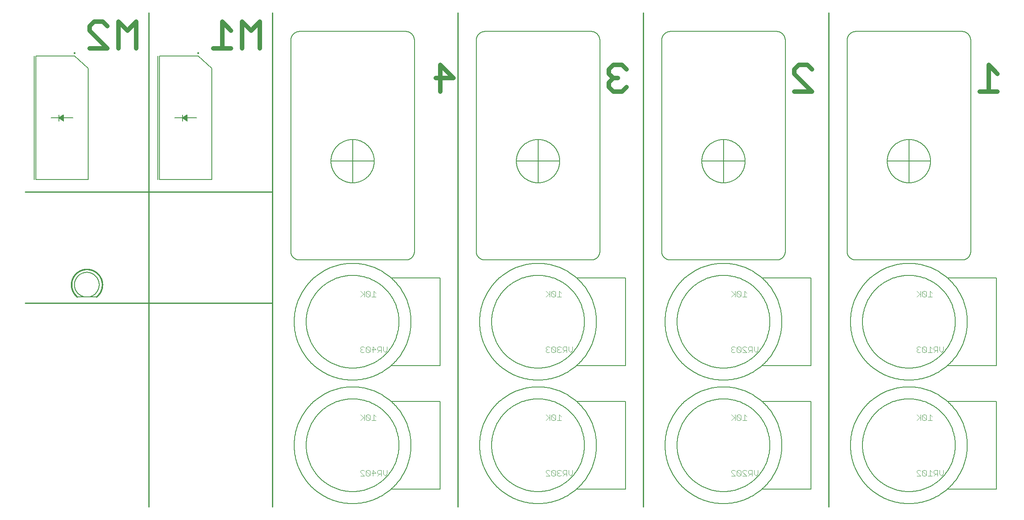
<source format=gbo>
G75*
%MOIN*%
%OFA0B0*%
%FSLAX25Y25*%
%IPPOS*%
%LPD*%
%AMOC8*
5,1,8,0,0,1.08239X$1,22.5*
%
%ADD10C,0.03800*%
%ADD11C,0.01000*%
%ADD12C,0.00400*%
%ADD13C,0.00500*%
%ADD14C,0.00800*%
%ADD15C,0.01600*%
%ADD16C,0.00100*%
%ADD17C,0.00600*%
D10*
X0413274Y0621500D02*
X0413274Y0643118D01*
X0424083Y0632309D01*
X0409671Y0632309D01*
X0549671Y0628706D02*
X0549671Y0625103D01*
X0553274Y0621500D01*
X0560480Y0621500D01*
X0564083Y0625103D01*
X0556877Y0632309D02*
X0553274Y0632309D01*
X0549671Y0628706D01*
X0553274Y0632309D02*
X0549671Y0635912D01*
X0549671Y0639515D01*
X0553274Y0643118D01*
X0560480Y0643118D01*
X0564083Y0639515D01*
X0699671Y0639515D02*
X0703274Y0643118D01*
X0710480Y0643118D01*
X0714083Y0639515D01*
X0699671Y0639515D02*
X0699671Y0635912D01*
X0714083Y0621500D01*
X0699671Y0621500D01*
X0849671Y0621500D02*
X0864083Y0621500D01*
X0856877Y0621500D02*
X0856877Y0643118D01*
X0864083Y0635912D01*
X0267471Y0656500D02*
X0267471Y0678118D01*
X0260265Y0670912D01*
X0253059Y0678118D01*
X0253059Y0656500D01*
X0244083Y0656500D02*
X0229671Y0656500D01*
X0236877Y0656500D02*
X0236877Y0678118D01*
X0244083Y0670912D01*
X0167471Y0678118D02*
X0167471Y0656500D01*
X0153059Y0656500D02*
X0153059Y0678118D01*
X0160265Y0670912D01*
X0167471Y0678118D01*
X0144083Y0674515D02*
X0140480Y0678118D01*
X0133274Y0678118D01*
X0129671Y0674515D01*
X0129671Y0670912D01*
X0144083Y0656500D01*
X0129671Y0656500D01*
D11*
X0177595Y0685000D02*
X0177595Y0285000D01*
X0277595Y0285000D02*
X0277595Y0450000D01*
X0077595Y0450000D01*
X0077595Y0540000D02*
X0277595Y0540000D01*
X0277595Y0450000D01*
X0277595Y0540000D02*
X0277595Y0685000D01*
X0427595Y0685000D02*
X0427595Y0285000D01*
X0577595Y0285000D02*
X0577595Y0685000D01*
X0727595Y0685000D02*
X0727595Y0285000D01*
D12*
X0670415Y0311735D02*
X0668880Y0310200D01*
X0667346Y0311735D01*
X0667346Y0314804D01*
X0665811Y0314804D02*
X0663509Y0314804D01*
X0662742Y0314037D01*
X0662742Y0312502D01*
X0663509Y0311735D01*
X0665811Y0311735D01*
X0664276Y0311735D02*
X0662742Y0310200D01*
X0661207Y0310200D02*
X0658138Y0313269D01*
X0658138Y0314037D01*
X0658905Y0314804D01*
X0660440Y0314804D01*
X0661207Y0314037D01*
X0661207Y0310200D02*
X0658138Y0310200D01*
X0656603Y0310967D02*
X0653534Y0314037D01*
X0653534Y0310967D01*
X0654301Y0310200D01*
X0655836Y0310200D01*
X0656603Y0310967D01*
X0656603Y0314037D01*
X0655836Y0314804D01*
X0654301Y0314804D01*
X0653534Y0314037D01*
X0651999Y0314037D02*
X0651232Y0314804D01*
X0649697Y0314804D01*
X0648930Y0314037D01*
X0648930Y0313269D01*
X0651999Y0310200D01*
X0648930Y0310200D01*
X0665811Y0310200D02*
X0665811Y0314804D01*
X0670415Y0314804D02*
X0670415Y0311735D01*
X0661207Y0355200D02*
X0658138Y0355200D01*
X0659672Y0355200D02*
X0659672Y0359804D01*
X0661207Y0358269D01*
X0656603Y0359037D02*
X0655836Y0359804D01*
X0654301Y0359804D01*
X0653534Y0359037D01*
X0656603Y0355967D01*
X0655836Y0355200D01*
X0654301Y0355200D01*
X0653534Y0355967D01*
X0653534Y0359037D01*
X0651999Y0359804D02*
X0651999Y0355200D01*
X0651999Y0356735D02*
X0648930Y0359804D01*
X0651232Y0357502D02*
X0648930Y0355200D01*
X0656603Y0355967D02*
X0656603Y0359037D01*
X0655836Y0410200D02*
X0656603Y0410967D01*
X0653534Y0414037D01*
X0653534Y0410967D01*
X0654301Y0410200D01*
X0655836Y0410200D01*
X0656603Y0410967D02*
X0656603Y0414037D01*
X0655836Y0414804D01*
X0654301Y0414804D01*
X0653534Y0414037D01*
X0651999Y0414037D02*
X0651232Y0414804D01*
X0649697Y0414804D01*
X0648930Y0414037D01*
X0648930Y0413269D01*
X0649697Y0412502D01*
X0648930Y0411735D01*
X0648930Y0410967D01*
X0649697Y0410200D01*
X0651232Y0410200D01*
X0651999Y0410967D01*
X0650464Y0412502D02*
X0649697Y0412502D01*
X0658138Y0413269D02*
X0658138Y0414037D01*
X0658905Y0414804D01*
X0660440Y0414804D01*
X0661207Y0414037D01*
X0662742Y0414037D02*
X0663509Y0414804D01*
X0665811Y0414804D01*
X0665811Y0410200D01*
X0665811Y0411735D02*
X0663509Y0411735D01*
X0662742Y0412502D01*
X0662742Y0414037D01*
X0664276Y0411735D02*
X0662742Y0410200D01*
X0661207Y0410200D02*
X0658138Y0413269D01*
X0658138Y0410200D02*
X0661207Y0410200D01*
X0667346Y0411735D02*
X0667346Y0414804D01*
X0670415Y0414804D02*
X0670415Y0411735D01*
X0668880Y0410200D01*
X0667346Y0411735D01*
X0661207Y0455200D02*
X0658138Y0455200D01*
X0659672Y0455200D02*
X0659672Y0459804D01*
X0661207Y0458269D01*
X0656603Y0459037D02*
X0655836Y0459804D01*
X0654301Y0459804D01*
X0653534Y0459037D01*
X0656603Y0455967D01*
X0655836Y0455200D01*
X0654301Y0455200D01*
X0653534Y0455967D01*
X0653534Y0459037D01*
X0651999Y0459804D02*
X0651999Y0455200D01*
X0651999Y0456735D02*
X0648930Y0459804D01*
X0651232Y0457502D02*
X0648930Y0455200D01*
X0656603Y0455967D02*
X0656603Y0459037D01*
X0520415Y0414804D02*
X0520415Y0411735D01*
X0518880Y0410200D01*
X0517346Y0411735D01*
X0517346Y0414804D01*
X0515811Y0414804D02*
X0513509Y0414804D01*
X0512742Y0414037D01*
X0512742Y0412502D01*
X0513509Y0411735D01*
X0515811Y0411735D01*
X0514276Y0411735D02*
X0512742Y0410200D01*
X0511207Y0410967D02*
X0510440Y0410200D01*
X0508905Y0410200D01*
X0508138Y0410967D01*
X0508138Y0411735D01*
X0508905Y0412502D01*
X0509672Y0412502D01*
X0508905Y0412502D02*
X0508138Y0413269D01*
X0508138Y0414037D01*
X0508905Y0414804D01*
X0510440Y0414804D01*
X0511207Y0414037D01*
X0506603Y0414037D02*
X0505836Y0414804D01*
X0504301Y0414804D01*
X0503534Y0414037D01*
X0506603Y0410967D01*
X0505836Y0410200D01*
X0504301Y0410200D01*
X0503534Y0410967D01*
X0503534Y0414037D01*
X0501999Y0414037D02*
X0501232Y0414804D01*
X0499697Y0414804D01*
X0498930Y0414037D01*
X0498930Y0413269D01*
X0499697Y0412502D01*
X0498930Y0411735D01*
X0498930Y0410967D01*
X0499697Y0410200D01*
X0501232Y0410200D01*
X0501999Y0410967D01*
X0500464Y0412502D02*
X0499697Y0412502D01*
X0506603Y0410967D02*
X0506603Y0414037D01*
X0515811Y0414804D02*
X0515811Y0410200D01*
X0511207Y0455200D02*
X0508138Y0455200D01*
X0509672Y0455200D02*
X0509672Y0459804D01*
X0511207Y0458269D01*
X0506603Y0459037D02*
X0505836Y0459804D01*
X0504301Y0459804D01*
X0503534Y0459037D01*
X0506603Y0455967D01*
X0505836Y0455200D01*
X0504301Y0455200D01*
X0503534Y0455967D01*
X0503534Y0459037D01*
X0501999Y0459804D02*
X0501999Y0455200D01*
X0501999Y0456735D02*
X0498930Y0459804D01*
X0501232Y0457502D02*
X0498930Y0455200D01*
X0506603Y0455967D02*
X0506603Y0459037D01*
X0505836Y0359804D02*
X0504301Y0359804D01*
X0503534Y0359037D01*
X0506603Y0355967D01*
X0505836Y0355200D01*
X0504301Y0355200D01*
X0503534Y0355967D01*
X0503534Y0359037D01*
X0501999Y0359804D02*
X0501999Y0355200D01*
X0501999Y0356735D02*
X0498930Y0359804D01*
X0501232Y0357502D02*
X0498930Y0355200D01*
X0506603Y0355967D02*
X0506603Y0359037D01*
X0505836Y0359804D01*
X0509672Y0359804D02*
X0509672Y0355200D01*
X0508138Y0355200D02*
X0511207Y0355200D01*
X0511207Y0358269D02*
X0509672Y0359804D01*
X0508905Y0314804D02*
X0508138Y0314037D01*
X0508138Y0313269D01*
X0508905Y0312502D01*
X0508138Y0311735D01*
X0508138Y0310967D01*
X0508905Y0310200D01*
X0510440Y0310200D01*
X0511207Y0310967D01*
X0512742Y0310200D02*
X0514276Y0311735D01*
X0513509Y0311735D02*
X0515811Y0311735D01*
X0517346Y0311735D02*
X0517346Y0314804D01*
X0515811Y0314804D02*
X0513509Y0314804D01*
X0512742Y0314037D01*
X0512742Y0312502D01*
X0513509Y0311735D01*
X0515811Y0310200D02*
X0515811Y0314804D01*
X0517346Y0311735D02*
X0518880Y0310200D01*
X0520415Y0311735D01*
X0520415Y0314804D01*
X0511207Y0314037D02*
X0510440Y0314804D01*
X0508905Y0314804D01*
X0508905Y0312502D02*
X0509672Y0312502D01*
X0506603Y0314037D02*
X0505836Y0314804D01*
X0504301Y0314804D01*
X0503534Y0314037D01*
X0506603Y0310967D01*
X0505836Y0310200D01*
X0504301Y0310200D01*
X0503534Y0310967D01*
X0503534Y0314037D01*
X0501999Y0314037D02*
X0501232Y0314804D01*
X0499697Y0314804D01*
X0498930Y0314037D01*
X0498930Y0313269D01*
X0501999Y0310200D01*
X0498930Y0310200D01*
X0506603Y0310967D02*
X0506603Y0314037D01*
X0370415Y0314804D02*
X0370415Y0311735D01*
X0368880Y0310200D01*
X0367346Y0311735D01*
X0367346Y0314804D01*
X0365811Y0314804D02*
X0363509Y0314804D01*
X0362742Y0314037D01*
X0362742Y0312502D01*
X0363509Y0311735D01*
X0365811Y0311735D01*
X0364276Y0311735D02*
X0362742Y0310200D01*
X0361207Y0312502D02*
X0358138Y0312502D01*
X0356603Y0314037D02*
X0355836Y0314804D01*
X0354301Y0314804D01*
X0353534Y0314037D01*
X0356603Y0310967D01*
X0355836Y0310200D01*
X0354301Y0310200D01*
X0353534Y0310967D01*
X0353534Y0314037D01*
X0351999Y0314037D02*
X0351232Y0314804D01*
X0349697Y0314804D01*
X0348930Y0314037D01*
X0348930Y0313269D01*
X0351999Y0310200D01*
X0348930Y0310200D01*
X0356603Y0310967D02*
X0356603Y0314037D01*
X0358905Y0314804D02*
X0361207Y0312502D01*
X0358905Y0310200D02*
X0358905Y0314804D01*
X0365811Y0314804D02*
X0365811Y0310200D01*
X0361207Y0355200D02*
X0358138Y0355200D01*
X0359672Y0355200D02*
X0359672Y0359804D01*
X0361207Y0358269D01*
X0356603Y0359037D02*
X0356603Y0355967D01*
X0353534Y0359037D01*
X0353534Y0355967D01*
X0354301Y0355200D01*
X0355836Y0355200D01*
X0356603Y0355967D01*
X0356603Y0359037D02*
X0355836Y0359804D01*
X0354301Y0359804D01*
X0353534Y0359037D01*
X0351999Y0359804D02*
X0351999Y0355200D01*
X0351999Y0356735D02*
X0348930Y0359804D01*
X0351232Y0357502D02*
X0348930Y0355200D01*
X0349697Y0410200D02*
X0351232Y0410200D01*
X0351999Y0410967D01*
X0353534Y0410967D02*
X0354301Y0410200D01*
X0355836Y0410200D01*
X0356603Y0410967D01*
X0353534Y0414037D01*
X0353534Y0410967D01*
X0356603Y0410967D02*
X0356603Y0414037D01*
X0355836Y0414804D01*
X0354301Y0414804D01*
X0353534Y0414037D01*
X0351999Y0414037D02*
X0351232Y0414804D01*
X0349697Y0414804D01*
X0348930Y0414037D01*
X0348930Y0413269D01*
X0349697Y0412502D01*
X0348930Y0411735D01*
X0348930Y0410967D01*
X0349697Y0410200D01*
X0349697Y0412502D02*
X0350464Y0412502D01*
X0358138Y0412502D02*
X0361207Y0412502D01*
X0358905Y0414804D01*
X0358905Y0410200D01*
X0362742Y0410200D02*
X0364276Y0411735D01*
X0363509Y0411735D02*
X0365811Y0411735D01*
X0367346Y0411735D02*
X0367346Y0414804D01*
X0365811Y0414804D02*
X0363509Y0414804D01*
X0362742Y0414037D01*
X0362742Y0412502D01*
X0363509Y0411735D01*
X0365811Y0410200D02*
X0365811Y0414804D01*
X0367346Y0411735D02*
X0368880Y0410200D01*
X0370415Y0411735D01*
X0370415Y0414804D01*
X0361207Y0455200D02*
X0358138Y0455200D01*
X0359672Y0455200D02*
X0359672Y0459804D01*
X0361207Y0458269D01*
X0356603Y0459037D02*
X0355836Y0459804D01*
X0354301Y0459804D01*
X0353534Y0459037D01*
X0356603Y0455967D01*
X0355836Y0455200D01*
X0354301Y0455200D01*
X0353534Y0455967D01*
X0353534Y0459037D01*
X0351999Y0459804D02*
X0351999Y0455200D01*
X0351999Y0456735D02*
X0348930Y0459804D01*
X0351232Y0457502D02*
X0348930Y0455200D01*
X0356603Y0455967D02*
X0356603Y0459037D01*
X0798930Y0459804D02*
X0801999Y0456735D01*
X0801232Y0457502D02*
X0798930Y0455200D01*
X0801999Y0455200D02*
X0801999Y0459804D01*
X0803534Y0459037D02*
X0806603Y0455967D01*
X0805836Y0455200D01*
X0804301Y0455200D01*
X0803534Y0455967D01*
X0803534Y0459037D01*
X0804301Y0459804D01*
X0805836Y0459804D01*
X0806603Y0459037D01*
X0806603Y0455967D01*
X0808138Y0455200D02*
X0811207Y0455200D01*
X0809672Y0455200D02*
X0809672Y0459804D01*
X0811207Y0458269D01*
X0809672Y0414804D02*
X0809672Y0410200D01*
X0808138Y0410200D02*
X0811207Y0410200D01*
X0812742Y0410200D02*
X0814276Y0411735D01*
X0813509Y0411735D02*
X0815811Y0411735D01*
X0817346Y0411735D02*
X0817346Y0414804D01*
X0815811Y0414804D02*
X0813509Y0414804D01*
X0812742Y0414037D01*
X0812742Y0412502D01*
X0813509Y0411735D01*
X0811207Y0413269D02*
X0809672Y0414804D01*
X0806603Y0414037D02*
X0805836Y0414804D01*
X0804301Y0414804D01*
X0803534Y0414037D01*
X0806603Y0410967D01*
X0805836Y0410200D01*
X0804301Y0410200D01*
X0803534Y0410967D01*
X0803534Y0414037D01*
X0801999Y0414037D02*
X0801232Y0414804D01*
X0799697Y0414804D01*
X0798930Y0414037D01*
X0798930Y0413269D01*
X0799697Y0412502D01*
X0798930Y0411735D01*
X0798930Y0410967D01*
X0799697Y0410200D01*
X0801232Y0410200D01*
X0801999Y0410967D01*
X0800464Y0412502D02*
X0799697Y0412502D01*
X0806603Y0410967D02*
X0806603Y0414037D01*
X0815811Y0414804D02*
X0815811Y0410200D01*
X0817346Y0411735D02*
X0818880Y0410200D01*
X0820415Y0411735D01*
X0820415Y0414804D01*
X0809672Y0359804D02*
X0809672Y0355200D01*
X0808138Y0355200D02*
X0811207Y0355200D01*
X0811207Y0358269D02*
X0809672Y0359804D01*
X0806603Y0359037D02*
X0806603Y0355967D01*
X0803534Y0359037D01*
X0803534Y0355967D01*
X0804301Y0355200D01*
X0805836Y0355200D01*
X0806603Y0355967D01*
X0806603Y0359037D02*
X0805836Y0359804D01*
X0804301Y0359804D01*
X0803534Y0359037D01*
X0801999Y0359804D02*
X0801999Y0355200D01*
X0801999Y0356735D02*
X0798930Y0359804D01*
X0801232Y0357502D02*
X0798930Y0355200D01*
X0799697Y0314804D02*
X0801232Y0314804D01*
X0801999Y0314037D01*
X0803534Y0314037D02*
X0806603Y0310967D01*
X0805836Y0310200D01*
X0804301Y0310200D01*
X0803534Y0310967D01*
X0803534Y0314037D01*
X0804301Y0314804D01*
X0805836Y0314804D01*
X0806603Y0314037D01*
X0806603Y0310967D01*
X0808138Y0310200D02*
X0811207Y0310200D01*
X0812742Y0310200D02*
X0814276Y0311735D01*
X0813509Y0311735D02*
X0815811Y0311735D01*
X0817346Y0311735D02*
X0817346Y0314804D01*
X0815811Y0314804D02*
X0813509Y0314804D01*
X0812742Y0314037D01*
X0812742Y0312502D01*
X0813509Y0311735D01*
X0811207Y0313269D02*
X0809672Y0314804D01*
X0809672Y0310200D01*
X0815811Y0310200D02*
X0815811Y0314804D01*
X0817346Y0311735D02*
X0818880Y0310200D01*
X0820415Y0311735D01*
X0820415Y0314804D01*
X0801999Y0310200D02*
X0798930Y0313269D01*
X0798930Y0314037D01*
X0799697Y0314804D01*
X0798930Y0310200D02*
X0801999Y0310200D01*
D13*
X0824091Y0299567D02*
X0863461Y0299567D01*
X0863461Y0370433D01*
X0824091Y0370433D01*
X0824091Y0399567D02*
X0863461Y0399567D01*
X0863461Y0470433D01*
X0824091Y0470433D01*
X0835524Y0485000D02*
X0749666Y0485000D01*
X0749495Y0485002D01*
X0749324Y0485008D01*
X0749154Y0485019D01*
X0748984Y0485033D01*
X0748814Y0485052D01*
X0748644Y0485074D01*
X0748476Y0485101D01*
X0748307Y0485132D01*
X0748140Y0485167D01*
X0747974Y0485205D01*
X0747808Y0485248D01*
X0747644Y0485295D01*
X0747481Y0485346D01*
X0747319Y0485401D01*
X0747159Y0485460D01*
X0747000Y0485522D01*
X0746842Y0485588D01*
X0746686Y0485658D01*
X0746532Y0485732D01*
X0746380Y0485810D01*
X0746230Y0485891D01*
X0746081Y0485976D01*
X0745935Y0486064D01*
X0745791Y0486156D01*
X0745649Y0486252D01*
X0745510Y0486350D01*
X0745373Y0486453D01*
X0745238Y0486558D01*
X0745106Y0486667D01*
X0744977Y0486778D01*
X0744851Y0486893D01*
X0744727Y0487011D01*
X0744606Y0487132D01*
X0744488Y0487256D01*
X0744373Y0487382D01*
X0744262Y0487511D01*
X0744153Y0487643D01*
X0744048Y0487778D01*
X0743945Y0487915D01*
X0743847Y0488054D01*
X0743751Y0488196D01*
X0743659Y0488340D01*
X0743571Y0488486D01*
X0743486Y0488635D01*
X0743405Y0488785D01*
X0743327Y0488937D01*
X0743253Y0489091D01*
X0743183Y0489247D01*
X0743117Y0489405D01*
X0743055Y0489564D01*
X0742996Y0489724D01*
X0742941Y0489886D01*
X0742890Y0490049D01*
X0742843Y0490213D01*
X0742800Y0490379D01*
X0742762Y0490545D01*
X0742727Y0490712D01*
X0742696Y0490881D01*
X0742669Y0491049D01*
X0742647Y0491219D01*
X0742628Y0491389D01*
X0742614Y0491559D01*
X0742603Y0491729D01*
X0742597Y0491900D01*
X0742595Y0492071D01*
X0742595Y0662929D01*
X0742597Y0663100D01*
X0742603Y0663271D01*
X0742614Y0663441D01*
X0742628Y0663611D01*
X0742647Y0663781D01*
X0742669Y0663951D01*
X0742696Y0664119D01*
X0742727Y0664288D01*
X0742762Y0664455D01*
X0742800Y0664621D01*
X0742843Y0664787D01*
X0742890Y0664951D01*
X0742941Y0665114D01*
X0742996Y0665276D01*
X0743055Y0665436D01*
X0743117Y0665595D01*
X0743183Y0665753D01*
X0743253Y0665909D01*
X0743327Y0666063D01*
X0743405Y0666215D01*
X0743486Y0666365D01*
X0743571Y0666514D01*
X0743659Y0666660D01*
X0743751Y0666804D01*
X0743847Y0666946D01*
X0743945Y0667085D01*
X0744048Y0667222D01*
X0744153Y0667357D01*
X0744262Y0667489D01*
X0744373Y0667618D01*
X0744488Y0667744D01*
X0744606Y0667868D01*
X0744727Y0667989D01*
X0744851Y0668107D01*
X0744977Y0668222D01*
X0745106Y0668333D01*
X0745238Y0668442D01*
X0745373Y0668547D01*
X0745510Y0668650D01*
X0745649Y0668748D01*
X0745791Y0668844D01*
X0745935Y0668936D01*
X0746081Y0669024D01*
X0746230Y0669109D01*
X0746380Y0669190D01*
X0746532Y0669268D01*
X0746686Y0669342D01*
X0746842Y0669412D01*
X0747000Y0669478D01*
X0747159Y0669540D01*
X0747319Y0669599D01*
X0747481Y0669654D01*
X0747644Y0669705D01*
X0747808Y0669752D01*
X0747974Y0669795D01*
X0748140Y0669833D01*
X0748307Y0669868D01*
X0748476Y0669899D01*
X0748644Y0669926D01*
X0748814Y0669948D01*
X0748984Y0669967D01*
X0749154Y0669981D01*
X0749324Y0669992D01*
X0749495Y0669998D01*
X0749666Y0670000D01*
X0835524Y0670000D01*
X0835695Y0669998D01*
X0835866Y0669992D01*
X0836036Y0669981D01*
X0836206Y0669967D01*
X0836376Y0669948D01*
X0836546Y0669926D01*
X0836714Y0669899D01*
X0836883Y0669868D01*
X0837050Y0669833D01*
X0837216Y0669795D01*
X0837382Y0669752D01*
X0837546Y0669705D01*
X0837709Y0669654D01*
X0837871Y0669599D01*
X0838031Y0669540D01*
X0838190Y0669478D01*
X0838348Y0669412D01*
X0838504Y0669342D01*
X0838658Y0669268D01*
X0838810Y0669190D01*
X0838960Y0669109D01*
X0839109Y0669024D01*
X0839255Y0668936D01*
X0839399Y0668844D01*
X0839541Y0668748D01*
X0839680Y0668650D01*
X0839817Y0668547D01*
X0839952Y0668442D01*
X0840084Y0668333D01*
X0840213Y0668222D01*
X0840339Y0668107D01*
X0840463Y0667989D01*
X0840584Y0667868D01*
X0840702Y0667744D01*
X0840817Y0667618D01*
X0840928Y0667489D01*
X0841037Y0667357D01*
X0841142Y0667222D01*
X0841245Y0667085D01*
X0841343Y0666946D01*
X0841439Y0666804D01*
X0841531Y0666660D01*
X0841619Y0666514D01*
X0841704Y0666365D01*
X0841785Y0666215D01*
X0841863Y0666063D01*
X0841937Y0665909D01*
X0842007Y0665753D01*
X0842073Y0665595D01*
X0842135Y0665436D01*
X0842194Y0665276D01*
X0842249Y0665114D01*
X0842300Y0664951D01*
X0842347Y0664787D01*
X0842390Y0664621D01*
X0842428Y0664455D01*
X0842463Y0664288D01*
X0842494Y0664119D01*
X0842521Y0663951D01*
X0842543Y0663781D01*
X0842562Y0663611D01*
X0842576Y0663441D01*
X0842587Y0663271D01*
X0842593Y0663100D01*
X0842595Y0662929D01*
X0842595Y0492071D01*
X0842593Y0491900D01*
X0842587Y0491729D01*
X0842576Y0491559D01*
X0842562Y0491389D01*
X0842543Y0491219D01*
X0842521Y0491049D01*
X0842494Y0490881D01*
X0842463Y0490712D01*
X0842428Y0490545D01*
X0842390Y0490379D01*
X0842347Y0490213D01*
X0842300Y0490049D01*
X0842249Y0489886D01*
X0842194Y0489724D01*
X0842135Y0489564D01*
X0842073Y0489405D01*
X0842007Y0489247D01*
X0841937Y0489091D01*
X0841863Y0488937D01*
X0841785Y0488785D01*
X0841704Y0488635D01*
X0841619Y0488486D01*
X0841531Y0488340D01*
X0841439Y0488196D01*
X0841343Y0488054D01*
X0841245Y0487915D01*
X0841142Y0487778D01*
X0841037Y0487643D01*
X0840928Y0487511D01*
X0840817Y0487382D01*
X0840702Y0487256D01*
X0840584Y0487132D01*
X0840463Y0487011D01*
X0840339Y0486893D01*
X0840213Y0486778D01*
X0840084Y0486667D01*
X0839952Y0486558D01*
X0839817Y0486453D01*
X0839680Y0486350D01*
X0839541Y0486252D01*
X0839399Y0486156D01*
X0839255Y0486064D01*
X0839109Y0485976D01*
X0838960Y0485891D01*
X0838810Y0485810D01*
X0838658Y0485732D01*
X0838504Y0485658D01*
X0838348Y0485588D01*
X0838190Y0485522D01*
X0838031Y0485460D01*
X0837871Y0485401D01*
X0837709Y0485346D01*
X0837546Y0485295D01*
X0837382Y0485248D01*
X0837216Y0485205D01*
X0837050Y0485167D01*
X0836883Y0485132D01*
X0836714Y0485101D01*
X0836546Y0485074D01*
X0836376Y0485052D01*
X0836206Y0485033D01*
X0836036Y0485019D01*
X0835866Y0485008D01*
X0835695Y0485002D01*
X0835524Y0485000D01*
X0755095Y0435000D02*
X0755106Y0435920D01*
X0755140Y0436840D01*
X0755197Y0437759D01*
X0755276Y0438676D01*
X0755377Y0439590D01*
X0755501Y0440502D01*
X0755647Y0441411D01*
X0755816Y0442316D01*
X0756006Y0443216D01*
X0756219Y0444112D01*
X0756453Y0445002D01*
X0756710Y0445886D01*
X0756988Y0446763D01*
X0757287Y0447633D01*
X0757608Y0448496D01*
X0757950Y0449351D01*
X0758312Y0450197D01*
X0758695Y0451033D01*
X0759099Y0451860D01*
X0759523Y0452677D01*
X0759967Y0453484D01*
X0760430Y0454279D01*
X0760913Y0455062D01*
X0761415Y0455834D01*
X0761936Y0456593D01*
X0762475Y0457339D01*
X0763032Y0458071D01*
X0763607Y0458790D01*
X0764200Y0459494D01*
X0764809Y0460183D01*
X0765436Y0460858D01*
X0766078Y0461517D01*
X0766737Y0462159D01*
X0767412Y0462786D01*
X0768101Y0463395D01*
X0768805Y0463988D01*
X0769524Y0464563D01*
X0770256Y0465120D01*
X0771002Y0465659D01*
X0771761Y0466180D01*
X0772533Y0466682D01*
X0773316Y0467165D01*
X0774111Y0467628D01*
X0774918Y0468072D01*
X0775735Y0468496D01*
X0776562Y0468900D01*
X0777398Y0469283D01*
X0778244Y0469645D01*
X0779099Y0469987D01*
X0779962Y0470308D01*
X0780832Y0470607D01*
X0781709Y0470885D01*
X0782593Y0471142D01*
X0783483Y0471376D01*
X0784379Y0471589D01*
X0785279Y0471779D01*
X0786184Y0471948D01*
X0787093Y0472094D01*
X0788005Y0472218D01*
X0788919Y0472319D01*
X0789836Y0472398D01*
X0790755Y0472455D01*
X0791675Y0472489D01*
X0792595Y0472500D01*
X0793515Y0472489D01*
X0794435Y0472455D01*
X0795354Y0472398D01*
X0796271Y0472319D01*
X0797185Y0472218D01*
X0798097Y0472094D01*
X0799006Y0471948D01*
X0799911Y0471779D01*
X0800811Y0471589D01*
X0801707Y0471376D01*
X0802597Y0471142D01*
X0803481Y0470885D01*
X0804358Y0470607D01*
X0805228Y0470308D01*
X0806091Y0469987D01*
X0806946Y0469645D01*
X0807792Y0469283D01*
X0808628Y0468900D01*
X0809455Y0468496D01*
X0810272Y0468072D01*
X0811079Y0467628D01*
X0811874Y0467165D01*
X0812657Y0466682D01*
X0813429Y0466180D01*
X0814188Y0465659D01*
X0814934Y0465120D01*
X0815666Y0464563D01*
X0816385Y0463988D01*
X0817089Y0463395D01*
X0817778Y0462786D01*
X0818453Y0462159D01*
X0819112Y0461517D01*
X0819754Y0460858D01*
X0820381Y0460183D01*
X0820990Y0459494D01*
X0821583Y0458790D01*
X0822158Y0458071D01*
X0822715Y0457339D01*
X0823254Y0456593D01*
X0823775Y0455834D01*
X0824277Y0455062D01*
X0824760Y0454279D01*
X0825223Y0453484D01*
X0825667Y0452677D01*
X0826091Y0451860D01*
X0826495Y0451033D01*
X0826878Y0450197D01*
X0827240Y0449351D01*
X0827582Y0448496D01*
X0827903Y0447633D01*
X0828202Y0446763D01*
X0828480Y0445886D01*
X0828737Y0445002D01*
X0828971Y0444112D01*
X0829184Y0443216D01*
X0829374Y0442316D01*
X0829543Y0441411D01*
X0829689Y0440502D01*
X0829813Y0439590D01*
X0829914Y0438676D01*
X0829993Y0437759D01*
X0830050Y0436840D01*
X0830084Y0435920D01*
X0830095Y0435000D01*
X0830084Y0434080D01*
X0830050Y0433160D01*
X0829993Y0432241D01*
X0829914Y0431324D01*
X0829813Y0430410D01*
X0829689Y0429498D01*
X0829543Y0428589D01*
X0829374Y0427684D01*
X0829184Y0426784D01*
X0828971Y0425888D01*
X0828737Y0424998D01*
X0828480Y0424114D01*
X0828202Y0423237D01*
X0827903Y0422367D01*
X0827582Y0421504D01*
X0827240Y0420649D01*
X0826878Y0419803D01*
X0826495Y0418967D01*
X0826091Y0418140D01*
X0825667Y0417323D01*
X0825223Y0416516D01*
X0824760Y0415721D01*
X0824277Y0414938D01*
X0823775Y0414166D01*
X0823254Y0413407D01*
X0822715Y0412661D01*
X0822158Y0411929D01*
X0821583Y0411210D01*
X0820990Y0410506D01*
X0820381Y0409817D01*
X0819754Y0409142D01*
X0819112Y0408483D01*
X0818453Y0407841D01*
X0817778Y0407214D01*
X0817089Y0406605D01*
X0816385Y0406012D01*
X0815666Y0405437D01*
X0814934Y0404880D01*
X0814188Y0404341D01*
X0813429Y0403820D01*
X0812657Y0403318D01*
X0811874Y0402835D01*
X0811079Y0402372D01*
X0810272Y0401928D01*
X0809455Y0401504D01*
X0808628Y0401100D01*
X0807792Y0400717D01*
X0806946Y0400355D01*
X0806091Y0400013D01*
X0805228Y0399692D01*
X0804358Y0399393D01*
X0803481Y0399115D01*
X0802597Y0398858D01*
X0801707Y0398624D01*
X0800811Y0398411D01*
X0799911Y0398221D01*
X0799006Y0398052D01*
X0798097Y0397906D01*
X0797185Y0397782D01*
X0796271Y0397681D01*
X0795354Y0397602D01*
X0794435Y0397545D01*
X0793515Y0397511D01*
X0792595Y0397500D01*
X0791675Y0397511D01*
X0790755Y0397545D01*
X0789836Y0397602D01*
X0788919Y0397681D01*
X0788005Y0397782D01*
X0787093Y0397906D01*
X0786184Y0398052D01*
X0785279Y0398221D01*
X0784379Y0398411D01*
X0783483Y0398624D01*
X0782593Y0398858D01*
X0781709Y0399115D01*
X0780832Y0399393D01*
X0779962Y0399692D01*
X0779099Y0400013D01*
X0778244Y0400355D01*
X0777398Y0400717D01*
X0776562Y0401100D01*
X0775735Y0401504D01*
X0774918Y0401928D01*
X0774111Y0402372D01*
X0773316Y0402835D01*
X0772533Y0403318D01*
X0771761Y0403820D01*
X0771002Y0404341D01*
X0770256Y0404880D01*
X0769524Y0405437D01*
X0768805Y0406012D01*
X0768101Y0406605D01*
X0767412Y0407214D01*
X0766737Y0407841D01*
X0766078Y0408483D01*
X0765436Y0409142D01*
X0764809Y0409817D01*
X0764200Y0410506D01*
X0763607Y0411210D01*
X0763032Y0411929D01*
X0762475Y0412661D01*
X0761936Y0413407D01*
X0761415Y0414166D01*
X0760913Y0414938D01*
X0760430Y0415721D01*
X0759967Y0416516D01*
X0759523Y0417323D01*
X0759099Y0418140D01*
X0758695Y0418967D01*
X0758312Y0419803D01*
X0757950Y0420649D01*
X0757608Y0421504D01*
X0757287Y0422367D01*
X0756988Y0423237D01*
X0756710Y0424114D01*
X0756453Y0424998D01*
X0756219Y0425888D01*
X0756006Y0426784D01*
X0755816Y0427684D01*
X0755647Y0428589D01*
X0755501Y0429498D01*
X0755377Y0430410D01*
X0755276Y0431324D01*
X0755197Y0432241D01*
X0755140Y0433160D01*
X0755106Y0434080D01*
X0755095Y0435000D01*
X0745351Y0435000D02*
X0745365Y0436159D01*
X0745408Y0437318D01*
X0745479Y0438475D01*
X0745578Y0439631D01*
X0745706Y0440783D01*
X0745862Y0441932D01*
X0746047Y0443077D01*
X0746259Y0444217D01*
X0746499Y0445351D01*
X0746767Y0446479D01*
X0747062Y0447601D01*
X0747385Y0448714D01*
X0747735Y0449820D01*
X0748113Y0450916D01*
X0748517Y0452003D01*
X0748947Y0453079D01*
X0749404Y0454145D01*
X0749887Y0455199D01*
X0750396Y0456241D01*
X0750930Y0457271D01*
X0751489Y0458286D01*
X0752072Y0459288D01*
X0752681Y0460275D01*
X0753313Y0461247D01*
X0753969Y0462203D01*
X0754648Y0463143D01*
X0755350Y0464066D01*
X0756075Y0464971D01*
X0756821Y0465858D01*
X0757590Y0466727D01*
X0758379Y0467577D01*
X0759188Y0468407D01*
X0760018Y0469216D01*
X0760868Y0470005D01*
X0761737Y0470774D01*
X0762624Y0471520D01*
X0763529Y0472245D01*
X0764452Y0472947D01*
X0765392Y0473626D01*
X0766348Y0474282D01*
X0767320Y0474914D01*
X0768307Y0475523D01*
X0769309Y0476106D01*
X0770324Y0476665D01*
X0771354Y0477199D01*
X0772396Y0477708D01*
X0773450Y0478191D01*
X0774516Y0478648D01*
X0775592Y0479078D01*
X0776679Y0479482D01*
X0777775Y0479860D01*
X0778881Y0480210D01*
X0779994Y0480533D01*
X0781116Y0480828D01*
X0782244Y0481096D01*
X0783378Y0481336D01*
X0784518Y0481548D01*
X0785663Y0481733D01*
X0786812Y0481889D01*
X0787964Y0482017D01*
X0789120Y0482116D01*
X0790277Y0482187D01*
X0791436Y0482230D01*
X0792595Y0482244D01*
X0793754Y0482230D01*
X0794913Y0482187D01*
X0796070Y0482116D01*
X0797226Y0482017D01*
X0798378Y0481889D01*
X0799527Y0481733D01*
X0800672Y0481548D01*
X0801812Y0481336D01*
X0802946Y0481096D01*
X0804074Y0480828D01*
X0805196Y0480533D01*
X0806309Y0480210D01*
X0807415Y0479860D01*
X0808511Y0479482D01*
X0809598Y0479078D01*
X0810674Y0478648D01*
X0811740Y0478191D01*
X0812794Y0477708D01*
X0813836Y0477199D01*
X0814866Y0476665D01*
X0815881Y0476106D01*
X0816883Y0475523D01*
X0817870Y0474914D01*
X0818842Y0474282D01*
X0819798Y0473626D01*
X0820738Y0472947D01*
X0821661Y0472245D01*
X0822566Y0471520D01*
X0823453Y0470774D01*
X0824322Y0470005D01*
X0825172Y0469216D01*
X0826002Y0468407D01*
X0826811Y0467577D01*
X0827600Y0466727D01*
X0828369Y0465858D01*
X0829115Y0464971D01*
X0829840Y0464066D01*
X0830542Y0463143D01*
X0831221Y0462203D01*
X0831877Y0461247D01*
X0832509Y0460275D01*
X0833118Y0459288D01*
X0833701Y0458286D01*
X0834260Y0457271D01*
X0834794Y0456241D01*
X0835303Y0455199D01*
X0835786Y0454145D01*
X0836243Y0453079D01*
X0836673Y0452003D01*
X0837077Y0450916D01*
X0837455Y0449820D01*
X0837805Y0448714D01*
X0838128Y0447601D01*
X0838423Y0446479D01*
X0838691Y0445351D01*
X0838931Y0444217D01*
X0839143Y0443077D01*
X0839328Y0441932D01*
X0839484Y0440783D01*
X0839612Y0439631D01*
X0839711Y0438475D01*
X0839782Y0437318D01*
X0839825Y0436159D01*
X0839839Y0435000D01*
X0839825Y0433841D01*
X0839782Y0432682D01*
X0839711Y0431525D01*
X0839612Y0430369D01*
X0839484Y0429217D01*
X0839328Y0428068D01*
X0839143Y0426923D01*
X0838931Y0425783D01*
X0838691Y0424649D01*
X0838423Y0423521D01*
X0838128Y0422399D01*
X0837805Y0421286D01*
X0837455Y0420180D01*
X0837077Y0419084D01*
X0836673Y0417997D01*
X0836243Y0416921D01*
X0835786Y0415855D01*
X0835303Y0414801D01*
X0834794Y0413759D01*
X0834260Y0412729D01*
X0833701Y0411714D01*
X0833118Y0410712D01*
X0832509Y0409725D01*
X0831877Y0408753D01*
X0831221Y0407797D01*
X0830542Y0406857D01*
X0829840Y0405934D01*
X0829115Y0405029D01*
X0828369Y0404142D01*
X0827600Y0403273D01*
X0826811Y0402423D01*
X0826002Y0401593D01*
X0825172Y0400784D01*
X0824322Y0399995D01*
X0823453Y0399226D01*
X0822566Y0398480D01*
X0821661Y0397755D01*
X0820738Y0397053D01*
X0819798Y0396374D01*
X0818842Y0395718D01*
X0817870Y0395086D01*
X0816883Y0394477D01*
X0815881Y0393894D01*
X0814866Y0393335D01*
X0813836Y0392801D01*
X0812794Y0392292D01*
X0811740Y0391809D01*
X0810674Y0391352D01*
X0809598Y0390922D01*
X0808511Y0390518D01*
X0807415Y0390140D01*
X0806309Y0389790D01*
X0805196Y0389467D01*
X0804074Y0389172D01*
X0802946Y0388904D01*
X0801812Y0388664D01*
X0800672Y0388452D01*
X0799527Y0388267D01*
X0798378Y0388111D01*
X0797226Y0387983D01*
X0796070Y0387884D01*
X0794913Y0387813D01*
X0793754Y0387770D01*
X0792595Y0387756D01*
X0791436Y0387770D01*
X0790277Y0387813D01*
X0789120Y0387884D01*
X0787964Y0387983D01*
X0786812Y0388111D01*
X0785663Y0388267D01*
X0784518Y0388452D01*
X0783378Y0388664D01*
X0782244Y0388904D01*
X0781116Y0389172D01*
X0779994Y0389467D01*
X0778881Y0389790D01*
X0777775Y0390140D01*
X0776679Y0390518D01*
X0775592Y0390922D01*
X0774516Y0391352D01*
X0773450Y0391809D01*
X0772396Y0392292D01*
X0771354Y0392801D01*
X0770324Y0393335D01*
X0769309Y0393894D01*
X0768307Y0394477D01*
X0767320Y0395086D01*
X0766348Y0395718D01*
X0765392Y0396374D01*
X0764452Y0397053D01*
X0763529Y0397755D01*
X0762624Y0398480D01*
X0761737Y0399226D01*
X0760868Y0399995D01*
X0760018Y0400784D01*
X0759188Y0401593D01*
X0758379Y0402423D01*
X0757590Y0403273D01*
X0756821Y0404142D01*
X0756075Y0405029D01*
X0755350Y0405934D01*
X0754648Y0406857D01*
X0753969Y0407797D01*
X0753313Y0408753D01*
X0752681Y0409725D01*
X0752072Y0410712D01*
X0751489Y0411714D01*
X0750930Y0412729D01*
X0750396Y0413759D01*
X0749887Y0414801D01*
X0749404Y0415855D01*
X0748947Y0416921D01*
X0748517Y0417997D01*
X0748113Y0419084D01*
X0747735Y0420180D01*
X0747385Y0421286D01*
X0747062Y0422399D01*
X0746767Y0423521D01*
X0746499Y0424649D01*
X0746259Y0425783D01*
X0746047Y0426923D01*
X0745862Y0428068D01*
X0745706Y0429217D01*
X0745578Y0430369D01*
X0745479Y0431525D01*
X0745408Y0432682D01*
X0745365Y0433841D01*
X0745351Y0435000D01*
X0713461Y0399567D02*
X0713461Y0470433D01*
X0674091Y0470433D01*
X0685524Y0485000D02*
X0599666Y0485000D01*
X0599495Y0485002D01*
X0599324Y0485008D01*
X0599154Y0485019D01*
X0598984Y0485033D01*
X0598814Y0485052D01*
X0598644Y0485074D01*
X0598476Y0485101D01*
X0598307Y0485132D01*
X0598140Y0485167D01*
X0597974Y0485205D01*
X0597808Y0485248D01*
X0597644Y0485295D01*
X0597481Y0485346D01*
X0597319Y0485401D01*
X0597159Y0485460D01*
X0597000Y0485522D01*
X0596842Y0485588D01*
X0596686Y0485658D01*
X0596532Y0485732D01*
X0596380Y0485810D01*
X0596230Y0485891D01*
X0596081Y0485976D01*
X0595935Y0486064D01*
X0595791Y0486156D01*
X0595649Y0486252D01*
X0595510Y0486350D01*
X0595373Y0486453D01*
X0595238Y0486558D01*
X0595106Y0486667D01*
X0594977Y0486778D01*
X0594851Y0486893D01*
X0594727Y0487011D01*
X0594606Y0487132D01*
X0594488Y0487256D01*
X0594373Y0487382D01*
X0594262Y0487511D01*
X0594153Y0487643D01*
X0594048Y0487778D01*
X0593945Y0487915D01*
X0593847Y0488054D01*
X0593751Y0488196D01*
X0593659Y0488340D01*
X0593571Y0488486D01*
X0593486Y0488635D01*
X0593405Y0488785D01*
X0593327Y0488937D01*
X0593253Y0489091D01*
X0593183Y0489247D01*
X0593117Y0489405D01*
X0593055Y0489564D01*
X0592996Y0489724D01*
X0592941Y0489886D01*
X0592890Y0490049D01*
X0592843Y0490213D01*
X0592800Y0490379D01*
X0592762Y0490545D01*
X0592727Y0490712D01*
X0592696Y0490881D01*
X0592669Y0491049D01*
X0592647Y0491219D01*
X0592628Y0491389D01*
X0592614Y0491559D01*
X0592603Y0491729D01*
X0592597Y0491900D01*
X0592595Y0492071D01*
X0592595Y0662929D01*
X0592597Y0663100D01*
X0592603Y0663271D01*
X0592614Y0663441D01*
X0592628Y0663611D01*
X0592647Y0663781D01*
X0592669Y0663951D01*
X0592696Y0664119D01*
X0592727Y0664288D01*
X0592762Y0664455D01*
X0592800Y0664621D01*
X0592843Y0664787D01*
X0592890Y0664951D01*
X0592941Y0665114D01*
X0592996Y0665276D01*
X0593055Y0665436D01*
X0593117Y0665595D01*
X0593183Y0665753D01*
X0593253Y0665909D01*
X0593327Y0666063D01*
X0593405Y0666215D01*
X0593486Y0666365D01*
X0593571Y0666514D01*
X0593659Y0666660D01*
X0593751Y0666804D01*
X0593847Y0666946D01*
X0593945Y0667085D01*
X0594048Y0667222D01*
X0594153Y0667357D01*
X0594262Y0667489D01*
X0594373Y0667618D01*
X0594488Y0667744D01*
X0594606Y0667868D01*
X0594727Y0667989D01*
X0594851Y0668107D01*
X0594977Y0668222D01*
X0595106Y0668333D01*
X0595238Y0668442D01*
X0595373Y0668547D01*
X0595510Y0668650D01*
X0595649Y0668748D01*
X0595791Y0668844D01*
X0595935Y0668936D01*
X0596081Y0669024D01*
X0596230Y0669109D01*
X0596380Y0669190D01*
X0596532Y0669268D01*
X0596686Y0669342D01*
X0596842Y0669412D01*
X0597000Y0669478D01*
X0597159Y0669540D01*
X0597319Y0669599D01*
X0597481Y0669654D01*
X0597644Y0669705D01*
X0597808Y0669752D01*
X0597974Y0669795D01*
X0598140Y0669833D01*
X0598307Y0669868D01*
X0598476Y0669899D01*
X0598644Y0669926D01*
X0598814Y0669948D01*
X0598984Y0669967D01*
X0599154Y0669981D01*
X0599324Y0669992D01*
X0599495Y0669998D01*
X0599666Y0670000D01*
X0685524Y0670000D01*
X0685695Y0669998D01*
X0685866Y0669992D01*
X0686036Y0669981D01*
X0686206Y0669967D01*
X0686376Y0669948D01*
X0686546Y0669926D01*
X0686714Y0669899D01*
X0686883Y0669868D01*
X0687050Y0669833D01*
X0687216Y0669795D01*
X0687382Y0669752D01*
X0687546Y0669705D01*
X0687709Y0669654D01*
X0687871Y0669599D01*
X0688031Y0669540D01*
X0688190Y0669478D01*
X0688348Y0669412D01*
X0688504Y0669342D01*
X0688658Y0669268D01*
X0688810Y0669190D01*
X0688960Y0669109D01*
X0689109Y0669024D01*
X0689255Y0668936D01*
X0689399Y0668844D01*
X0689541Y0668748D01*
X0689680Y0668650D01*
X0689817Y0668547D01*
X0689952Y0668442D01*
X0690084Y0668333D01*
X0690213Y0668222D01*
X0690339Y0668107D01*
X0690463Y0667989D01*
X0690584Y0667868D01*
X0690702Y0667744D01*
X0690817Y0667618D01*
X0690928Y0667489D01*
X0691037Y0667357D01*
X0691142Y0667222D01*
X0691245Y0667085D01*
X0691343Y0666946D01*
X0691439Y0666804D01*
X0691531Y0666660D01*
X0691619Y0666514D01*
X0691704Y0666365D01*
X0691785Y0666215D01*
X0691863Y0666063D01*
X0691937Y0665909D01*
X0692007Y0665753D01*
X0692073Y0665595D01*
X0692135Y0665436D01*
X0692194Y0665276D01*
X0692249Y0665114D01*
X0692300Y0664951D01*
X0692347Y0664787D01*
X0692390Y0664621D01*
X0692428Y0664455D01*
X0692463Y0664288D01*
X0692494Y0664119D01*
X0692521Y0663951D01*
X0692543Y0663781D01*
X0692562Y0663611D01*
X0692576Y0663441D01*
X0692587Y0663271D01*
X0692593Y0663100D01*
X0692595Y0662929D01*
X0692595Y0492071D01*
X0692593Y0491900D01*
X0692587Y0491729D01*
X0692576Y0491559D01*
X0692562Y0491389D01*
X0692543Y0491219D01*
X0692521Y0491049D01*
X0692494Y0490881D01*
X0692463Y0490712D01*
X0692428Y0490545D01*
X0692390Y0490379D01*
X0692347Y0490213D01*
X0692300Y0490049D01*
X0692249Y0489886D01*
X0692194Y0489724D01*
X0692135Y0489564D01*
X0692073Y0489405D01*
X0692007Y0489247D01*
X0691937Y0489091D01*
X0691863Y0488937D01*
X0691785Y0488785D01*
X0691704Y0488635D01*
X0691619Y0488486D01*
X0691531Y0488340D01*
X0691439Y0488196D01*
X0691343Y0488054D01*
X0691245Y0487915D01*
X0691142Y0487778D01*
X0691037Y0487643D01*
X0690928Y0487511D01*
X0690817Y0487382D01*
X0690702Y0487256D01*
X0690584Y0487132D01*
X0690463Y0487011D01*
X0690339Y0486893D01*
X0690213Y0486778D01*
X0690084Y0486667D01*
X0689952Y0486558D01*
X0689817Y0486453D01*
X0689680Y0486350D01*
X0689541Y0486252D01*
X0689399Y0486156D01*
X0689255Y0486064D01*
X0689109Y0485976D01*
X0688960Y0485891D01*
X0688810Y0485810D01*
X0688658Y0485732D01*
X0688504Y0485658D01*
X0688348Y0485588D01*
X0688190Y0485522D01*
X0688031Y0485460D01*
X0687871Y0485401D01*
X0687709Y0485346D01*
X0687546Y0485295D01*
X0687382Y0485248D01*
X0687216Y0485205D01*
X0687050Y0485167D01*
X0686883Y0485132D01*
X0686714Y0485101D01*
X0686546Y0485074D01*
X0686376Y0485052D01*
X0686206Y0485033D01*
X0686036Y0485019D01*
X0685866Y0485008D01*
X0685695Y0485002D01*
X0685524Y0485000D01*
X0605095Y0435000D02*
X0605106Y0435920D01*
X0605140Y0436840D01*
X0605197Y0437759D01*
X0605276Y0438676D01*
X0605377Y0439590D01*
X0605501Y0440502D01*
X0605647Y0441411D01*
X0605816Y0442316D01*
X0606006Y0443216D01*
X0606219Y0444112D01*
X0606453Y0445002D01*
X0606710Y0445886D01*
X0606988Y0446763D01*
X0607287Y0447633D01*
X0607608Y0448496D01*
X0607950Y0449351D01*
X0608312Y0450197D01*
X0608695Y0451033D01*
X0609099Y0451860D01*
X0609523Y0452677D01*
X0609967Y0453484D01*
X0610430Y0454279D01*
X0610913Y0455062D01*
X0611415Y0455834D01*
X0611936Y0456593D01*
X0612475Y0457339D01*
X0613032Y0458071D01*
X0613607Y0458790D01*
X0614200Y0459494D01*
X0614809Y0460183D01*
X0615436Y0460858D01*
X0616078Y0461517D01*
X0616737Y0462159D01*
X0617412Y0462786D01*
X0618101Y0463395D01*
X0618805Y0463988D01*
X0619524Y0464563D01*
X0620256Y0465120D01*
X0621002Y0465659D01*
X0621761Y0466180D01*
X0622533Y0466682D01*
X0623316Y0467165D01*
X0624111Y0467628D01*
X0624918Y0468072D01*
X0625735Y0468496D01*
X0626562Y0468900D01*
X0627398Y0469283D01*
X0628244Y0469645D01*
X0629099Y0469987D01*
X0629962Y0470308D01*
X0630832Y0470607D01*
X0631709Y0470885D01*
X0632593Y0471142D01*
X0633483Y0471376D01*
X0634379Y0471589D01*
X0635279Y0471779D01*
X0636184Y0471948D01*
X0637093Y0472094D01*
X0638005Y0472218D01*
X0638919Y0472319D01*
X0639836Y0472398D01*
X0640755Y0472455D01*
X0641675Y0472489D01*
X0642595Y0472500D01*
X0643515Y0472489D01*
X0644435Y0472455D01*
X0645354Y0472398D01*
X0646271Y0472319D01*
X0647185Y0472218D01*
X0648097Y0472094D01*
X0649006Y0471948D01*
X0649911Y0471779D01*
X0650811Y0471589D01*
X0651707Y0471376D01*
X0652597Y0471142D01*
X0653481Y0470885D01*
X0654358Y0470607D01*
X0655228Y0470308D01*
X0656091Y0469987D01*
X0656946Y0469645D01*
X0657792Y0469283D01*
X0658628Y0468900D01*
X0659455Y0468496D01*
X0660272Y0468072D01*
X0661079Y0467628D01*
X0661874Y0467165D01*
X0662657Y0466682D01*
X0663429Y0466180D01*
X0664188Y0465659D01*
X0664934Y0465120D01*
X0665666Y0464563D01*
X0666385Y0463988D01*
X0667089Y0463395D01*
X0667778Y0462786D01*
X0668453Y0462159D01*
X0669112Y0461517D01*
X0669754Y0460858D01*
X0670381Y0460183D01*
X0670990Y0459494D01*
X0671583Y0458790D01*
X0672158Y0458071D01*
X0672715Y0457339D01*
X0673254Y0456593D01*
X0673775Y0455834D01*
X0674277Y0455062D01*
X0674760Y0454279D01*
X0675223Y0453484D01*
X0675667Y0452677D01*
X0676091Y0451860D01*
X0676495Y0451033D01*
X0676878Y0450197D01*
X0677240Y0449351D01*
X0677582Y0448496D01*
X0677903Y0447633D01*
X0678202Y0446763D01*
X0678480Y0445886D01*
X0678737Y0445002D01*
X0678971Y0444112D01*
X0679184Y0443216D01*
X0679374Y0442316D01*
X0679543Y0441411D01*
X0679689Y0440502D01*
X0679813Y0439590D01*
X0679914Y0438676D01*
X0679993Y0437759D01*
X0680050Y0436840D01*
X0680084Y0435920D01*
X0680095Y0435000D01*
X0680084Y0434080D01*
X0680050Y0433160D01*
X0679993Y0432241D01*
X0679914Y0431324D01*
X0679813Y0430410D01*
X0679689Y0429498D01*
X0679543Y0428589D01*
X0679374Y0427684D01*
X0679184Y0426784D01*
X0678971Y0425888D01*
X0678737Y0424998D01*
X0678480Y0424114D01*
X0678202Y0423237D01*
X0677903Y0422367D01*
X0677582Y0421504D01*
X0677240Y0420649D01*
X0676878Y0419803D01*
X0676495Y0418967D01*
X0676091Y0418140D01*
X0675667Y0417323D01*
X0675223Y0416516D01*
X0674760Y0415721D01*
X0674277Y0414938D01*
X0673775Y0414166D01*
X0673254Y0413407D01*
X0672715Y0412661D01*
X0672158Y0411929D01*
X0671583Y0411210D01*
X0670990Y0410506D01*
X0670381Y0409817D01*
X0669754Y0409142D01*
X0669112Y0408483D01*
X0668453Y0407841D01*
X0667778Y0407214D01*
X0667089Y0406605D01*
X0666385Y0406012D01*
X0665666Y0405437D01*
X0664934Y0404880D01*
X0664188Y0404341D01*
X0663429Y0403820D01*
X0662657Y0403318D01*
X0661874Y0402835D01*
X0661079Y0402372D01*
X0660272Y0401928D01*
X0659455Y0401504D01*
X0658628Y0401100D01*
X0657792Y0400717D01*
X0656946Y0400355D01*
X0656091Y0400013D01*
X0655228Y0399692D01*
X0654358Y0399393D01*
X0653481Y0399115D01*
X0652597Y0398858D01*
X0651707Y0398624D01*
X0650811Y0398411D01*
X0649911Y0398221D01*
X0649006Y0398052D01*
X0648097Y0397906D01*
X0647185Y0397782D01*
X0646271Y0397681D01*
X0645354Y0397602D01*
X0644435Y0397545D01*
X0643515Y0397511D01*
X0642595Y0397500D01*
X0641675Y0397511D01*
X0640755Y0397545D01*
X0639836Y0397602D01*
X0638919Y0397681D01*
X0638005Y0397782D01*
X0637093Y0397906D01*
X0636184Y0398052D01*
X0635279Y0398221D01*
X0634379Y0398411D01*
X0633483Y0398624D01*
X0632593Y0398858D01*
X0631709Y0399115D01*
X0630832Y0399393D01*
X0629962Y0399692D01*
X0629099Y0400013D01*
X0628244Y0400355D01*
X0627398Y0400717D01*
X0626562Y0401100D01*
X0625735Y0401504D01*
X0624918Y0401928D01*
X0624111Y0402372D01*
X0623316Y0402835D01*
X0622533Y0403318D01*
X0621761Y0403820D01*
X0621002Y0404341D01*
X0620256Y0404880D01*
X0619524Y0405437D01*
X0618805Y0406012D01*
X0618101Y0406605D01*
X0617412Y0407214D01*
X0616737Y0407841D01*
X0616078Y0408483D01*
X0615436Y0409142D01*
X0614809Y0409817D01*
X0614200Y0410506D01*
X0613607Y0411210D01*
X0613032Y0411929D01*
X0612475Y0412661D01*
X0611936Y0413407D01*
X0611415Y0414166D01*
X0610913Y0414938D01*
X0610430Y0415721D01*
X0609967Y0416516D01*
X0609523Y0417323D01*
X0609099Y0418140D01*
X0608695Y0418967D01*
X0608312Y0419803D01*
X0607950Y0420649D01*
X0607608Y0421504D01*
X0607287Y0422367D01*
X0606988Y0423237D01*
X0606710Y0424114D01*
X0606453Y0424998D01*
X0606219Y0425888D01*
X0606006Y0426784D01*
X0605816Y0427684D01*
X0605647Y0428589D01*
X0605501Y0429498D01*
X0605377Y0430410D01*
X0605276Y0431324D01*
X0605197Y0432241D01*
X0605140Y0433160D01*
X0605106Y0434080D01*
X0605095Y0435000D01*
X0595351Y0435000D02*
X0595365Y0436159D01*
X0595408Y0437318D01*
X0595479Y0438475D01*
X0595578Y0439631D01*
X0595706Y0440783D01*
X0595862Y0441932D01*
X0596047Y0443077D01*
X0596259Y0444217D01*
X0596499Y0445351D01*
X0596767Y0446479D01*
X0597062Y0447601D01*
X0597385Y0448714D01*
X0597735Y0449820D01*
X0598113Y0450916D01*
X0598517Y0452003D01*
X0598947Y0453079D01*
X0599404Y0454145D01*
X0599887Y0455199D01*
X0600396Y0456241D01*
X0600930Y0457271D01*
X0601489Y0458286D01*
X0602072Y0459288D01*
X0602681Y0460275D01*
X0603313Y0461247D01*
X0603969Y0462203D01*
X0604648Y0463143D01*
X0605350Y0464066D01*
X0606075Y0464971D01*
X0606821Y0465858D01*
X0607590Y0466727D01*
X0608379Y0467577D01*
X0609188Y0468407D01*
X0610018Y0469216D01*
X0610868Y0470005D01*
X0611737Y0470774D01*
X0612624Y0471520D01*
X0613529Y0472245D01*
X0614452Y0472947D01*
X0615392Y0473626D01*
X0616348Y0474282D01*
X0617320Y0474914D01*
X0618307Y0475523D01*
X0619309Y0476106D01*
X0620324Y0476665D01*
X0621354Y0477199D01*
X0622396Y0477708D01*
X0623450Y0478191D01*
X0624516Y0478648D01*
X0625592Y0479078D01*
X0626679Y0479482D01*
X0627775Y0479860D01*
X0628881Y0480210D01*
X0629994Y0480533D01*
X0631116Y0480828D01*
X0632244Y0481096D01*
X0633378Y0481336D01*
X0634518Y0481548D01*
X0635663Y0481733D01*
X0636812Y0481889D01*
X0637964Y0482017D01*
X0639120Y0482116D01*
X0640277Y0482187D01*
X0641436Y0482230D01*
X0642595Y0482244D01*
X0643754Y0482230D01*
X0644913Y0482187D01*
X0646070Y0482116D01*
X0647226Y0482017D01*
X0648378Y0481889D01*
X0649527Y0481733D01*
X0650672Y0481548D01*
X0651812Y0481336D01*
X0652946Y0481096D01*
X0654074Y0480828D01*
X0655196Y0480533D01*
X0656309Y0480210D01*
X0657415Y0479860D01*
X0658511Y0479482D01*
X0659598Y0479078D01*
X0660674Y0478648D01*
X0661740Y0478191D01*
X0662794Y0477708D01*
X0663836Y0477199D01*
X0664866Y0476665D01*
X0665881Y0476106D01*
X0666883Y0475523D01*
X0667870Y0474914D01*
X0668842Y0474282D01*
X0669798Y0473626D01*
X0670738Y0472947D01*
X0671661Y0472245D01*
X0672566Y0471520D01*
X0673453Y0470774D01*
X0674322Y0470005D01*
X0675172Y0469216D01*
X0676002Y0468407D01*
X0676811Y0467577D01*
X0677600Y0466727D01*
X0678369Y0465858D01*
X0679115Y0464971D01*
X0679840Y0464066D01*
X0680542Y0463143D01*
X0681221Y0462203D01*
X0681877Y0461247D01*
X0682509Y0460275D01*
X0683118Y0459288D01*
X0683701Y0458286D01*
X0684260Y0457271D01*
X0684794Y0456241D01*
X0685303Y0455199D01*
X0685786Y0454145D01*
X0686243Y0453079D01*
X0686673Y0452003D01*
X0687077Y0450916D01*
X0687455Y0449820D01*
X0687805Y0448714D01*
X0688128Y0447601D01*
X0688423Y0446479D01*
X0688691Y0445351D01*
X0688931Y0444217D01*
X0689143Y0443077D01*
X0689328Y0441932D01*
X0689484Y0440783D01*
X0689612Y0439631D01*
X0689711Y0438475D01*
X0689782Y0437318D01*
X0689825Y0436159D01*
X0689839Y0435000D01*
X0689825Y0433841D01*
X0689782Y0432682D01*
X0689711Y0431525D01*
X0689612Y0430369D01*
X0689484Y0429217D01*
X0689328Y0428068D01*
X0689143Y0426923D01*
X0688931Y0425783D01*
X0688691Y0424649D01*
X0688423Y0423521D01*
X0688128Y0422399D01*
X0687805Y0421286D01*
X0687455Y0420180D01*
X0687077Y0419084D01*
X0686673Y0417997D01*
X0686243Y0416921D01*
X0685786Y0415855D01*
X0685303Y0414801D01*
X0684794Y0413759D01*
X0684260Y0412729D01*
X0683701Y0411714D01*
X0683118Y0410712D01*
X0682509Y0409725D01*
X0681877Y0408753D01*
X0681221Y0407797D01*
X0680542Y0406857D01*
X0679840Y0405934D01*
X0679115Y0405029D01*
X0678369Y0404142D01*
X0677600Y0403273D01*
X0676811Y0402423D01*
X0676002Y0401593D01*
X0675172Y0400784D01*
X0674322Y0399995D01*
X0673453Y0399226D01*
X0672566Y0398480D01*
X0671661Y0397755D01*
X0670738Y0397053D01*
X0669798Y0396374D01*
X0668842Y0395718D01*
X0667870Y0395086D01*
X0666883Y0394477D01*
X0665881Y0393894D01*
X0664866Y0393335D01*
X0663836Y0392801D01*
X0662794Y0392292D01*
X0661740Y0391809D01*
X0660674Y0391352D01*
X0659598Y0390922D01*
X0658511Y0390518D01*
X0657415Y0390140D01*
X0656309Y0389790D01*
X0655196Y0389467D01*
X0654074Y0389172D01*
X0652946Y0388904D01*
X0651812Y0388664D01*
X0650672Y0388452D01*
X0649527Y0388267D01*
X0648378Y0388111D01*
X0647226Y0387983D01*
X0646070Y0387884D01*
X0644913Y0387813D01*
X0643754Y0387770D01*
X0642595Y0387756D01*
X0641436Y0387770D01*
X0640277Y0387813D01*
X0639120Y0387884D01*
X0637964Y0387983D01*
X0636812Y0388111D01*
X0635663Y0388267D01*
X0634518Y0388452D01*
X0633378Y0388664D01*
X0632244Y0388904D01*
X0631116Y0389172D01*
X0629994Y0389467D01*
X0628881Y0389790D01*
X0627775Y0390140D01*
X0626679Y0390518D01*
X0625592Y0390922D01*
X0624516Y0391352D01*
X0623450Y0391809D01*
X0622396Y0392292D01*
X0621354Y0392801D01*
X0620324Y0393335D01*
X0619309Y0393894D01*
X0618307Y0394477D01*
X0617320Y0395086D01*
X0616348Y0395718D01*
X0615392Y0396374D01*
X0614452Y0397053D01*
X0613529Y0397755D01*
X0612624Y0398480D01*
X0611737Y0399226D01*
X0610868Y0399995D01*
X0610018Y0400784D01*
X0609188Y0401593D01*
X0608379Y0402423D01*
X0607590Y0403273D01*
X0606821Y0404142D01*
X0606075Y0405029D01*
X0605350Y0405934D01*
X0604648Y0406857D01*
X0603969Y0407797D01*
X0603313Y0408753D01*
X0602681Y0409725D01*
X0602072Y0410712D01*
X0601489Y0411714D01*
X0600930Y0412729D01*
X0600396Y0413759D01*
X0599887Y0414801D01*
X0599404Y0415855D01*
X0598947Y0416921D01*
X0598517Y0417997D01*
X0598113Y0419084D01*
X0597735Y0420180D01*
X0597385Y0421286D01*
X0597062Y0422399D01*
X0596767Y0423521D01*
X0596499Y0424649D01*
X0596259Y0425783D01*
X0596047Y0426923D01*
X0595862Y0428068D01*
X0595706Y0429217D01*
X0595578Y0430369D01*
X0595479Y0431525D01*
X0595408Y0432682D01*
X0595365Y0433841D01*
X0595351Y0435000D01*
X0563461Y0399567D02*
X0563461Y0470433D01*
X0524091Y0470433D01*
X0535524Y0485000D02*
X0449666Y0485000D01*
X0449495Y0485002D01*
X0449324Y0485008D01*
X0449154Y0485019D01*
X0448984Y0485033D01*
X0448814Y0485052D01*
X0448644Y0485074D01*
X0448476Y0485101D01*
X0448307Y0485132D01*
X0448140Y0485167D01*
X0447974Y0485205D01*
X0447808Y0485248D01*
X0447644Y0485295D01*
X0447481Y0485346D01*
X0447319Y0485401D01*
X0447159Y0485460D01*
X0447000Y0485522D01*
X0446842Y0485588D01*
X0446686Y0485658D01*
X0446532Y0485732D01*
X0446380Y0485810D01*
X0446230Y0485891D01*
X0446081Y0485976D01*
X0445935Y0486064D01*
X0445791Y0486156D01*
X0445649Y0486252D01*
X0445510Y0486350D01*
X0445373Y0486453D01*
X0445238Y0486558D01*
X0445106Y0486667D01*
X0444977Y0486778D01*
X0444851Y0486893D01*
X0444727Y0487011D01*
X0444606Y0487132D01*
X0444488Y0487256D01*
X0444373Y0487382D01*
X0444262Y0487511D01*
X0444153Y0487643D01*
X0444048Y0487778D01*
X0443945Y0487915D01*
X0443847Y0488054D01*
X0443751Y0488196D01*
X0443659Y0488340D01*
X0443571Y0488486D01*
X0443486Y0488635D01*
X0443405Y0488785D01*
X0443327Y0488937D01*
X0443253Y0489091D01*
X0443183Y0489247D01*
X0443117Y0489405D01*
X0443055Y0489564D01*
X0442996Y0489724D01*
X0442941Y0489886D01*
X0442890Y0490049D01*
X0442843Y0490213D01*
X0442800Y0490379D01*
X0442762Y0490545D01*
X0442727Y0490712D01*
X0442696Y0490881D01*
X0442669Y0491049D01*
X0442647Y0491219D01*
X0442628Y0491389D01*
X0442614Y0491559D01*
X0442603Y0491729D01*
X0442597Y0491900D01*
X0442595Y0492071D01*
X0442595Y0662929D01*
X0442597Y0663100D01*
X0442603Y0663271D01*
X0442614Y0663441D01*
X0442628Y0663611D01*
X0442647Y0663781D01*
X0442669Y0663951D01*
X0442696Y0664119D01*
X0442727Y0664288D01*
X0442762Y0664455D01*
X0442800Y0664621D01*
X0442843Y0664787D01*
X0442890Y0664951D01*
X0442941Y0665114D01*
X0442996Y0665276D01*
X0443055Y0665436D01*
X0443117Y0665595D01*
X0443183Y0665753D01*
X0443253Y0665909D01*
X0443327Y0666063D01*
X0443405Y0666215D01*
X0443486Y0666365D01*
X0443571Y0666514D01*
X0443659Y0666660D01*
X0443751Y0666804D01*
X0443847Y0666946D01*
X0443945Y0667085D01*
X0444048Y0667222D01*
X0444153Y0667357D01*
X0444262Y0667489D01*
X0444373Y0667618D01*
X0444488Y0667744D01*
X0444606Y0667868D01*
X0444727Y0667989D01*
X0444851Y0668107D01*
X0444977Y0668222D01*
X0445106Y0668333D01*
X0445238Y0668442D01*
X0445373Y0668547D01*
X0445510Y0668650D01*
X0445649Y0668748D01*
X0445791Y0668844D01*
X0445935Y0668936D01*
X0446081Y0669024D01*
X0446230Y0669109D01*
X0446380Y0669190D01*
X0446532Y0669268D01*
X0446686Y0669342D01*
X0446842Y0669412D01*
X0447000Y0669478D01*
X0447159Y0669540D01*
X0447319Y0669599D01*
X0447481Y0669654D01*
X0447644Y0669705D01*
X0447808Y0669752D01*
X0447974Y0669795D01*
X0448140Y0669833D01*
X0448307Y0669868D01*
X0448476Y0669899D01*
X0448644Y0669926D01*
X0448814Y0669948D01*
X0448984Y0669967D01*
X0449154Y0669981D01*
X0449324Y0669992D01*
X0449495Y0669998D01*
X0449666Y0670000D01*
X0535524Y0670000D01*
X0535695Y0669998D01*
X0535866Y0669992D01*
X0536036Y0669981D01*
X0536206Y0669967D01*
X0536376Y0669948D01*
X0536546Y0669926D01*
X0536714Y0669899D01*
X0536883Y0669868D01*
X0537050Y0669833D01*
X0537216Y0669795D01*
X0537382Y0669752D01*
X0537546Y0669705D01*
X0537709Y0669654D01*
X0537871Y0669599D01*
X0538031Y0669540D01*
X0538190Y0669478D01*
X0538348Y0669412D01*
X0538504Y0669342D01*
X0538658Y0669268D01*
X0538810Y0669190D01*
X0538960Y0669109D01*
X0539109Y0669024D01*
X0539255Y0668936D01*
X0539399Y0668844D01*
X0539541Y0668748D01*
X0539680Y0668650D01*
X0539817Y0668547D01*
X0539952Y0668442D01*
X0540084Y0668333D01*
X0540213Y0668222D01*
X0540339Y0668107D01*
X0540463Y0667989D01*
X0540584Y0667868D01*
X0540702Y0667744D01*
X0540817Y0667618D01*
X0540928Y0667489D01*
X0541037Y0667357D01*
X0541142Y0667222D01*
X0541245Y0667085D01*
X0541343Y0666946D01*
X0541439Y0666804D01*
X0541531Y0666660D01*
X0541619Y0666514D01*
X0541704Y0666365D01*
X0541785Y0666215D01*
X0541863Y0666063D01*
X0541937Y0665909D01*
X0542007Y0665753D01*
X0542073Y0665595D01*
X0542135Y0665436D01*
X0542194Y0665276D01*
X0542249Y0665114D01*
X0542300Y0664951D01*
X0542347Y0664787D01*
X0542390Y0664621D01*
X0542428Y0664455D01*
X0542463Y0664288D01*
X0542494Y0664119D01*
X0542521Y0663951D01*
X0542543Y0663781D01*
X0542562Y0663611D01*
X0542576Y0663441D01*
X0542587Y0663271D01*
X0542593Y0663100D01*
X0542595Y0662929D01*
X0542595Y0492071D01*
X0542593Y0491900D01*
X0542587Y0491729D01*
X0542576Y0491559D01*
X0542562Y0491389D01*
X0542543Y0491219D01*
X0542521Y0491049D01*
X0542494Y0490881D01*
X0542463Y0490712D01*
X0542428Y0490545D01*
X0542390Y0490379D01*
X0542347Y0490213D01*
X0542300Y0490049D01*
X0542249Y0489886D01*
X0542194Y0489724D01*
X0542135Y0489564D01*
X0542073Y0489405D01*
X0542007Y0489247D01*
X0541937Y0489091D01*
X0541863Y0488937D01*
X0541785Y0488785D01*
X0541704Y0488635D01*
X0541619Y0488486D01*
X0541531Y0488340D01*
X0541439Y0488196D01*
X0541343Y0488054D01*
X0541245Y0487915D01*
X0541142Y0487778D01*
X0541037Y0487643D01*
X0540928Y0487511D01*
X0540817Y0487382D01*
X0540702Y0487256D01*
X0540584Y0487132D01*
X0540463Y0487011D01*
X0540339Y0486893D01*
X0540213Y0486778D01*
X0540084Y0486667D01*
X0539952Y0486558D01*
X0539817Y0486453D01*
X0539680Y0486350D01*
X0539541Y0486252D01*
X0539399Y0486156D01*
X0539255Y0486064D01*
X0539109Y0485976D01*
X0538960Y0485891D01*
X0538810Y0485810D01*
X0538658Y0485732D01*
X0538504Y0485658D01*
X0538348Y0485588D01*
X0538190Y0485522D01*
X0538031Y0485460D01*
X0537871Y0485401D01*
X0537709Y0485346D01*
X0537546Y0485295D01*
X0537382Y0485248D01*
X0537216Y0485205D01*
X0537050Y0485167D01*
X0536883Y0485132D01*
X0536714Y0485101D01*
X0536546Y0485074D01*
X0536376Y0485052D01*
X0536206Y0485033D01*
X0536036Y0485019D01*
X0535866Y0485008D01*
X0535695Y0485002D01*
X0535524Y0485000D01*
X0455095Y0435000D02*
X0455106Y0435920D01*
X0455140Y0436840D01*
X0455197Y0437759D01*
X0455276Y0438676D01*
X0455377Y0439590D01*
X0455501Y0440502D01*
X0455647Y0441411D01*
X0455816Y0442316D01*
X0456006Y0443216D01*
X0456219Y0444112D01*
X0456453Y0445002D01*
X0456710Y0445886D01*
X0456988Y0446763D01*
X0457287Y0447633D01*
X0457608Y0448496D01*
X0457950Y0449351D01*
X0458312Y0450197D01*
X0458695Y0451033D01*
X0459099Y0451860D01*
X0459523Y0452677D01*
X0459967Y0453484D01*
X0460430Y0454279D01*
X0460913Y0455062D01*
X0461415Y0455834D01*
X0461936Y0456593D01*
X0462475Y0457339D01*
X0463032Y0458071D01*
X0463607Y0458790D01*
X0464200Y0459494D01*
X0464809Y0460183D01*
X0465436Y0460858D01*
X0466078Y0461517D01*
X0466737Y0462159D01*
X0467412Y0462786D01*
X0468101Y0463395D01*
X0468805Y0463988D01*
X0469524Y0464563D01*
X0470256Y0465120D01*
X0471002Y0465659D01*
X0471761Y0466180D01*
X0472533Y0466682D01*
X0473316Y0467165D01*
X0474111Y0467628D01*
X0474918Y0468072D01*
X0475735Y0468496D01*
X0476562Y0468900D01*
X0477398Y0469283D01*
X0478244Y0469645D01*
X0479099Y0469987D01*
X0479962Y0470308D01*
X0480832Y0470607D01*
X0481709Y0470885D01*
X0482593Y0471142D01*
X0483483Y0471376D01*
X0484379Y0471589D01*
X0485279Y0471779D01*
X0486184Y0471948D01*
X0487093Y0472094D01*
X0488005Y0472218D01*
X0488919Y0472319D01*
X0489836Y0472398D01*
X0490755Y0472455D01*
X0491675Y0472489D01*
X0492595Y0472500D01*
X0493515Y0472489D01*
X0494435Y0472455D01*
X0495354Y0472398D01*
X0496271Y0472319D01*
X0497185Y0472218D01*
X0498097Y0472094D01*
X0499006Y0471948D01*
X0499911Y0471779D01*
X0500811Y0471589D01*
X0501707Y0471376D01*
X0502597Y0471142D01*
X0503481Y0470885D01*
X0504358Y0470607D01*
X0505228Y0470308D01*
X0506091Y0469987D01*
X0506946Y0469645D01*
X0507792Y0469283D01*
X0508628Y0468900D01*
X0509455Y0468496D01*
X0510272Y0468072D01*
X0511079Y0467628D01*
X0511874Y0467165D01*
X0512657Y0466682D01*
X0513429Y0466180D01*
X0514188Y0465659D01*
X0514934Y0465120D01*
X0515666Y0464563D01*
X0516385Y0463988D01*
X0517089Y0463395D01*
X0517778Y0462786D01*
X0518453Y0462159D01*
X0519112Y0461517D01*
X0519754Y0460858D01*
X0520381Y0460183D01*
X0520990Y0459494D01*
X0521583Y0458790D01*
X0522158Y0458071D01*
X0522715Y0457339D01*
X0523254Y0456593D01*
X0523775Y0455834D01*
X0524277Y0455062D01*
X0524760Y0454279D01*
X0525223Y0453484D01*
X0525667Y0452677D01*
X0526091Y0451860D01*
X0526495Y0451033D01*
X0526878Y0450197D01*
X0527240Y0449351D01*
X0527582Y0448496D01*
X0527903Y0447633D01*
X0528202Y0446763D01*
X0528480Y0445886D01*
X0528737Y0445002D01*
X0528971Y0444112D01*
X0529184Y0443216D01*
X0529374Y0442316D01*
X0529543Y0441411D01*
X0529689Y0440502D01*
X0529813Y0439590D01*
X0529914Y0438676D01*
X0529993Y0437759D01*
X0530050Y0436840D01*
X0530084Y0435920D01*
X0530095Y0435000D01*
X0530084Y0434080D01*
X0530050Y0433160D01*
X0529993Y0432241D01*
X0529914Y0431324D01*
X0529813Y0430410D01*
X0529689Y0429498D01*
X0529543Y0428589D01*
X0529374Y0427684D01*
X0529184Y0426784D01*
X0528971Y0425888D01*
X0528737Y0424998D01*
X0528480Y0424114D01*
X0528202Y0423237D01*
X0527903Y0422367D01*
X0527582Y0421504D01*
X0527240Y0420649D01*
X0526878Y0419803D01*
X0526495Y0418967D01*
X0526091Y0418140D01*
X0525667Y0417323D01*
X0525223Y0416516D01*
X0524760Y0415721D01*
X0524277Y0414938D01*
X0523775Y0414166D01*
X0523254Y0413407D01*
X0522715Y0412661D01*
X0522158Y0411929D01*
X0521583Y0411210D01*
X0520990Y0410506D01*
X0520381Y0409817D01*
X0519754Y0409142D01*
X0519112Y0408483D01*
X0518453Y0407841D01*
X0517778Y0407214D01*
X0517089Y0406605D01*
X0516385Y0406012D01*
X0515666Y0405437D01*
X0514934Y0404880D01*
X0514188Y0404341D01*
X0513429Y0403820D01*
X0512657Y0403318D01*
X0511874Y0402835D01*
X0511079Y0402372D01*
X0510272Y0401928D01*
X0509455Y0401504D01*
X0508628Y0401100D01*
X0507792Y0400717D01*
X0506946Y0400355D01*
X0506091Y0400013D01*
X0505228Y0399692D01*
X0504358Y0399393D01*
X0503481Y0399115D01*
X0502597Y0398858D01*
X0501707Y0398624D01*
X0500811Y0398411D01*
X0499911Y0398221D01*
X0499006Y0398052D01*
X0498097Y0397906D01*
X0497185Y0397782D01*
X0496271Y0397681D01*
X0495354Y0397602D01*
X0494435Y0397545D01*
X0493515Y0397511D01*
X0492595Y0397500D01*
X0491675Y0397511D01*
X0490755Y0397545D01*
X0489836Y0397602D01*
X0488919Y0397681D01*
X0488005Y0397782D01*
X0487093Y0397906D01*
X0486184Y0398052D01*
X0485279Y0398221D01*
X0484379Y0398411D01*
X0483483Y0398624D01*
X0482593Y0398858D01*
X0481709Y0399115D01*
X0480832Y0399393D01*
X0479962Y0399692D01*
X0479099Y0400013D01*
X0478244Y0400355D01*
X0477398Y0400717D01*
X0476562Y0401100D01*
X0475735Y0401504D01*
X0474918Y0401928D01*
X0474111Y0402372D01*
X0473316Y0402835D01*
X0472533Y0403318D01*
X0471761Y0403820D01*
X0471002Y0404341D01*
X0470256Y0404880D01*
X0469524Y0405437D01*
X0468805Y0406012D01*
X0468101Y0406605D01*
X0467412Y0407214D01*
X0466737Y0407841D01*
X0466078Y0408483D01*
X0465436Y0409142D01*
X0464809Y0409817D01*
X0464200Y0410506D01*
X0463607Y0411210D01*
X0463032Y0411929D01*
X0462475Y0412661D01*
X0461936Y0413407D01*
X0461415Y0414166D01*
X0460913Y0414938D01*
X0460430Y0415721D01*
X0459967Y0416516D01*
X0459523Y0417323D01*
X0459099Y0418140D01*
X0458695Y0418967D01*
X0458312Y0419803D01*
X0457950Y0420649D01*
X0457608Y0421504D01*
X0457287Y0422367D01*
X0456988Y0423237D01*
X0456710Y0424114D01*
X0456453Y0424998D01*
X0456219Y0425888D01*
X0456006Y0426784D01*
X0455816Y0427684D01*
X0455647Y0428589D01*
X0455501Y0429498D01*
X0455377Y0430410D01*
X0455276Y0431324D01*
X0455197Y0432241D01*
X0455140Y0433160D01*
X0455106Y0434080D01*
X0455095Y0435000D01*
X0445351Y0435000D02*
X0445365Y0436159D01*
X0445408Y0437318D01*
X0445479Y0438475D01*
X0445578Y0439631D01*
X0445706Y0440783D01*
X0445862Y0441932D01*
X0446047Y0443077D01*
X0446259Y0444217D01*
X0446499Y0445351D01*
X0446767Y0446479D01*
X0447062Y0447601D01*
X0447385Y0448714D01*
X0447735Y0449820D01*
X0448113Y0450916D01*
X0448517Y0452003D01*
X0448947Y0453079D01*
X0449404Y0454145D01*
X0449887Y0455199D01*
X0450396Y0456241D01*
X0450930Y0457271D01*
X0451489Y0458286D01*
X0452072Y0459288D01*
X0452681Y0460275D01*
X0453313Y0461247D01*
X0453969Y0462203D01*
X0454648Y0463143D01*
X0455350Y0464066D01*
X0456075Y0464971D01*
X0456821Y0465858D01*
X0457590Y0466727D01*
X0458379Y0467577D01*
X0459188Y0468407D01*
X0460018Y0469216D01*
X0460868Y0470005D01*
X0461737Y0470774D01*
X0462624Y0471520D01*
X0463529Y0472245D01*
X0464452Y0472947D01*
X0465392Y0473626D01*
X0466348Y0474282D01*
X0467320Y0474914D01*
X0468307Y0475523D01*
X0469309Y0476106D01*
X0470324Y0476665D01*
X0471354Y0477199D01*
X0472396Y0477708D01*
X0473450Y0478191D01*
X0474516Y0478648D01*
X0475592Y0479078D01*
X0476679Y0479482D01*
X0477775Y0479860D01*
X0478881Y0480210D01*
X0479994Y0480533D01*
X0481116Y0480828D01*
X0482244Y0481096D01*
X0483378Y0481336D01*
X0484518Y0481548D01*
X0485663Y0481733D01*
X0486812Y0481889D01*
X0487964Y0482017D01*
X0489120Y0482116D01*
X0490277Y0482187D01*
X0491436Y0482230D01*
X0492595Y0482244D01*
X0493754Y0482230D01*
X0494913Y0482187D01*
X0496070Y0482116D01*
X0497226Y0482017D01*
X0498378Y0481889D01*
X0499527Y0481733D01*
X0500672Y0481548D01*
X0501812Y0481336D01*
X0502946Y0481096D01*
X0504074Y0480828D01*
X0505196Y0480533D01*
X0506309Y0480210D01*
X0507415Y0479860D01*
X0508511Y0479482D01*
X0509598Y0479078D01*
X0510674Y0478648D01*
X0511740Y0478191D01*
X0512794Y0477708D01*
X0513836Y0477199D01*
X0514866Y0476665D01*
X0515881Y0476106D01*
X0516883Y0475523D01*
X0517870Y0474914D01*
X0518842Y0474282D01*
X0519798Y0473626D01*
X0520738Y0472947D01*
X0521661Y0472245D01*
X0522566Y0471520D01*
X0523453Y0470774D01*
X0524322Y0470005D01*
X0525172Y0469216D01*
X0526002Y0468407D01*
X0526811Y0467577D01*
X0527600Y0466727D01*
X0528369Y0465858D01*
X0529115Y0464971D01*
X0529840Y0464066D01*
X0530542Y0463143D01*
X0531221Y0462203D01*
X0531877Y0461247D01*
X0532509Y0460275D01*
X0533118Y0459288D01*
X0533701Y0458286D01*
X0534260Y0457271D01*
X0534794Y0456241D01*
X0535303Y0455199D01*
X0535786Y0454145D01*
X0536243Y0453079D01*
X0536673Y0452003D01*
X0537077Y0450916D01*
X0537455Y0449820D01*
X0537805Y0448714D01*
X0538128Y0447601D01*
X0538423Y0446479D01*
X0538691Y0445351D01*
X0538931Y0444217D01*
X0539143Y0443077D01*
X0539328Y0441932D01*
X0539484Y0440783D01*
X0539612Y0439631D01*
X0539711Y0438475D01*
X0539782Y0437318D01*
X0539825Y0436159D01*
X0539839Y0435000D01*
X0539825Y0433841D01*
X0539782Y0432682D01*
X0539711Y0431525D01*
X0539612Y0430369D01*
X0539484Y0429217D01*
X0539328Y0428068D01*
X0539143Y0426923D01*
X0538931Y0425783D01*
X0538691Y0424649D01*
X0538423Y0423521D01*
X0538128Y0422399D01*
X0537805Y0421286D01*
X0537455Y0420180D01*
X0537077Y0419084D01*
X0536673Y0417997D01*
X0536243Y0416921D01*
X0535786Y0415855D01*
X0535303Y0414801D01*
X0534794Y0413759D01*
X0534260Y0412729D01*
X0533701Y0411714D01*
X0533118Y0410712D01*
X0532509Y0409725D01*
X0531877Y0408753D01*
X0531221Y0407797D01*
X0530542Y0406857D01*
X0529840Y0405934D01*
X0529115Y0405029D01*
X0528369Y0404142D01*
X0527600Y0403273D01*
X0526811Y0402423D01*
X0526002Y0401593D01*
X0525172Y0400784D01*
X0524322Y0399995D01*
X0523453Y0399226D01*
X0522566Y0398480D01*
X0521661Y0397755D01*
X0520738Y0397053D01*
X0519798Y0396374D01*
X0518842Y0395718D01*
X0517870Y0395086D01*
X0516883Y0394477D01*
X0515881Y0393894D01*
X0514866Y0393335D01*
X0513836Y0392801D01*
X0512794Y0392292D01*
X0511740Y0391809D01*
X0510674Y0391352D01*
X0509598Y0390922D01*
X0508511Y0390518D01*
X0507415Y0390140D01*
X0506309Y0389790D01*
X0505196Y0389467D01*
X0504074Y0389172D01*
X0502946Y0388904D01*
X0501812Y0388664D01*
X0500672Y0388452D01*
X0499527Y0388267D01*
X0498378Y0388111D01*
X0497226Y0387983D01*
X0496070Y0387884D01*
X0494913Y0387813D01*
X0493754Y0387770D01*
X0492595Y0387756D01*
X0491436Y0387770D01*
X0490277Y0387813D01*
X0489120Y0387884D01*
X0487964Y0387983D01*
X0486812Y0388111D01*
X0485663Y0388267D01*
X0484518Y0388452D01*
X0483378Y0388664D01*
X0482244Y0388904D01*
X0481116Y0389172D01*
X0479994Y0389467D01*
X0478881Y0389790D01*
X0477775Y0390140D01*
X0476679Y0390518D01*
X0475592Y0390922D01*
X0474516Y0391352D01*
X0473450Y0391809D01*
X0472396Y0392292D01*
X0471354Y0392801D01*
X0470324Y0393335D01*
X0469309Y0393894D01*
X0468307Y0394477D01*
X0467320Y0395086D01*
X0466348Y0395718D01*
X0465392Y0396374D01*
X0464452Y0397053D01*
X0463529Y0397755D01*
X0462624Y0398480D01*
X0461737Y0399226D01*
X0460868Y0399995D01*
X0460018Y0400784D01*
X0459188Y0401593D01*
X0458379Y0402423D01*
X0457590Y0403273D01*
X0456821Y0404142D01*
X0456075Y0405029D01*
X0455350Y0405934D01*
X0454648Y0406857D01*
X0453969Y0407797D01*
X0453313Y0408753D01*
X0452681Y0409725D01*
X0452072Y0410712D01*
X0451489Y0411714D01*
X0450930Y0412729D01*
X0450396Y0413759D01*
X0449887Y0414801D01*
X0449404Y0415855D01*
X0448947Y0416921D01*
X0448517Y0417997D01*
X0448113Y0419084D01*
X0447735Y0420180D01*
X0447385Y0421286D01*
X0447062Y0422399D01*
X0446767Y0423521D01*
X0446499Y0424649D01*
X0446259Y0425783D01*
X0446047Y0426923D01*
X0445862Y0428068D01*
X0445706Y0429217D01*
X0445578Y0430369D01*
X0445479Y0431525D01*
X0445408Y0432682D01*
X0445365Y0433841D01*
X0445351Y0435000D01*
X0413461Y0399567D02*
X0413461Y0470433D01*
X0374091Y0470433D01*
X0385524Y0485000D02*
X0299666Y0485000D01*
X0299495Y0485002D01*
X0299324Y0485008D01*
X0299154Y0485019D01*
X0298984Y0485033D01*
X0298814Y0485052D01*
X0298644Y0485074D01*
X0298476Y0485101D01*
X0298307Y0485132D01*
X0298140Y0485167D01*
X0297974Y0485205D01*
X0297808Y0485248D01*
X0297644Y0485295D01*
X0297481Y0485346D01*
X0297319Y0485401D01*
X0297159Y0485460D01*
X0297000Y0485522D01*
X0296842Y0485588D01*
X0296686Y0485658D01*
X0296532Y0485732D01*
X0296380Y0485810D01*
X0296230Y0485891D01*
X0296081Y0485976D01*
X0295935Y0486064D01*
X0295791Y0486156D01*
X0295649Y0486252D01*
X0295510Y0486350D01*
X0295373Y0486453D01*
X0295238Y0486558D01*
X0295106Y0486667D01*
X0294977Y0486778D01*
X0294851Y0486893D01*
X0294727Y0487011D01*
X0294606Y0487132D01*
X0294488Y0487256D01*
X0294373Y0487382D01*
X0294262Y0487511D01*
X0294153Y0487643D01*
X0294048Y0487778D01*
X0293945Y0487915D01*
X0293847Y0488054D01*
X0293751Y0488196D01*
X0293659Y0488340D01*
X0293571Y0488486D01*
X0293486Y0488635D01*
X0293405Y0488785D01*
X0293327Y0488937D01*
X0293253Y0489091D01*
X0293183Y0489247D01*
X0293117Y0489405D01*
X0293055Y0489564D01*
X0292996Y0489724D01*
X0292941Y0489886D01*
X0292890Y0490049D01*
X0292843Y0490213D01*
X0292800Y0490379D01*
X0292762Y0490545D01*
X0292727Y0490712D01*
X0292696Y0490881D01*
X0292669Y0491049D01*
X0292647Y0491219D01*
X0292628Y0491389D01*
X0292614Y0491559D01*
X0292603Y0491729D01*
X0292597Y0491900D01*
X0292595Y0492071D01*
X0292595Y0662929D01*
X0292597Y0663100D01*
X0292603Y0663271D01*
X0292614Y0663441D01*
X0292628Y0663611D01*
X0292647Y0663781D01*
X0292669Y0663951D01*
X0292696Y0664119D01*
X0292727Y0664288D01*
X0292762Y0664455D01*
X0292800Y0664621D01*
X0292843Y0664787D01*
X0292890Y0664951D01*
X0292941Y0665114D01*
X0292996Y0665276D01*
X0293055Y0665436D01*
X0293117Y0665595D01*
X0293183Y0665753D01*
X0293253Y0665909D01*
X0293327Y0666063D01*
X0293405Y0666215D01*
X0293486Y0666365D01*
X0293571Y0666514D01*
X0293659Y0666660D01*
X0293751Y0666804D01*
X0293847Y0666946D01*
X0293945Y0667085D01*
X0294048Y0667222D01*
X0294153Y0667357D01*
X0294262Y0667489D01*
X0294373Y0667618D01*
X0294488Y0667744D01*
X0294606Y0667868D01*
X0294727Y0667989D01*
X0294851Y0668107D01*
X0294977Y0668222D01*
X0295106Y0668333D01*
X0295238Y0668442D01*
X0295373Y0668547D01*
X0295510Y0668650D01*
X0295649Y0668748D01*
X0295791Y0668844D01*
X0295935Y0668936D01*
X0296081Y0669024D01*
X0296230Y0669109D01*
X0296380Y0669190D01*
X0296532Y0669268D01*
X0296686Y0669342D01*
X0296842Y0669412D01*
X0297000Y0669478D01*
X0297159Y0669540D01*
X0297319Y0669599D01*
X0297481Y0669654D01*
X0297644Y0669705D01*
X0297808Y0669752D01*
X0297974Y0669795D01*
X0298140Y0669833D01*
X0298307Y0669868D01*
X0298476Y0669899D01*
X0298644Y0669926D01*
X0298814Y0669948D01*
X0298984Y0669967D01*
X0299154Y0669981D01*
X0299324Y0669992D01*
X0299495Y0669998D01*
X0299666Y0670000D01*
X0385524Y0670000D01*
X0385695Y0669998D01*
X0385866Y0669992D01*
X0386036Y0669981D01*
X0386206Y0669967D01*
X0386376Y0669948D01*
X0386546Y0669926D01*
X0386714Y0669899D01*
X0386883Y0669868D01*
X0387050Y0669833D01*
X0387216Y0669795D01*
X0387382Y0669752D01*
X0387546Y0669705D01*
X0387709Y0669654D01*
X0387871Y0669599D01*
X0388031Y0669540D01*
X0388190Y0669478D01*
X0388348Y0669412D01*
X0388504Y0669342D01*
X0388658Y0669268D01*
X0388810Y0669190D01*
X0388960Y0669109D01*
X0389109Y0669024D01*
X0389255Y0668936D01*
X0389399Y0668844D01*
X0389541Y0668748D01*
X0389680Y0668650D01*
X0389817Y0668547D01*
X0389952Y0668442D01*
X0390084Y0668333D01*
X0390213Y0668222D01*
X0390339Y0668107D01*
X0390463Y0667989D01*
X0390584Y0667868D01*
X0390702Y0667744D01*
X0390817Y0667618D01*
X0390928Y0667489D01*
X0391037Y0667357D01*
X0391142Y0667222D01*
X0391245Y0667085D01*
X0391343Y0666946D01*
X0391439Y0666804D01*
X0391531Y0666660D01*
X0391619Y0666514D01*
X0391704Y0666365D01*
X0391785Y0666215D01*
X0391863Y0666063D01*
X0391937Y0665909D01*
X0392007Y0665753D01*
X0392073Y0665595D01*
X0392135Y0665436D01*
X0392194Y0665276D01*
X0392249Y0665114D01*
X0392300Y0664951D01*
X0392347Y0664787D01*
X0392390Y0664621D01*
X0392428Y0664455D01*
X0392463Y0664288D01*
X0392494Y0664119D01*
X0392521Y0663951D01*
X0392543Y0663781D01*
X0392562Y0663611D01*
X0392576Y0663441D01*
X0392587Y0663271D01*
X0392593Y0663100D01*
X0392595Y0662929D01*
X0392595Y0492071D01*
X0392593Y0491900D01*
X0392587Y0491729D01*
X0392576Y0491559D01*
X0392562Y0491389D01*
X0392543Y0491219D01*
X0392521Y0491049D01*
X0392494Y0490881D01*
X0392463Y0490712D01*
X0392428Y0490545D01*
X0392390Y0490379D01*
X0392347Y0490213D01*
X0392300Y0490049D01*
X0392249Y0489886D01*
X0392194Y0489724D01*
X0392135Y0489564D01*
X0392073Y0489405D01*
X0392007Y0489247D01*
X0391937Y0489091D01*
X0391863Y0488937D01*
X0391785Y0488785D01*
X0391704Y0488635D01*
X0391619Y0488486D01*
X0391531Y0488340D01*
X0391439Y0488196D01*
X0391343Y0488054D01*
X0391245Y0487915D01*
X0391142Y0487778D01*
X0391037Y0487643D01*
X0390928Y0487511D01*
X0390817Y0487382D01*
X0390702Y0487256D01*
X0390584Y0487132D01*
X0390463Y0487011D01*
X0390339Y0486893D01*
X0390213Y0486778D01*
X0390084Y0486667D01*
X0389952Y0486558D01*
X0389817Y0486453D01*
X0389680Y0486350D01*
X0389541Y0486252D01*
X0389399Y0486156D01*
X0389255Y0486064D01*
X0389109Y0485976D01*
X0388960Y0485891D01*
X0388810Y0485810D01*
X0388658Y0485732D01*
X0388504Y0485658D01*
X0388348Y0485588D01*
X0388190Y0485522D01*
X0388031Y0485460D01*
X0387871Y0485401D01*
X0387709Y0485346D01*
X0387546Y0485295D01*
X0387382Y0485248D01*
X0387216Y0485205D01*
X0387050Y0485167D01*
X0386883Y0485132D01*
X0386714Y0485101D01*
X0386546Y0485074D01*
X0386376Y0485052D01*
X0386206Y0485033D01*
X0386036Y0485019D01*
X0385866Y0485008D01*
X0385695Y0485002D01*
X0385524Y0485000D01*
X0305095Y0435000D02*
X0305106Y0435920D01*
X0305140Y0436840D01*
X0305197Y0437759D01*
X0305276Y0438676D01*
X0305377Y0439590D01*
X0305501Y0440502D01*
X0305647Y0441411D01*
X0305816Y0442316D01*
X0306006Y0443216D01*
X0306219Y0444112D01*
X0306453Y0445002D01*
X0306710Y0445886D01*
X0306988Y0446763D01*
X0307287Y0447633D01*
X0307608Y0448496D01*
X0307950Y0449351D01*
X0308312Y0450197D01*
X0308695Y0451033D01*
X0309099Y0451860D01*
X0309523Y0452677D01*
X0309967Y0453484D01*
X0310430Y0454279D01*
X0310913Y0455062D01*
X0311415Y0455834D01*
X0311936Y0456593D01*
X0312475Y0457339D01*
X0313032Y0458071D01*
X0313607Y0458790D01*
X0314200Y0459494D01*
X0314809Y0460183D01*
X0315436Y0460858D01*
X0316078Y0461517D01*
X0316737Y0462159D01*
X0317412Y0462786D01*
X0318101Y0463395D01*
X0318805Y0463988D01*
X0319524Y0464563D01*
X0320256Y0465120D01*
X0321002Y0465659D01*
X0321761Y0466180D01*
X0322533Y0466682D01*
X0323316Y0467165D01*
X0324111Y0467628D01*
X0324918Y0468072D01*
X0325735Y0468496D01*
X0326562Y0468900D01*
X0327398Y0469283D01*
X0328244Y0469645D01*
X0329099Y0469987D01*
X0329962Y0470308D01*
X0330832Y0470607D01*
X0331709Y0470885D01*
X0332593Y0471142D01*
X0333483Y0471376D01*
X0334379Y0471589D01*
X0335279Y0471779D01*
X0336184Y0471948D01*
X0337093Y0472094D01*
X0338005Y0472218D01*
X0338919Y0472319D01*
X0339836Y0472398D01*
X0340755Y0472455D01*
X0341675Y0472489D01*
X0342595Y0472500D01*
X0343515Y0472489D01*
X0344435Y0472455D01*
X0345354Y0472398D01*
X0346271Y0472319D01*
X0347185Y0472218D01*
X0348097Y0472094D01*
X0349006Y0471948D01*
X0349911Y0471779D01*
X0350811Y0471589D01*
X0351707Y0471376D01*
X0352597Y0471142D01*
X0353481Y0470885D01*
X0354358Y0470607D01*
X0355228Y0470308D01*
X0356091Y0469987D01*
X0356946Y0469645D01*
X0357792Y0469283D01*
X0358628Y0468900D01*
X0359455Y0468496D01*
X0360272Y0468072D01*
X0361079Y0467628D01*
X0361874Y0467165D01*
X0362657Y0466682D01*
X0363429Y0466180D01*
X0364188Y0465659D01*
X0364934Y0465120D01*
X0365666Y0464563D01*
X0366385Y0463988D01*
X0367089Y0463395D01*
X0367778Y0462786D01*
X0368453Y0462159D01*
X0369112Y0461517D01*
X0369754Y0460858D01*
X0370381Y0460183D01*
X0370990Y0459494D01*
X0371583Y0458790D01*
X0372158Y0458071D01*
X0372715Y0457339D01*
X0373254Y0456593D01*
X0373775Y0455834D01*
X0374277Y0455062D01*
X0374760Y0454279D01*
X0375223Y0453484D01*
X0375667Y0452677D01*
X0376091Y0451860D01*
X0376495Y0451033D01*
X0376878Y0450197D01*
X0377240Y0449351D01*
X0377582Y0448496D01*
X0377903Y0447633D01*
X0378202Y0446763D01*
X0378480Y0445886D01*
X0378737Y0445002D01*
X0378971Y0444112D01*
X0379184Y0443216D01*
X0379374Y0442316D01*
X0379543Y0441411D01*
X0379689Y0440502D01*
X0379813Y0439590D01*
X0379914Y0438676D01*
X0379993Y0437759D01*
X0380050Y0436840D01*
X0380084Y0435920D01*
X0380095Y0435000D01*
X0380084Y0434080D01*
X0380050Y0433160D01*
X0379993Y0432241D01*
X0379914Y0431324D01*
X0379813Y0430410D01*
X0379689Y0429498D01*
X0379543Y0428589D01*
X0379374Y0427684D01*
X0379184Y0426784D01*
X0378971Y0425888D01*
X0378737Y0424998D01*
X0378480Y0424114D01*
X0378202Y0423237D01*
X0377903Y0422367D01*
X0377582Y0421504D01*
X0377240Y0420649D01*
X0376878Y0419803D01*
X0376495Y0418967D01*
X0376091Y0418140D01*
X0375667Y0417323D01*
X0375223Y0416516D01*
X0374760Y0415721D01*
X0374277Y0414938D01*
X0373775Y0414166D01*
X0373254Y0413407D01*
X0372715Y0412661D01*
X0372158Y0411929D01*
X0371583Y0411210D01*
X0370990Y0410506D01*
X0370381Y0409817D01*
X0369754Y0409142D01*
X0369112Y0408483D01*
X0368453Y0407841D01*
X0367778Y0407214D01*
X0367089Y0406605D01*
X0366385Y0406012D01*
X0365666Y0405437D01*
X0364934Y0404880D01*
X0364188Y0404341D01*
X0363429Y0403820D01*
X0362657Y0403318D01*
X0361874Y0402835D01*
X0361079Y0402372D01*
X0360272Y0401928D01*
X0359455Y0401504D01*
X0358628Y0401100D01*
X0357792Y0400717D01*
X0356946Y0400355D01*
X0356091Y0400013D01*
X0355228Y0399692D01*
X0354358Y0399393D01*
X0353481Y0399115D01*
X0352597Y0398858D01*
X0351707Y0398624D01*
X0350811Y0398411D01*
X0349911Y0398221D01*
X0349006Y0398052D01*
X0348097Y0397906D01*
X0347185Y0397782D01*
X0346271Y0397681D01*
X0345354Y0397602D01*
X0344435Y0397545D01*
X0343515Y0397511D01*
X0342595Y0397500D01*
X0341675Y0397511D01*
X0340755Y0397545D01*
X0339836Y0397602D01*
X0338919Y0397681D01*
X0338005Y0397782D01*
X0337093Y0397906D01*
X0336184Y0398052D01*
X0335279Y0398221D01*
X0334379Y0398411D01*
X0333483Y0398624D01*
X0332593Y0398858D01*
X0331709Y0399115D01*
X0330832Y0399393D01*
X0329962Y0399692D01*
X0329099Y0400013D01*
X0328244Y0400355D01*
X0327398Y0400717D01*
X0326562Y0401100D01*
X0325735Y0401504D01*
X0324918Y0401928D01*
X0324111Y0402372D01*
X0323316Y0402835D01*
X0322533Y0403318D01*
X0321761Y0403820D01*
X0321002Y0404341D01*
X0320256Y0404880D01*
X0319524Y0405437D01*
X0318805Y0406012D01*
X0318101Y0406605D01*
X0317412Y0407214D01*
X0316737Y0407841D01*
X0316078Y0408483D01*
X0315436Y0409142D01*
X0314809Y0409817D01*
X0314200Y0410506D01*
X0313607Y0411210D01*
X0313032Y0411929D01*
X0312475Y0412661D01*
X0311936Y0413407D01*
X0311415Y0414166D01*
X0310913Y0414938D01*
X0310430Y0415721D01*
X0309967Y0416516D01*
X0309523Y0417323D01*
X0309099Y0418140D01*
X0308695Y0418967D01*
X0308312Y0419803D01*
X0307950Y0420649D01*
X0307608Y0421504D01*
X0307287Y0422367D01*
X0306988Y0423237D01*
X0306710Y0424114D01*
X0306453Y0424998D01*
X0306219Y0425888D01*
X0306006Y0426784D01*
X0305816Y0427684D01*
X0305647Y0428589D01*
X0305501Y0429498D01*
X0305377Y0430410D01*
X0305276Y0431324D01*
X0305197Y0432241D01*
X0305140Y0433160D01*
X0305106Y0434080D01*
X0305095Y0435000D01*
X0295351Y0435000D02*
X0295365Y0436159D01*
X0295408Y0437318D01*
X0295479Y0438475D01*
X0295578Y0439631D01*
X0295706Y0440783D01*
X0295862Y0441932D01*
X0296047Y0443077D01*
X0296259Y0444217D01*
X0296499Y0445351D01*
X0296767Y0446479D01*
X0297062Y0447601D01*
X0297385Y0448714D01*
X0297735Y0449820D01*
X0298113Y0450916D01*
X0298517Y0452003D01*
X0298947Y0453079D01*
X0299404Y0454145D01*
X0299887Y0455199D01*
X0300396Y0456241D01*
X0300930Y0457271D01*
X0301489Y0458286D01*
X0302072Y0459288D01*
X0302681Y0460275D01*
X0303313Y0461247D01*
X0303969Y0462203D01*
X0304648Y0463143D01*
X0305350Y0464066D01*
X0306075Y0464971D01*
X0306821Y0465858D01*
X0307590Y0466727D01*
X0308379Y0467577D01*
X0309188Y0468407D01*
X0310018Y0469216D01*
X0310868Y0470005D01*
X0311737Y0470774D01*
X0312624Y0471520D01*
X0313529Y0472245D01*
X0314452Y0472947D01*
X0315392Y0473626D01*
X0316348Y0474282D01*
X0317320Y0474914D01*
X0318307Y0475523D01*
X0319309Y0476106D01*
X0320324Y0476665D01*
X0321354Y0477199D01*
X0322396Y0477708D01*
X0323450Y0478191D01*
X0324516Y0478648D01*
X0325592Y0479078D01*
X0326679Y0479482D01*
X0327775Y0479860D01*
X0328881Y0480210D01*
X0329994Y0480533D01*
X0331116Y0480828D01*
X0332244Y0481096D01*
X0333378Y0481336D01*
X0334518Y0481548D01*
X0335663Y0481733D01*
X0336812Y0481889D01*
X0337964Y0482017D01*
X0339120Y0482116D01*
X0340277Y0482187D01*
X0341436Y0482230D01*
X0342595Y0482244D01*
X0343754Y0482230D01*
X0344913Y0482187D01*
X0346070Y0482116D01*
X0347226Y0482017D01*
X0348378Y0481889D01*
X0349527Y0481733D01*
X0350672Y0481548D01*
X0351812Y0481336D01*
X0352946Y0481096D01*
X0354074Y0480828D01*
X0355196Y0480533D01*
X0356309Y0480210D01*
X0357415Y0479860D01*
X0358511Y0479482D01*
X0359598Y0479078D01*
X0360674Y0478648D01*
X0361740Y0478191D01*
X0362794Y0477708D01*
X0363836Y0477199D01*
X0364866Y0476665D01*
X0365881Y0476106D01*
X0366883Y0475523D01*
X0367870Y0474914D01*
X0368842Y0474282D01*
X0369798Y0473626D01*
X0370738Y0472947D01*
X0371661Y0472245D01*
X0372566Y0471520D01*
X0373453Y0470774D01*
X0374322Y0470005D01*
X0375172Y0469216D01*
X0376002Y0468407D01*
X0376811Y0467577D01*
X0377600Y0466727D01*
X0378369Y0465858D01*
X0379115Y0464971D01*
X0379840Y0464066D01*
X0380542Y0463143D01*
X0381221Y0462203D01*
X0381877Y0461247D01*
X0382509Y0460275D01*
X0383118Y0459288D01*
X0383701Y0458286D01*
X0384260Y0457271D01*
X0384794Y0456241D01*
X0385303Y0455199D01*
X0385786Y0454145D01*
X0386243Y0453079D01*
X0386673Y0452003D01*
X0387077Y0450916D01*
X0387455Y0449820D01*
X0387805Y0448714D01*
X0388128Y0447601D01*
X0388423Y0446479D01*
X0388691Y0445351D01*
X0388931Y0444217D01*
X0389143Y0443077D01*
X0389328Y0441932D01*
X0389484Y0440783D01*
X0389612Y0439631D01*
X0389711Y0438475D01*
X0389782Y0437318D01*
X0389825Y0436159D01*
X0389839Y0435000D01*
X0389825Y0433841D01*
X0389782Y0432682D01*
X0389711Y0431525D01*
X0389612Y0430369D01*
X0389484Y0429217D01*
X0389328Y0428068D01*
X0389143Y0426923D01*
X0388931Y0425783D01*
X0388691Y0424649D01*
X0388423Y0423521D01*
X0388128Y0422399D01*
X0387805Y0421286D01*
X0387455Y0420180D01*
X0387077Y0419084D01*
X0386673Y0417997D01*
X0386243Y0416921D01*
X0385786Y0415855D01*
X0385303Y0414801D01*
X0384794Y0413759D01*
X0384260Y0412729D01*
X0383701Y0411714D01*
X0383118Y0410712D01*
X0382509Y0409725D01*
X0381877Y0408753D01*
X0381221Y0407797D01*
X0380542Y0406857D01*
X0379840Y0405934D01*
X0379115Y0405029D01*
X0378369Y0404142D01*
X0377600Y0403273D01*
X0376811Y0402423D01*
X0376002Y0401593D01*
X0375172Y0400784D01*
X0374322Y0399995D01*
X0373453Y0399226D01*
X0372566Y0398480D01*
X0371661Y0397755D01*
X0370738Y0397053D01*
X0369798Y0396374D01*
X0368842Y0395718D01*
X0367870Y0395086D01*
X0366883Y0394477D01*
X0365881Y0393894D01*
X0364866Y0393335D01*
X0363836Y0392801D01*
X0362794Y0392292D01*
X0361740Y0391809D01*
X0360674Y0391352D01*
X0359598Y0390922D01*
X0358511Y0390518D01*
X0357415Y0390140D01*
X0356309Y0389790D01*
X0355196Y0389467D01*
X0354074Y0389172D01*
X0352946Y0388904D01*
X0351812Y0388664D01*
X0350672Y0388452D01*
X0349527Y0388267D01*
X0348378Y0388111D01*
X0347226Y0387983D01*
X0346070Y0387884D01*
X0344913Y0387813D01*
X0343754Y0387770D01*
X0342595Y0387756D01*
X0341436Y0387770D01*
X0340277Y0387813D01*
X0339120Y0387884D01*
X0337964Y0387983D01*
X0336812Y0388111D01*
X0335663Y0388267D01*
X0334518Y0388452D01*
X0333378Y0388664D01*
X0332244Y0388904D01*
X0331116Y0389172D01*
X0329994Y0389467D01*
X0328881Y0389790D01*
X0327775Y0390140D01*
X0326679Y0390518D01*
X0325592Y0390922D01*
X0324516Y0391352D01*
X0323450Y0391809D01*
X0322396Y0392292D01*
X0321354Y0392801D01*
X0320324Y0393335D01*
X0319309Y0393894D01*
X0318307Y0394477D01*
X0317320Y0395086D01*
X0316348Y0395718D01*
X0315392Y0396374D01*
X0314452Y0397053D01*
X0313529Y0397755D01*
X0312624Y0398480D01*
X0311737Y0399226D01*
X0310868Y0399995D01*
X0310018Y0400784D01*
X0309188Y0401593D01*
X0308379Y0402423D01*
X0307590Y0403273D01*
X0306821Y0404142D01*
X0306075Y0405029D01*
X0305350Y0405934D01*
X0304648Y0406857D01*
X0303969Y0407797D01*
X0303313Y0408753D01*
X0302681Y0409725D01*
X0302072Y0410712D01*
X0301489Y0411714D01*
X0300930Y0412729D01*
X0300396Y0413759D01*
X0299887Y0414801D01*
X0299404Y0415855D01*
X0298947Y0416921D01*
X0298517Y0417997D01*
X0298113Y0419084D01*
X0297735Y0420180D01*
X0297385Y0421286D01*
X0297062Y0422399D01*
X0296767Y0423521D01*
X0296499Y0424649D01*
X0296259Y0425783D01*
X0296047Y0426923D01*
X0295862Y0428068D01*
X0295706Y0429217D01*
X0295578Y0430369D01*
X0295479Y0431525D01*
X0295408Y0432682D01*
X0295365Y0433841D01*
X0295351Y0435000D01*
X0374091Y0399567D02*
X0413461Y0399567D01*
X0413461Y0370433D02*
X0374091Y0370433D01*
X0413461Y0370433D02*
X0413461Y0299567D01*
X0374091Y0299567D01*
X0305095Y0335000D02*
X0305106Y0335920D01*
X0305140Y0336840D01*
X0305197Y0337759D01*
X0305276Y0338676D01*
X0305377Y0339590D01*
X0305501Y0340502D01*
X0305647Y0341411D01*
X0305816Y0342316D01*
X0306006Y0343216D01*
X0306219Y0344112D01*
X0306453Y0345002D01*
X0306710Y0345886D01*
X0306988Y0346763D01*
X0307287Y0347633D01*
X0307608Y0348496D01*
X0307950Y0349351D01*
X0308312Y0350197D01*
X0308695Y0351033D01*
X0309099Y0351860D01*
X0309523Y0352677D01*
X0309967Y0353484D01*
X0310430Y0354279D01*
X0310913Y0355062D01*
X0311415Y0355834D01*
X0311936Y0356593D01*
X0312475Y0357339D01*
X0313032Y0358071D01*
X0313607Y0358790D01*
X0314200Y0359494D01*
X0314809Y0360183D01*
X0315436Y0360858D01*
X0316078Y0361517D01*
X0316737Y0362159D01*
X0317412Y0362786D01*
X0318101Y0363395D01*
X0318805Y0363988D01*
X0319524Y0364563D01*
X0320256Y0365120D01*
X0321002Y0365659D01*
X0321761Y0366180D01*
X0322533Y0366682D01*
X0323316Y0367165D01*
X0324111Y0367628D01*
X0324918Y0368072D01*
X0325735Y0368496D01*
X0326562Y0368900D01*
X0327398Y0369283D01*
X0328244Y0369645D01*
X0329099Y0369987D01*
X0329962Y0370308D01*
X0330832Y0370607D01*
X0331709Y0370885D01*
X0332593Y0371142D01*
X0333483Y0371376D01*
X0334379Y0371589D01*
X0335279Y0371779D01*
X0336184Y0371948D01*
X0337093Y0372094D01*
X0338005Y0372218D01*
X0338919Y0372319D01*
X0339836Y0372398D01*
X0340755Y0372455D01*
X0341675Y0372489D01*
X0342595Y0372500D01*
X0343515Y0372489D01*
X0344435Y0372455D01*
X0345354Y0372398D01*
X0346271Y0372319D01*
X0347185Y0372218D01*
X0348097Y0372094D01*
X0349006Y0371948D01*
X0349911Y0371779D01*
X0350811Y0371589D01*
X0351707Y0371376D01*
X0352597Y0371142D01*
X0353481Y0370885D01*
X0354358Y0370607D01*
X0355228Y0370308D01*
X0356091Y0369987D01*
X0356946Y0369645D01*
X0357792Y0369283D01*
X0358628Y0368900D01*
X0359455Y0368496D01*
X0360272Y0368072D01*
X0361079Y0367628D01*
X0361874Y0367165D01*
X0362657Y0366682D01*
X0363429Y0366180D01*
X0364188Y0365659D01*
X0364934Y0365120D01*
X0365666Y0364563D01*
X0366385Y0363988D01*
X0367089Y0363395D01*
X0367778Y0362786D01*
X0368453Y0362159D01*
X0369112Y0361517D01*
X0369754Y0360858D01*
X0370381Y0360183D01*
X0370990Y0359494D01*
X0371583Y0358790D01*
X0372158Y0358071D01*
X0372715Y0357339D01*
X0373254Y0356593D01*
X0373775Y0355834D01*
X0374277Y0355062D01*
X0374760Y0354279D01*
X0375223Y0353484D01*
X0375667Y0352677D01*
X0376091Y0351860D01*
X0376495Y0351033D01*
X0376878Y0350197D01*
X0377240Y0349351D01*
X0377582Y0348496D01*
X0377903Y0347633D01*
X0378202Y0346763D01*
X0378480Y0345886D01*
X0378737Y0345002D01*
X0378971Y0344112D01*
X0379184Y0343216D01*
X0379374Y0342316D01*
X0379543Y0341411D01*
X0379689Y0340502D01*
X0379813Y0339590D01*
X0379914Y0338676D01*
X0379993Y0337759D01*
X0380050Y0336840D01*
X0380084Y0335920D01*
X0380095Y0335000D01*
X0380084Y0334080D01*
X0380050Y0333160D01*
X0379993Y0332241D01*
X0379914Y0331324D01*
X0379813Y0330410D01*
X0379689Y0329498D01*
X0379543Y0328589D01*
X0379374Y0327684D01*
X0379184Y0326784D01*
X0378971Y0325888D01*
X0378737Y0324998D01*
X0378480Y0324114D01*
X0378202Y0323237D01*
X0377903Y0322367D01*
X0377582Y0321504D01*
X0377240Y0320649D01*
X0376878Y0319803D01*
X0376495Y0318967D01*
X0376091Y0318140D01*
X0375667Y0317323D01*
X0375223Y0316516D01*
X0374760Y0315721D01*
X0374277Y0314938D01*
X0373775Y0314166D01*
X0373254Y0313407D01*
X0372715Y0312661D01*
X0372158Y0311929D01*
X0371583Y0311210D01*
X0370990Y0310506D01*
X0370381Y0309817D01*
X0369754Y0309142D01*
X0369112Y0308483D01*
X0368453Y0307841D01*
X0367778Y0307214D01*
X0367089Y0306605D01*
X0366385Y0306012D01*
X0365666Y0305437D01*
X0364934Y0304880D01*
X0364188Y0304341D01*
X0363429Y0303820D01*
X0362657Y0303318D01*
X0361874Y0302835D01*
X0361079Y0302372D01*
X0360272Y0301928D01*
X0359455Y0301504D01*
X0358628Y0301100D01*
X0357792Y0300717D01*
X0356946Y0300355D01*
X0356091Y0300013D01*
X0355228Y0299692D01*
X0354358Y0299393D01*
X0353481Y0299115D01*
X0352597Y0298858D01*
X0351707Y0298624D01*
X0350811Y0298411D01*
X0349911Y0298221D01*
X0349006Y0298052D01*
X0348097Y0297906D01*
X0347185Y0297782D01*
X0346271Y0297681D01*
X0345354Y0297602D01*
X0344435Y0297545D01*
X0343515Y0297511D01*
X0342595Y0297500D01*
X0341675Y0297511D01*
X0340755Y0297545D01*
X0339836Y0297602D01*
X0338919Y0297681D01*
X0338005Y0297782D01*
X0337093Y0297906D01*
X0336184Y0298052D01*
X0335279Y0298221D01*
X0334379Y0298411D01*
X0333483Y0298624D01*
X0332593Y0298858D01*
X0331709Y0299115D01*
X0330832Y0299393D01*
X0329962Y0299692D01*
X0329099Y0300013D01*
X0328244Y0300355D01*
X0327398Y0300717D01*
X0326562Y0301100D01*
X0325735Y0301504D01*
X0324918Y0301928D01*
X0324111Y0302372D01*
X0323316Y0302835D01*
X0322533Y0303318D01*
X0321761Y0303820D01*
X0321002Y0304341D01*
X0320256Y0304880D01*
X0319524Y0305437D01*
X0318805Y0306012D01*
X0318101Y0306605D01*
X0317412Y0307214D01*
X0316737Y0307841D01*
X0316078Y0308483D01*
X0315436Y0309142D01*
X0314809Y0309817D01*
X0314200Y0310506D01*
X0313607Y0311210D01*
X0313032Y0311929D01*
X0312475Y0312661D01*
X0311936Y0313407D01*
X0311415Y0314166D01*
X0310913Y0314938D01*
X0310430Y0315721D01*
X0309967Y0316516D01*
X0309523Y0317323D01*
X0309099Y0318140D01*
X0308695Y0318967D01*
X0308312Y0319803D01*
X0307950Y0320649D01*
X0307608Y0321504D01*
X0307287Y0322367D01*
X0306988Y0323237D01*
X0306710Y0324114D01*
X0306453Y0324998D01*
X0306219Y0325888D01*
X0306006Y0326784D01*
X0305816Y0327684D01*
X0305647Y0328589D01*
X0305501Y0329498D01*
X0305377Y0330410D01*
X0305276Y0331324D01*
X0305197Y0332241D01*
X0305140Y0333160D01*
X0305106Y0334080D01*
X0305095Y0335000D01*
X0295351Y0335000D02*
X0295365Y0336159D01*
X0295408Y0337318D01*
X0295479Y0338475D01*
X0295578Y0339631D01*
X0295706Y0340783D01*
X0295862Y0341932D01*
X0296047Y0343077D01*
X0296259Y0344217D01*
X0296499Y0345351D01*
X0296767Y0346479D01*
X0297062Y0347601D01*
X0297385Y0348714D01*
X0297735Y0349820D01*
X0298113Y0350916D01*
X0298517Y0352003D01*
X0298947Y0353079D01*
X0299404Y0354145D01*
X0299887Y0355199D01*
X0300396Y0356241D01*
X0300930Y0357271D01*
X0301489Y0358286D01*
X0302072Y0359288D01*
X0302681Y0360275D01*
X0303313Y0361247D01*
X0303969Y0362203D01*
X0304648Y0363143D01*
X0305350Y0364066D01*
X0306075Y0364971D01*
X0306821Y0365858D01*
X0307590Y0366727D01*
X0308379Y0367577D01*
X0309188Y0368407D01*
X0310018Y0369216D01*
X0310868Y0370005D01*
X0311737Y0370774D01*
X0312624Y0371520D01*
X0313529Y0372245D01*
X0314452Y0372947D01*
X0315392Y0373626D01*
X0316348Y0374282D01*
X0317320Y0374914D01*
X0318307Y0375523D01*
X0319309Y0376106D01*
X0320324Y0376665D01*
X0321354Y0377199D01*
X0322396Y0377708D01*
X0323450Y0378191D01*
X0324516Y0378648D01*
X0325592Y0379078D01*
X0326679Y0379482D01*
X0327775Y0379860D01*
X0328881Y0380210D01*
X0329994Y0380533D01*
X0331116Y0380828D01*
X0332244Y0381096D01*
X0333378Y0381336D01*
X0334518Y0381548D01*
X0335663Y0381733D01*
X0336812Y0381889D01*
X0337964Y0382017D01*
X0339120Y0382116D01*
X0340277Y0382187D01*
X0341436Y0382230D01*
X0342595Y0382244D01*
X0343754Y0382230D01*
X0344913Y0382187D01*
X0346070Y0382116D01*
X0347226Y0382017D01*
X0348378Y0381889D01*
X0349527Y0381733D01*
X0350672Y0381548D01*
X0351812Y0381336D01*
X0352946Y0381096D01*
X0354074Y0380828D01*
X0355196Y0380533D01*
X0356309Y0380210D01*
X0357415Y0379860D01*
X0358511Y0379482D01*
X0359598Y0379078D01*
X0360674Y0378648D01*
X0361740Y0378191D01*
X0362794Y0377708D01*
X0363836Y0377199D01*
X0364866Y0376665D01*
X0365881Y0376106D01*
X0366883Y0375523D01*
X0367870Y0374914D01*
X0368842Y0374282D01*
X0369798Y0373626D01*
X0370738Y0372947D01*
X0371661Y0372245D01*
X0372566Y0371520D01*
X0373453Y0370774D01*
X0374322Y0370005D01*
X0375172Y0369216D01*
X0376002Y0368407D01*
X0376811Y0367577D01*
X0377600Y0366727D01*
X0378369Y0365858D01*
X0379115Y0364971D01*
X0379840Y0364066D01*
X0380542Y0363143D01*
X0381221Y0362203D01*
X0381877Y0361247D01*
X0382509Y0360275D01*
X0383118Y0359288D01*
X0383701Y0358286D01*
X0384260Y0357271D01*
X0384794Y0356241D01*
X0385303Y0355199D01*
X0385786Y0354145D01*
X0386243Y0353079D01*
X0386673Y0352003D01*
X0387077Y0350916D01*
X0387455Y0349820D01*
X0387805Y0348714D01*
X0388128Y0347601D01*
X0388423Y0346479D01*
X0388691Y0345351D01*
X0388931Y0344217D01*
X0389143Y0343077D01*
X0389328Y0341932D01*
X0389484Y0340783D01*
X0389612Y0339631D01*
X0389711Y0338475D01*
X0389782Y0337318D01*
X0389825Y0336159D01*
X0389839Y0335000D01*
X0389825Y0333841D01*
X0389782Y0332682D01*
X0389711Y0331525D01*
X0389612Y0330369D01*
X0389484Y0329217D01*
X0389328Y0328068D01*
X0389143Y0326923D01*
X0388931Y0325783D01*
X0388691Y0324649D01*
X0388423Y0323521D01*
X0388128Y0322399D01*
X0387805Y0321286D01*
X0387455Y0320180D01*
X0387077Y0319084D01*
X0386673Y0317997D01*
X0386243Y0316921D01*
X0385786Y0315855D01*
X0385303Y0314801D01*
X0384794Y0313759D01*
X0384260Y0312729D01*
X0383701Y0311714D01*
X0383118Y0310712D01*
X0382509Y0309725D01*
X0381877Y0308753D01*
X0381221Y0307797D01*
X0380542Y0306857D01*
X0379840Y0305934D01*
X0379115Y0305029D01*
X0378369Y0304142D01*
X0377600Y0303273D01*
X0376811Y0302423D01*
X0376002Y0301593D01*
X0375172Y0300784D01*
X0374322Y0299995D01*
X0373453Y0299226D01*
X0372566Y0298480D01*
X0371661Y0297755D01*
X0370738Y0297053D01*
X0369798Y0296374D01*
X0368842Y0295718D01*
X0367870Y0295086D01*
X0366883Y0294477D01*
X0365881Y0293894D01*
X0364866Y0293335D01*
X0363836Y0292801D01*
X0362794Y0292292D01*
X0361740Y0291809D01*
X0360674Y0291352D01*
X0359598Y0290922D01*
X0358511Y0290518D01*
X0357415Y0290140D01*
X0356309Y0289790D01*
X0355196Y0289467D01*
X0354074Y0289172D01*
X0352946Y0288904D01*
X0351812Y0288664D01*
X0350672Y0288452D01*
X0349527Y0288267D01*
X0348378Y0288111D01*
X0347226Y0287983D01*
X0346070Y0287884D01*
X0344913Y0287813D01*
X0343754Y0287770D01*
X0342595Y0287756D01*
X0341436Y0287770D01*
X0340277Y0287813D01*
X0339120Y0287884D01*
X0337964Y0287983D01*
X0336812Y0288111D01*
X0335663Y0288267D01*
X0334518Y0288452D01*
X0333378Y0288664D01*
X0332244Y0288904D01*
X0331116Y0289172D01*
X0329994Y0289467D01*
X0328881Y0289790D01*
X0327775Y0290140D01*
X0326679Y0290518D01*
X0325592Y0290922D01*
X0324516Y0291352D01*
X0323450Y0291809D01*
X0322396Y0292292D01*
X0321354Y0292801D01*
X0320324Y0293335D01*
X0319309Y0293894D01*
X0318307Y0294477D01*
X0317320Y0295086D01*
X0316348Y0295718D01*
X0315392Y0296374D01*
X0314452Y0297053D01*
X0313529Y0297755D01*
X0312624Y0298480D01*
X0311737Y0299226D01*
X0310868Y0299995D01*
X0310018Y0300784D01*
X0309188Y0301593D01*
X0308379Y0302423D01*
X0307590Y0303273D01*
X0306821Y0304142D01*
X0306075Y0305029D01*
X0305350Y0305934D01*
X0304648Y0306857D01*
X0303969Y0307797D01*
X0303313Y0308753D01*
X0302681Y0309725D01*
X0302072Y0310712D01*
X0301489Y0311714D01*
X0300930Y0312729D01*
X0300396Y0313759D01*
X0299887Y0314801D01*
X0299404Y0315855D01*
X0298947Y0316921D01*
X0298517Y0317997D01*
X0298113Y0319084D01*
X0297735Y0320180D01*
X0297385Y0321286D01*
X0297062Y0322399D01*
X0296767Y0323521D01*
X0296499Y0324649D01*
X0296259Y0325783D01*
X0296047Y0326923D01*
X0295862Y0328068D01*
X0295706Y0329217D01*
X0295578Y0330369D01*
X0295479Y0331525D01*
X0295408Y0332682D01*
X0295365Y0333841D01*
X0295351Y0335000D01*
X0455095Y0335000D02*
X0455106Y0335920D01*
X0455140Y0336840D01*
X0455197Y0337759D01*
X0455276Y0338676D01*
X0455377Y0339590D01*
X0455501Y0340502D01*
X0455647Y0341411D01*
X0455816Y0342316D01*
X0456006Y0343216D01*
X0456219Y0344112D01*
X0456453Y0345002D01*
X0456710Y0345886D01*
X0456988Y0346763D01*
X0457287Y0347633D01*
X0457608Y0348496D01*
X0457950Y0349351D01*
X0458312Y0350197D01*
X0458695Y0351033D01*
X0459099Y0351860D01*
X0459523Y0352677D01*
X0459967Y0353484D01*
X0460430Y0354279D01*
X0460913Y0355062D01*
X0461415Y0355834D01*
X0461936Y0356593D01*
X0462475Y0357339D01*
X0463032Y0358071D01*
X0463607Y0358790D01*
X0464200Y0359494D01*
X0464809Y0360183D01*
X0465436Y0360858D01*
X0466078Y0361517D01*
X0466737Y0362159D01*
X0467412Y0362786D01*
X0468101Y0363395D01*
X0468805Y0363988D01*
X0469524Y0364563D01*
X0470256Y0365120D01*
X0471002Y0365659D01*
X0471761Y0366180D01*
X0472533Y0366682D01*
X0473316Y0367165D01*
X0474111Y0367628D01*
X0474918Y0368072D01*
X0475735Y0368496D01*
X0476562Y0368900D01*
X0477398Y0369283D01*
X0478244Y0369645D01*
X0479099Y0369987D01*
X0479962Y0370308D01*
X0480832Y0370607D01*
X0481709Y0370885D01*
X0482593Y0371142D01*
X0483483Y0371376D01*
X0484379Y0371589D01*
X0485279Y0371779D01*
X0486184Y0371948D01*
X0487093Y0372094D01*
X0488005Y0372218D01*
X0488919Y0372319D01*
X0489836Y0372398D01*
X0490755Y0372455D01*
X0491675Y0372489D01*
X0492595Y0372500D01*
X0493515Y0372489D01*
X0494435Y0372455D01*
X0495354Y0372398D01*
X0496271Y0372319D01*
X0497185Y0372218D01*
X0498097Y0372094D01*
X0499006Y0371948D01*
X0499911Y0371779D01*
X0500811Y0371589D01*
X0501707Y0371376D01*
X0502597Y0371142D01*
X0503481Y0370885D01*
X0504358Y0370607D01*
X0505228Y0370308D01*
X0506091Y0369987D01*
X0506946Y0369645D01*
X0507792Y0369283D01*
X0508628Y0368900D01*
X0509455Y0368496D01*
X0510272Y0368072D01*
X0511079Y0367628D01*
X0511874Y0367165D01*
X0512657Y0366682D01*
X0513429Y0366180D01*
X0514188Y0365659D01*
X0514934Y0365120D01*
X0515666Y0364563D01*
X0516385Y0363988D01*
X0517089Y0363395D01*
X0517778Y0362786D01*
X0518453Y0362159D01*
X0519112Y0361517D01*
X0519754Y0360858D01*
X0520381Y0360183D01*
X0520990Y0359494D01*
X0521583Y0358790D01*
X0522158Y0358071D01*
X0522715Y0357339D01*
X0523254Y0356593D01*
X0523775Y0355834D01*
X0524277Y0355062D01*
X0524760Y0354279D01*
X0525223Y0353484D01*
X0525667Y0352677D01*
X0526091Y0351860D01*
X0526495Y0351033D01*
X0526878Y0350197D01*
X0527240Y0349351D01*
X0527582Y0348496D01*
X0527903Y0347633D01*
X0528202Y0346763D01*
X0528480Y0345886D01*
X0528737Y0345002D01*
X0528971Y0344112D01*
X0529184Y0343216D01*
X0529374Y0342316D01*
X0529543Y0341411D01*
X0529689Y0340502D01*
X0529813Y0339590D01*
X0529914Y0338676D01*
X0529993Y0337759D01*
X0530050Y0336840D01*
X0530084Y0335920D01*
X0530095Y0335000D01*
X0530084Y0334080D01*
X0530050Y0333160D01*
X0529993Y0332241D01*
X0529914Y0331324D01*
X0529813Y0330410D01*
X0529689Y0329498D01*
X0529543Y0328589D01*
X0529374Y0327684D01*
X0529184Y0326784D01*
X0528971Y0325888D01*
X0528737Y0324998D01*
X0528480Y0324114D01*
X0528202Y0323237D01*
X0527903Y0322367D01*
X0527582Y0321504D01*
X0527240Y0320649D01*
X0526878Y0319803D01*
X0526495Y0318967D01*
X0526091Y0318140D01*
X0525667Y0317323D01*
X0525223Y0316516D01*
X0524760Y0315721D01*
X0524277Y0314938D01*
X0523775Y0314166D01*
X0523254Y0313407D01*
X0522715Y0312661D01*
X0522158Y0311929D01*
X0521583Y0311210D01*
X0520990Y0310506D01*
X0520381Y0309817D01*
X0519754Y0309142D01*
X0519112Y0308483D01*
X0518453Y0307841D01*
X0517778Y0307214D01*
X0517089Y0306605D01*
X0516385Y0306012D01*
X0515666Y0305437D01*
X0514934Y0304880D01*
X0514188Y0304341D01*
X0513429Y0303820D01*
X0512657Y0303318D01*
X0511874Y0302835D01*
X0511079Y0302372D01*
X0510272Y0301928D01*
X0509455Y0301504D01*
X0508628Y0301100D01*
X0507792Y0300717D01*
X0506946Y0300355D01*
X0506091Y0300013D01*
X0505228Y0299692D01*
X0504358Y0299393D01*
X0503481Y0299115D01*
X0502597Y0298858D01*
X0501707Y0298624D01*
X0500811Y0298411D01*
X0499911Y0298221D01*
X0499006Y0298052D01*
X0498097Y0297906D01*
X0497185Y0297782D01*
X0496271Y0297681D01*
X0495354Y0297602D01*
X0494435Y0297545D01*
X0493515Y0297511D01*
X0492595Y0297500D01*
X0491675Y0297511D01*
X0490755Y0297545D01*
X0489836Y0297602D01*
X0488919Y0297681D01*
X0488005Y0297782D01*
X0487093Y0297906D01*
X0486184Y0298052D01*
X0485279Y0298221D01*
X0484379Y0298411D01*
X0483483Y0298624D01*
X0482593Y0298858D01*
X0481709Y0299115D01*
X0480832Y0299393D01*
X0479962Y0299692D01*
X0479099Y0300013D01*
X0478244Y0300355D01*
X0477398Y0300717D01*
X0476562Y0301100D01*
X0475735Y0301504D01*
X0474918Y0301928D01*
X0474111Y0302372D01*
X0473316Y0302835D01*
X0472533Y0303318D01*
X0471761Y0303820D01*
X0471002Y0304341D01*
X0470256Y0304880D01*
X0469524Y0305437D01*
X0468805Y0306012D01*
X0468101Y0306605D01*
X0467412Y0307214D01*
X0466737Y0307841D01*
X0466078Y0308483D01*
X0465436Y0309142D01*
X0464809Y0309817D01*
X0464200Y0310506D01*
X0463607Y0311210D01*
X0463032Y0311929D01*
X0462475Y0312661D01*
X0461936Y0313407D01*
X0461415Y0314166D01*
X0460913Y0314938D01*
X0460430Y0315721D01*
X0459967Y0316516D01*
X0459523Y0317323D01*
X0459099Y0318140D01*
X0458695Y0318967D01*
X0458312Y0319803D01*
X0457950Y0320649D01*
X0457608Y0321504D01*
X0457287Y0322367D01*
X0456988Y0323237D01*
X0456710Y0324114D01*
X0456453Y0324998D01*
X0456219Y0325888D01*
X0456006Y0326784D01*
X0455816Y0327684D01*
X0455647Y0328589D01*
X0455501Y0329498D01*
X0455377Y0330410D01*
X0455276Y0331324D01*
X0455197Y0332241D01*
X0455140Y0333160D01*
X0455106Y0334080D01*
X0455095Y0335000D01*
X0445351Y0335000D02*
X0445365Y0336159D01*
X0445408Y0337318D01*
X0445479Y0338475D01*
X0445578Y0339631D01*
X0445706Y0340783D01*
X0445862Y0341932D01*
X0446047Y0343077D01*
X0446259Y0344217D01*
X0446499Y0345351D01*
X0446767Y0346479D01*
X0447062Y0347601D01*
X0447385Y0348714D01*
X0447735Y0349820D01*
X0448113Y0350916D01*
X0448517Y0352003D01*
X0448947Y0353079D01*
X0449404Y0354145D01*
X0449887Y0355199D01*
X0450396Y0356241D01*
X0450930Y0357271D01*
X0451489Y0358286D01*
X0452072Y0359288D01*
X0452681Y0360275D01*
X0453313Y0361247D01*
X0453969Y0362203D01*
X0454648Y0363143D01*
X0455350Y0364066D01*
X0456075Y0364971D01*
X0456821Y0365858D01*
X0457590Y0366727D01*
X0458379Y0367577D01*
X0459188Y0368407D01*
X0460018Y0369216D01*
X0460868Y0370005D01*
X0461737Y0370774D01*
X0462624Y0371520D01*
X0463529Y0372245D01*
X0464452Y0372947D01*
X0465392Y0373626D01*
X0466348Y0374282D01*
X0467320Y0374914D01*
X0468307Y0375523D01*
X0469309Y0376106D01*
X0470324Y0376665D01*
X0471354Y0377199D01*
X0472396Y0377708D01*
X0473450Y0378191D01*
X0474516Y0378648D01*
X0475592Y0379078D01*
X0476679Y0379482D01*
X0477775Y0379860D01*
X0478881Y0380210D01*
X0479994Y0380533D01*
X0481116Y0380828D01*
X0482244Y0381096D01*
X0483378Y0381336D01*
X0484518Y0381548D01*
X0485663Y0381733D01*
X0486812Y0381889D01*
X0487964Y0382017D01*
X0489120Y0382116D01*
X0490277Y0382187D01*
X0491436Y0382230D01*
X0492595Y0382244D01*
X0493754Y0382230D01*
X0494913Y0382187D01*
X0496070Y0382116D01*
X0497226Y0382017D01*
X0498378Y0381889D01*
X0499527Y0381733D01*
X0500672Y0381548D01*
X0501812Y0381336D01*
X0502946Y0381096D01*
X0504074Y0380828D01*
X0505196Y0380533D01*
X0506309Y0380210D01*
X0507415Y0379860D01*
X0508511Y0379482D01*
X0509598Y0379078D01*
X0510674Y0378648D01*
X0511740Y0378191D01*
X0512794Y0377708D01*
X0513836Y0377199D01*
X0514866Y0376665D01*
X0515881Y0376106D01*
X0516883Y0375523D01*
X0517870Y0374914D01*
X0518842Y0374282D01*
X0519798Y0373626D01*
X0520738Y0372947D01*
X0521661Y0372245D01*
X0522566Y0371520D01*
X0523453Y0370774D01*
X0524322Y0370005D01*
X0525172Y0369216D01*
X0526002Y0368407D01*
X0526811Y0367577D01*
X0527600Y0366727D01*
X0528369Y0365858D01*
X0529115Y0364971D01*
X0529840Y0364066D01*
X0530542Y0363143D01*
X0531221Y0362203D01*
X0531877Y0361247D01*
X0532509Y0360275D01*
X0533118Y0359288D01*
X0533701Y0358286D01*
X0534260Y0357271D01*
X0534794Y0356241D01*
X0535303Y0355199D01*
X0535786Y0354145D01*
X0536243Y0353079D01*
X0536673Y0352003D01*
X0537077Y0350916D01*
X0537455Y0349820D01*
X0537805Y0348714D01*
X0538128Y0347601D01*
X0538423Y0346479D01*
X0538691Y0345351D01*
X0538931Y0344217D01*
X0539143Y0343077D01*
X0539328Y0341932D01*
X0539484Y0340783D01*
X0539612Y0339631D01*
X0539711Y0338475D01*
X0539782Y0337318D01*
X0539825Y0336159D01*
X0539839Y0335000D01*
X0539825Y0333841D01*
X0539782Y0332682D01*
X0539711Y0331525D01*
X0539612Y0330369D01*
X0539484Y0329217D01*
X0539328Y0328068D01*
X0539143Y0326923D01*
X0538931Y0325783D01*
X0538691Y0324649D01*
X0538423Y0323521D01*
X0538128Y0322399D01*
X0537805Y0321286D01*
X0537455Y0320180D01*
X0537077Y0319084D01*
X0536673Y0317997D01*
X0536243Y0316921D01*
X0535786Y0315855D01*
X0535303Y0314801D01*
X0534794Y0313759D01*
X0534260Y0312729D01*
X0533701Y0311714D01*
X0533118Y0310712D01*
X0532509Y0309725D01*
X0531877Y0308753D01*
X0531221Y0307797D01*
X0530542Y0306857D01*
X0529840Y0305934D01*
X0529115Y0305029D01*
X0528369Y0304142D01*
X0527600Y0303273D01*
X0526811Y0302423D01*
X0526002Y0301593D01*
X0525172Y0300784D01*
X0524322Y0299995D01*
X0523453Y0299226D01*
X0522566Y0298480D01*
X0521661Y0297755D01*
X0520738Y0297053D01*
X0519798Y0296374D01*
X0518842Y0295718D01*
X0517870Y0295086D01*
X0516883Y0294477D01*
X0515881Y0293894D01*
X0514866Y0293335D01*
X0513836Y0292801D01*
X0512794Y0292292D01*
X0511740Y0291809D01*
X0510674Y0291352D01*
X0509598Y0290922D01*
X0508511Y0290518D01*
X0507415Y0290140D01*
X0506309Y0289790D01*
X0505196Y0289467D01*
X0504074Y0289172D01*
X0502946Y0288904D01*
X0501812Y0288664D01*
X0500672Y0288452D01*
X0499527Y0288267D01*
X0498378Y0288111D01*
X0497226Y0287983D01*
X0496070Y0287884D01*
X0494913Y0287813D01*
X0493754Y0287770D01*
X0492595Y0287756D01*
X0491436Y0287770D01*
X0490277Y0287813D01*
X0489120Y0287884D01*
X0487964Y0287983D01*
X0486812Y0288111D01*
X0485663Y0288267D01*
X0484518Y0288452D01*
X0483378Y0288664D01*
X0482244Y0288904D01*
X0481116Y0289172D01*
X0479994Y0289467D01*
X0478881Y0289790D01*
X0477775Y0290140D01*
X0476679Y0290518D01*
X0475592Y0290922D01*
X0474516Y0291352D01*
X0473450Y0291809D01*
X0472396Y0292292D01*
X0471354Y0292801D01*
X0470324Y0293335D01*
X0469309Y0293894D01*
X0468307Y0294477D01*
X0467320Y0295086D01*
X0466348Y0295718D01*
X0465392Y0296374D01*
X0464452Y0297053D01*
X0463529Y0297755D01*
X0462624Y0298480D01*
X0461737Y0299226D01*
X0460868Y0299995D01*
X0460018Y0300784D01*
X0459188Y0301593D01*
X0458379Y0302423D01*
X0457590Y0303273D01*
X0456821Y0304142D01*
X0456075Y0305029D01*
X0455350Y0305934D01*
X0454648Y0306857D01*
X0453969Y0307797D01*
X0453313Y0308753D01*
X0452681Y0309725D01*
X0452072Y0310712D01*
X0451489Y0311714D01*
X0450930Y0312729D01*
X0450396Y0313759D01*
X0449887Y0314801D01*
X0449404Y0315855D01*
X0448947Y0316921D01*
X0448517Y0317997D01*
X0448113Y0319084D01*
X0447735Y0320180D01*
X0447385Y0321286D01*
X0447062Y0322399D01*
X0446767Y0323521D01*
X0446499Y0324649D01*
X0446259Y0325783D01*
X0446047Y0326923D01*
X0445862Y0328068D01*
X0445706Y0329217D01*
X0445578Y0330369D01*
X0445479Y0331525D01*
X0445408Y0332682D01*
X0445365Y0333841D01*
X0445351Y0335000D01*
X0524091Y0299567D02*
X0563461Y0299567D01*
X0563461Y0370433D01*
X0524091Y0370433D01*
X0524091Y0399567D02*
X0563461Y0399567D01*
X0605095Y0335000D02*
X0605106Y0335920D01*
X0605140Y0336840D01*
X0605197Y0337759D01*
X0605276Y0338676D01*
X0605377Y0339590D01*
X0605501Y0340502D01*
X0605647Y0341411D01*
X0605816Y0342316D01*
X0606006Y0343216D01*
X0606219Y0344112D01*
X0606453Y0345002D01*
X0606710Y0345886D01*
X0606988Y0346763D01*
X0607287Y0347633D01*
X0607608Y0348496D01*
X0607950Y0349351D01*
X0608312Y0350197D01*
X0608695Y0351033D01*
X0609099Y0351860D01*
X0609523Y0352677D01*
X0609967Y0353484D01*
X0610430Y0354279D01*
X0610913Y0355062D01*
X0611415Y0355834D01*
X0611936Y0356593D01*
X0612475Y0357339D01*
X0613032Y0358071D01*
X0613607Y0358790D01*
X0614200Y0359494D01*
X0614809Y0360183D01*
X0615436Y0360858D01*
X0616078Y0361517D01*
X0616737Y0362159D01*
X0617412Y0362786D01*
X0618101Y0363395D01*
X0618805Y0363988D01*
X0619524Y0364563D01*
X0620256Y0365120D01*
X0621002Y0365659D01*
X0621761Y0366180D01*
X0622533Y0366682D01*
X0623316Y0367165D01*
X0624111Y0367628D01*
X0624918Y0368072D01*
X0625735Y0368496D01*
X0626562Y0368900D01*
X0627398Y0369283D01*
X0628244Y0369645D01*
X0629099Y0369987D01*
X0629962Y0370308D01*
X0630832Y0370607D01*
X0631709Y0370885D01*
X0632593Y0371142D01*
X0633483Y0371376D01*
X0634379Y0371589D01*
X0635279Y0371779D01*
X0636184Y0371948D01*
X0637093Y0372094D01*
X0638005Y0372218D01*
X0638919Y0372319D01*
X0639836Y0372398D01*
X0640755Y0372455D01*
X0641675Y0372489D01*
X0642595Y0372500D01*
X0643515Y0372489D01*
X0644435Y0372455D01*
X0645354Y0372398D01*
X0646271Y0372319D01*
X0647185Y0372218D01*
X0648097Y0372094D01*
X0649006Y0371948D01*
X0649911Y0371779D01*
X0650811Y0371589D01*
X0651707Y0371376D01*
X0652597Y0371142D01*
X0653481Y0370885D01*
X0654358Y0370607D01*
X0655228Y0370308D01*
X0656091Y0369987D01*
X0656946Y0369645D01*
X0657792Y0369283D01*
X0658628Y0368900D01*
X0659455Y0368496D01*
X0660272Y0368072D01*
X0661079Y0367628D01*
X0661874Y0367165D01*
X0662657Y0366682D01*
X0663429Y0366180D01*
X0664188Y0365659D01*
X0664934Y0365120D01*
X0665666Y0364563D01*
X0666385Y0363988D01*
X0667089Y0363395D01*
X0667778Y0362786D01*
X0668453Y0362159D01*
X0669112Y0361517D01*
X0669754Y0360858D01*
X0670381Y0360183D01*
X0670990Y0359494D01*
X0671583Y0358790D01*
X0672158Y0358071D01*
X0672715Y0357339D01*
X0673254Y0356593D01*
X0673775Y0355834D01*
X0674277Y0355062D01*
X0674760Y0354279D01*
X0675223Y0353484D01*
X0675667Y0352677D01*
X0676091Y0351860D01*
X0676495Y0351033D01*
X0676878Y0350197D01*
X0677240Y0349351D01*
X0677582Y0348496D01*
X0677903Y0347633D01*
X0678202Y0346763D01*
X0678480Y0345886D01*
X0678737Y0345002D01*
X0678971Y0344112D01*
X0679184Y0343216D01*
X0679374Y0342316D01*
X0679543Y0341411D01*
X0679689Y0340502D01*
X0679813Y0339590D01*
X0679914Y0338676D01*
X0679993Y0337759D01*
X0680050Y0336840D01*
X0680084Y0335920D01*
X0680095Y0335000D01*
X0680084Y0334080D01*
X0680050Y0333160D01*
X0679993Y0332241D01*
X0679914Y0331324D01*
X0679813Y0330410D01*
X0679689Y0329498D01*
X0679543Y0328589D01*
X0679374Y0327684D01*
X0679184Y0326784D01*
X0678971Y0325888D01*
X0678737Y0324998D01*
X0678480Y0324114D01*
X0678202Y0323237D01*
X0677903Y0322367D01*
X0677582Y0321504D01*
X0677240Y0320649D01*
X0676878Y0319803D01*
X0676495Y0318967D01*
X0676091Y0318140D01*
X0675667Y0317323D01*
X0675223Y0316516D01*
X0674760Y0315721D01*
X0674277Y0314938D01*
X0673775Y0314166D01*
X0673254Y0313407D01*
X0672715Y0312661D01*
X0672158Y0311929D01*
X0671583Y0311210D01*
X0670990Y0310506D01*
X0670381Y0309817D01*
X0669754Y0309142D01*
X0669112Y0308483D01*
X0668453Y0307841D01*
X0667778Y0307214D01*
X0667089Y0306605D01*
X0666385Y0306012D01*
X0665666Y0305437D01*
X0664934Y0304880D01*
X0664188Y0304341D01*
X0663429Y0303820D01*
X0662657Y0303318D01*
X0661874Y0302835D01*
X0661079Y0302372D01*
X0660272Y0301928D01*
X0659455Y0301504D01*
X0658628Y0301100D01*
X0657792Y0300717D01*
X0656946Y0300355D01*
X0656091Y0300013D01*
X0655228Y0299692D01*
X0654358Y0299393D01*
X0653481Y0299115D01*
X0652597Y0298858D01*
X0651707Y0298624D01*
X0650811Y0298411D01*
X0649911Y0298221D01*
X0649006Y0298052D01*
X0648097Y0297906D01*
X0647185Y0297782D01*
X0646271Y0297681D01*
X0645354Y0297602D01*
X0644435Y0297545D01*
X0643515Y0297511D01*
X0642595Y0297500D01*
X0641675Y0297511D01*
X0640755Y0297545D01*
X0639836Y0297602D01*
X0638919Y0297681D01*
X0638005Y0297782D01*
X0637093Y0297906D01*
X0636184Y0298052D01*
X0635279Y0298221D01*
X0634379Y0298411D01*
X0633483Y0298624D01*
X0632593Y0298858D01*
X0631709Y0299115D01*
X0630832Y0299393D01*
X0629962Y0299692D01*
X0629099Y0300013D01*
X0628244Y0300355D01*
X0627398Y0300717D01*
X0626562Y0301100D01*
X0625735Y0301504D01*
X0624918Y0301928D01*
X0624111Y0302372D01*
X0623316Y0302835D01*
X0622533Y0303318D01*
X0621761Y0303820D01*
X0621002Y0304341D01*
X0620256Y0304880D01*
X0619524Y0305437D01*
X0618805Y0306012D01*
X0618101Y0306605D01*
X0617412Y0307214D01*
X0616737Y0307841D01*
X0616078Y0308483D01*
X0615436Y0309142D01*
X0614809Y0309817D01*
X0614200Y0310506D01*
X0613607Y0311210D01*
X0613032Y0311929D01*
X0612475Y0312661D01*
X0611936Y0313407D01*
X0611415Y0314166D01*
X0610913Y0314938D01*
X0610430Y0315721D01*
X0609967Y0316516D01*
X0609523Y0317323D01*
X0609099Y0318140D01*
X0608695Y0318967D01*
X0608312Y0319803D01*
X0607950Y0320649D01*
X0607608Y0321504D01*
X0607287Y0322367D01*
X0606988Y0323237D01*
X0606710Y0324114D01*
X0606453Y0324998D01*
X0606219Y0325888D01*
X0606006Y0326784D01*
X0605816Y0327684D01*
X0605647Y0328589D01*
X0605501Y0329498D01*
X0605377Y0330410D01*
X0605276Y0331324D01*
X0605197Y0332241D01*
X0605140Y0333160D01*
X0605106Y0334080D01*
X0605095Y0335000D01*
X0595351Y0335000D02*
X0595365Y0336159D01*
X0595408Y0337318D01*
X0595479Y0338475D01*
X0595578Y0339631D01*
X0595706Y0340783D01*
X0595862Y0341932D01*
X0596047Y0343077D01*
X0596259Y0344217D01*
X0596499Y0345351D01*
X0596767Y0346479D01*
X0597062Y0347601D01*
X0597385Y0348714D01*
X0597735Y0349820D01*
X0598113Y0350916D01*
X0598517Y0352003D01*
X0598947Y0353079D01*
X0599404Y0354145D01*
X0599887Y0355199D01*
X0600396Y0356241D01*
X0600930Y0357271D01*
X0601489Y0358286D01*
X0602072Y0359288D01*
X0602681Y0360275D01*
X0603313Y0361247D01*
X0603969Y0362203D01*
X0604648Y0363143D01*
X0605350Y0364066D01*
X0606075Y0364971D01*
X0606821Y0365858D01*
X0607590Y0366727D01*
X0608379Y0367577D01*
X0609188Y0368407D01*
X0610018Y0369216D01*
X0610868Y0370005D01*
X0611737Y0370774D01*
X0612624Y0371520D01*
X0613529Y0372245D01*
X0614452Y0372947D01*
X0615392Y0373626D01*
X0616348Y0374282D01*
X0617320Y0374914D01*
X0618307Y0375523D01*
X0619309Y0376106D01*
X0620324Y0376665D01*
X0621354Y0377199D01*
X0622396Y0377708D01*
X0623450Y0378191D01*
X0624516Y0378648D01*
X0625592Y0379078D01*
X0626679Y0379482D01*
X0627775Y0379860D01*
X0628881Y0380210D01*
X0629994Y0380533D01*
X0631116Y0380828D01*
X0632244Y0381096D01*
X0633378Y0381336D01*
X0634518Y0381548D01*
X0635663Y0381733D01*
X0636812Y0381889D01*
X0637964Y0382017D01*
X0639120Y0382116D01*
X0640277Y0382187D01*
X0641436Y0382230D01*
X0642595Y0382244D01*
X0643754Y0382230D01*
X0644913Y0382187D01*
X0646070Y0382116D01*
X0647226Y0382017D01*
X0648378Y0381889D01*
X0649527Y0381733D01*
X0650672Y0381548D01*
X0651812Y0381336D01*
X0652946Y0381096D01*
X0654074Y0380828D01*
X0655196Y0380533D01*
X0656309Y0380210D01*
X0657415Y0379860D01*
X0658511Y0379482D01*
X0659598Y0379078D01*
X0660674Y0378648D01*
X0661740Y0378191D01*
X0662794Y0377708D01*
X0663836Y0377199D01*
X0664866Y0376665D01*
X0665881Y0376106D01*
X0666883Y0375523D01*
X0667870Y0374914D01*
X0668842Y0374282D01*
X0669798Y0373626D01*
X0670738Y0372947D01*
X0671661Y0372245D01*
X0672566Y0371520D01*
X0673453Y0370774D01*
X0674322Y0370005D01*
X0675172Y0369216D01*
X0676002Y0368407D01*
X0676811Y0367577D01*
X0677600Y0366727D01*
X0678369Y0365858D01*
X0679115Y0364971D01*
X0679840Y0364066D01*
X0680542Y0363143D01*
X0681221Y0362203D01*
X0681877Y0361247D01*
X0682509Y0360275D01*
X0683118Y0359288D01*
X0683701Y0358286D01*
X0684260Y0357271D01*
X0684794Y0356241D01*
X0685303Y0355199D01*
X0685786Y0354145D01*
X0686243Y0353079D01*
X0686673Y0352003D01*
X0687077Y0350916D01*
X0687455Y0349820D01*
X0687805Y0348714D01*
X0688128Y0347601D01*
X0688423Y0346479D01*
X0688691Y0345351D01*
X0688931Y0344217D01*
X0689143Y0343077D01*
X0689328Y0341932D01*
X0689484Y0340783D01*
X0689612Y0339631D01*
X0689711Y0338475D01*
X0689782Y0337318D01*
X0689825Y0336159D01*
X0689839Y0335000D01*
X0689825Y0333841D01*
X0689782Y0332682D01*
X0689711Y0331525D01*
X0689612Y0330369D01*
X0689484Y0329217D01*
X0689328Y0328068D01*
X0689143Y0326923D01*
X0688931Y0325783D01*
X0688691Y0324649D01*
X0688423Y0323521D01*
X0688128Y0322399D01*
X0687805Y0321286D01*
X0687455Y0320180D01*
X0687077Y0319084D01*
X0686673Y0317997D01*
X0686243Y0316921D01*
X0685786Y0315855D01*
X0685303Y0314801D01*
X0684794Y0313759D01*
X0684260Y0312729D01*
X0683701Y0311714D01*
X0683118Y0310712D01*
X0682509Y0309725D01*
X0681877Y0308753D01*
X0681221Y0307797D01*
X0680542Y0306857D01*
X0679840Y0305934D01*
X0679115Y0305029D01*
X0678369Y0304142D01*
X0677600Y0303273D01*
X0676811Y0302423D01*
X0676002Y0301593D01*
X0675172Y0300784D01*
X0674322Y0299995D01*
X0673453Y0299226D01*
X0672566Y0298480D01*
X0671661Y0297755D01*
X0670738Y0297053D01*
X0669798Y0296374D01*
X0668842Y0295718D01*
X0667870Y0295086D01*
X0666883Y0294477D01*
X0665881Y0293894D01*
X0664866Y0293335D01*
X0663836Y0292801D01*
X0662794Y0292292D01*
X0661740Y0291809D01*
X0660674Y0291352D01*
X0659598Y0290922D01*
X0658511Y0290518D01*
X0657415Y0290140D01*
X0656309Y0289790D01*
X0655196Y0289467D01*
X0654074Y0289172D01*
X0652946Y0288904D01*
X0651812Y0288664D01*
X0650672Y0288452D01*
X0649527Y0288267D01*
X0648378Y0288111D01*
X0647226Y0287983D01*
X0646070Y0287884D01*
X0644913Y0287813D01*
X0643754Y0287770D01*
X0642595Y0287756D01*
X0641436Y0287770D01*
X0640277Y0287813D01*
X0639120Y0287884D01*
X0637964Y0287983D01*
X0636812Y0288111D01*
X0635663Y0288267D01*
X0634518Y0288452D01*
X0633378Y0288664D01*
X0632244Y0288904D01*
X0631116Y0289172D01*
X0629994Y0289467D01*
X0628881Y0289790D01*
X0627775Y0290140D01*
X0626679Y0290518D01*
X0625592Y0290922D01*
X0624516Y0291352D01*
X0623450Y0291809D01*
X0622396Y0292292D01*
X0621354Y0292801D01*
X0620324Y0293335D01*
X0619309Y0293894D01*
X0618307Y0294477D01*
X0617320Y0295086D01*
X0616348Y0295718D01*
X0615392Y0296374D01*
X0614452Y0297053D01*
X0613529Y0297755D01*
X0612624Y0298480D01*
X0611737Y0299226D01*
X0610868Y0299995D01*
X0610018Y0300784D01*
X0609188Y0301593D01*
X0608379Y0302423D01*
X0607590Y0303273D01*
X0606821Y0304142D01*
X0606075Y0305029D01*
X0605350Y0305934D01*
X0604648Y0306857D01*
X0603969Y0307797D01*
X0603313Y0308753D01*
X0602681Y0309725D01*
X0602072Y0310712D01*
X0601489Y0311714D01*
X0600930Y0312729D01*
X0600396Y0313759D01*
X0599887Y0314801D01*
X0599404Y0315855D01*
X0598947Y0316921D01*
X0598517Y0317997D01*
X0598113Y0319084D01*
X0597735Y0320180D01*
X0597385Y0321286D01*
X0597062Y0322399D01*
X0596767Y0323521D01*
X0596499Y0324649D01*
X0596259Y0325783D01*
X0596047Y0326923D01*
X0595862Y0328068D01*
X0595706Y0329217D01*
X0595578Y0330369D01*
X0595479Y0331525D01*
X0595408Y0332682D01*
X0595365Y0333841D01*
X0595351Y0335000D01*
X0674091Y0299567D02*
X0713461Y0299567D01*
X0713461Y0370433D01*
X0674091Y0370433D01*
X0674091Y0399567D02*
X0713461Y0399567D01*
X0755095Y0335000D02*
X0755106Y0335920D01*
X0755140Y0336840D01*
X0755197Y0337759D01*
X0755276Y0338676D01*
X0755377Y0339590D01*
X0755501Y0340502D01*
X0755647Y0341411D01*
X0755816Y0342316D01*
X0756006Y0343216D01*
X0756219Y0344112D01*
X0756453Y0345002D01*
X0756710Y0345886D01*
X0756988Y0346763D01*
X0757287Y0347633D01*
X0757608Y0348496D01*
X0757950Y0349351D01*
X0758312Y0350197D01*
X0758695Y0351033D01*
X0759099Y0351860D01*
X0759523Y0352677D01*
X0759967Y0353484D01*
X0760430Y0354279D01*
X0760913Y0355062D01*
X0761415Y0355834D01*
X0761936Y0356593D01*
X0762475Y0357339D01*
X0763032Y0358071D01*
X0763607Y0358790D01*
X0764200Y0359494D01*
X0764809Y0360183D01*
X0765436Y0360858D01*
X0766078Y0361517D01*
X0766737Y0362159D01*
X0767412Y0362786D01*
X0768101Y0363395D01*
X0768805Y0363988D01*
X0769524Y0364563D01*
X0770256Y0365120D01*
X0771002Y0365659D01*
X0771761Y0366180D01*
X0772533Y0366682D01*
X0773316Y0367165D01*
X0774111Y0367628D01*
X0774918Y0368072D01*
X0775735Y0368496D01*
X0776562Y0368900D01*
X0777398Y0369283D01*
X0778244Y0369645D01*
X0779099Y0369987D01*
X0779962Y0370308D01*
X0780832Y0370607D01*
X0781709Y0370885D01*
X0782593Y0371142D01*
X0783483Y0371376D01*
X0784379Y0371589D01*
X0785279Y0371779D01*
X0786184Y0371948D01*
X0787093Y0372094D01*
X0788005Y0372218D01*
X0788919Y0372319D01*
X0789836Y0372398D01*
X0790755Y0372455D01*
X0791675Y0372489D01*
X0792595Y0372500D01*
X0793515Y0372489D01*
X0794435Y0372455D01*
X0795354Y0372398D01*
X0796271Y0372319D01*
X0797185Y0372218D01*
X0798097Y0372094D01*
X0799006Y0371948D01*
X0799911Y0371779D01*
X0800811Y0371589D01*
X0801707Y0371376D01*
X0802597Y0371142D01*
X0803481Y0370885D01*
X0804358Y0370607D01*
X0805228Y0370308D01*
X0806091Y0369987D01*
X0806946Y0369645D01*
X0807792Y0369283D01*
X0808628Y0368900D01*
X0809455Y0368496D01*
X0810272Y0368072D01*
X0811079Y0367628D01*
X0811874Y0367165D01*
X0812657Y0366682D01*
X0813429Y0366180D01*
X0814188Y0365659D01*
X0814934Y0365120D01*
X0815666Y0364563D01*
X0816385Y0363988D01*
X0817089Y0363395D01*
X0817778Y0362786D01*
X0818453Y0362159D01*
X0819112Y0361517D01*
X0819754Y0360858D01*
X0820381Y0360183D01*
X0820990Y0359494D01*
X0821583Y0358790D01*
X0822158Y0358071D01*
X0822715Y0357339D01*
X0823254Y0356593D01*
X0823775Y0355834D01*
X0824277Y0355062D01*
X0824760Y0354279D01*
X0825223Y0353484D01*
X0825667Y0352677D01*
X0826091Y0351860D01*
X0826495Y0351033D01*
X0826878Y0350197D01*
X0827240Y0349351D01*
X0827582Y0348496D01*
X0827903Y0347633D01*
X0828202Y0346763D01*
X0828480Y0345886D01*
X0828737Y0345002D01*
X0828971Y0344112D01*
X0829184Y0343216D01*
X0829374Y0342316D01*
X0829543Y0341411D01*
X0829689Y0340502D01*
X0829813Y0339590D01*
X0829914Y0338676D01*
X0829993Y0337759D01*
X0830050Y0336840D01*
X0830084Y0335920D01*
X0830095Y0335000D01*
X0830084Y0334080D01*
X0830050Y0333160D01*
X0829993Y0332241D01*
X0829914Y0331324D01*
X0829813Y0330410D01*
X0829689Y0329498D01*
X0829543Y0328589D01*
X0829374Y0327684D01*
X0829184Y0326784D01*
X0828971Y0325888D01*
X0828737Y0324998D01*
X0828480Y0324114D01*
X0828202Y0323237D01*
X0827903Y0322367D01*
X0827582Y0321504D01*
X0827240Y0320649D01*
X0826878Y0319803D01*
X0826495Y0318967D01*
X0826091Y0318140D01*
X0825667Y0317323D01*
X0825223Y0316516D01*
X0824760Y0315721D01*
X0824277Y0314938D01*
X0823775Y0314166D01*
X0823254Y0313407D01*
X0822715Y0312661D01*
X0822158Y0311929D01*
X0821583Y0311210D01*
X0820990Y0310506D01*
X0820381Y0309817D01*
X0819754Y0309142D01*
X0819112Y0308483D01*
X0818453Y0307841D01*
X0817778Y0307214D01*
X0817089Y0306605D01*
X0816385Y0306012D01*
X0815666Y0305437D01*
X0814934Y0304880D01*
X0814188Y0304341D01*
X0813429Y0303820D01*
X0812657Y0303318D01*
X0811874Y0302835D01*
X0811079Y0302372D01*
X0810272Y0301928D01*
X0809455Y0301504D01*
X0808628Y0301100D01*
X0807792Y0300717D01*
X0806946Y0300355D01*
X0806091Y0300013D01*
X0805228Y0299692D01*
X0804358Y0299393D01*
X0803481Y0299115D01*
X0802597Y0298858D01*
X0801707Y0298624D01*
X0800811Y0298411D01*
X0799911Y0298221D01*
X0799006Y0298052D01*
X0798097Y0297906D01*
X0797185Y0297782D01*
X0796271Y0297681D01*
X0795354Y0297602D01*
X0794435Y0297545D01*
X0793515Y0297511D01*
X0792595Y0297500D01*
X0791675Y0297511D01*
X0790755Y0297545D01*
X0789836Y0297602D01*
X0788919Y0297681D01*
X0788005Y0297782D01*
X0787093Y0297906D01*
X0786184Y0298052D01*
X0785279Y0298221D01*
X0784379Y0298411D01*
X0783483Y0298624D01*
X0782593Y0298858D01*
X0781709Y0299115D01*
X0780832Y0299393D01*
X0779962Y0299692D01*
X0779099Y0300013D01*
X0778244Y0300355D01*
X0777398Y0300717D01*
X0776562Y0301100D01*
X0775735Y0301504D01*
X0774918Y0301928D01*
X0774111Y0302372D01*
X0773316Y0302835D01*
X0772533Y0303318D01*
X0771761Y0303820D01*
X0771002Y0304341D01*
X0770256Y0304880D01*
X0769524Y0305437D01*
X0768805Y0306012D01*
X0768101Y0306605D01*
X0767412Y0307214D01*
X0766737Y0307841D01*
X0766078Y0308483D01*
X0765436Y0309142D01*
X0764809Y0309817D01*
X0764200Y0310506D01*
X0763607Y0311210D01*
X0763032Y0311929D01*
X0762475Y0312661D01*
X0761936Y0313407D01*
X0761415Y0314166D01*
X0760913Y0314938D01*
X0760430Y0315721D01*
X0759967Y0316516D01*
X0759523Y0317323D01*
X0759099Y0318140D01*
X0758695Y0318967D01*
X0758312Y0319803D01*
X0757950Y0320649D01*
X0757608Y0321504D01*
X0757287Y0322367D01*
X0756988Y0323237D01*
X0756710Y0324114D01*
X0756453Y0324998D01*
X0756219Y0325888D01*
X0756006Y0326784D01*
X0755816Y0327684D01*
X0755647Y0328589D01*
X0755501Y0329498D01*
X0755377Y0330410D01*
X0755276Y0331324D01*
X0755197Y0332241D01*
X0755140Y0333160D01*
X0755106Y0334080D01*
X0755095Y0335000D01*
X0745351Y0335000D02*
X0745365Y0336159D01*
X0745408Y0337318D01*
X0745479Y0338475D01*
X0745578Y0339631D01*
X0745706Y0340783D01*
X0745862Y0341932D01*
X0746047Y0343077D01*
X0746259Y0344217D01*
X0746499Y0345351D01*
X0746767Y0346479D01*
X0747062Y0347601D01*
X0747385Y0348714D01*
X0747735Y0349820D01*
X0748113Y0350916D01*
X0748517Y0352003D01*
X0748947Y0353079D01*
X0749404Y0354145D01*
X0749887Y0355199D01*
X0750396Y0356241D01*
X0750930Y0357271D01*
X0751489Y0358286D01*
X0752072Y0359288D01*
X0752681Y0360275D01*
X0753313Y0361247D01*
X0753969Y0362203D01*
X0754648Y0363143D01*
X0755350Y0364066D01*
X0756075Y0364971D01*
X0756821Y0365858D01*
X0757590Y0366727D01*
X0758379Y0367577D01*
X0759188Y0368407D01*
X0760018Y0369216D01*
X0760868Y0370005D01*
X0761737Y0370774D01*
X0762624Y0371520D01*
X0763529Y0372245D01*
X0764452Y0372947D01*
X0765392Y0373626D01*
X0766348Y0374282D01*
X0767320Y0374914D01*
X0768307Y0375523D01*
X0769309Y0376106D01*
X0770324Y0376665D01*
X0771354Y0377199D01*
X0772396Y0377708D01*
X0773450Y0378191D01*
X0774516Y0378648D01*
X0775592Y0379078D01*
X0776679Y0379482D01*
X0777775Y0379860D01*
X0778881Y0380210D01*
X0779994Y0380533D01*
X0781116Y0380828D01*
X0782244Y0381096D01*
X0783378Y0381336D01*
X0784518Y0381548D01*
X0785663Y0381733D01*
X0786812Y0381889D01*
X0787964Y0382017D01*
X0789120Y0382116D01*
X0790277Y0382187D01*
X0791436Y0382230D01*
X0792595Y0382244D01*
X0793754Y0382230D01*
X0794913Y0382187D01*
X0796070Y0382116D01*
X0797226Y0382017D01*
X0798378Y0381889D01*
X0799527Y0381733D01*
X0800672Y0381548D01*
X0801812Y0381336D01*
X0802946Y0381096D01*
X0804074Y0380828D01*
X0805196Y0380533D01*
X0806309Y0380210D01*
X0807415Y0379860D01*
X0808511Y0379482D01*
X0809598Y0379078D01*
X0810674Y0378648D01*
X0811740Y0378191D01*
X0812794Y0377708D01*
X0813836Y0377199D01*
X0814866Y0376665D01*
X0815881Y0376106D01*
X0816883Y0375523D01*
X0817870Y0374914D01*
X0818842Y0374282D01*
X0819798Y0373626D01*
X0820738Y0372947D01*
X0821661Y0372245D01*
X0822566Y0371520D01*
X0823453Y0370774D01*
X0824322Y0370005D01*
X0825172Y0369216D01*
X0826002Y0368407D01*
X0826811Y0367577D01*
X0827600Y0366727D01*
X0828369Y0365858D01*
X0829115Y0364971D01*
X0829840Y0364066D01*
X0830542Y0363143D01*
X0831221Y0362203D01*
X0831877Y0361247D01*
X0832509Y0360275D01*
X0833118Y0359288D01*
X0833701Y0358286D01*
X0834260Y0357271D01*
X0834794Y0356241D01*
X0835303Y0355199D01*
X0835786Y0354145D01*
X0836243Y0353079D01*
X0836673Y0352003D01*
X0837077Y0350916D01*
X0837455Y0349820D01*
X0837805Y0348714D01*
X0838128Y0347601D01*
X0838423Y0346479D01*
X0838691Y0345351D01*
X0838931Y0344217D01*
X0839143Y0343077D01*
X0839328Y0341932D01*
X0839484Y0340783D01*
X0839612Y0339631D01*
X0839711Y0338475D01*
X0839782Y0337318D01*
X0839825Y0336159D01*
X0839839Y0335000D01*
X0839825Y0333841D01*
X0839782Y0332682D01*
X0839711Y0331525D01*
X0839612Y0330369D01*
X0839484Y0329217D01*
X0839328Y0328068D01*
X0839143Y0326923D01*
X0838931Y0325783D01*
X0838691Y0324649D01*
X0838423Y0323521D01*
X0838128Y0322399D01*
X0837805Y0321286D01*
X0837455Y0320180D01*
X0837077Y0319084D01*
X0836673Y0317997D01*
X0836243Y0316921D01*
X0835786Y0315855D01*
X0835303Y0314801D01*
X0834794Y0313759D01*
X0834260Y0312729D01*
X0833701Y0311714D01*
X0833118Y0310712D01*
X0832509Y0309725D01*
X0831877Y0308753D01*
X0831221Y0307797D01*
X0830542Y0306857D01*
X0829840Y0305934D01*
X0829115Y0305029D01*
X0828369Y0304142D01*
X0827600Y0303273D01*
X0826811Y0302423D01*
X0826002Y0301593D01*
X0825172Y0300784D01*
X0824322Y0299995D01*
X0823453Y0299226D01*
X0822566Y0298480D01*
X0821661Y0297755D01*
X0820738Y0297053D01*
X0819798Y0296374D01*
X0818842Y0295718D01*
X0817870Y0295086D01*
X0816883Y0294477D01*
X0815881Y0293894D01*
X0814866Y0293335D01*
X0813836Y0292801D01*
X0812794Y0292292D01*
X0811740Y0291809D01*
X0810674Y0291352D01*
X0809598Y0290922D01*
X0808511Y0290518D01*
X0807415Y0290140D01*
X0806309Y0289790D01*
X0805196Y0289467D01*
X0804074Y0289172D01*
X0802946Y0288904D01*
X0801812Y0288664D01*
X0800672Y0288452D01*
X0799527Y0288267D01*
X0798378Y0288111D01*
X0797226Y0287983D01*
X0796070Y0287884D01*
X0794913Y0287813D01*
X0793754Y0287770D01*
X0792595Y0287756D01*
X0791436Y0287770D01*
X0790277Y0287813D01*
X0789120Y0287884D01*
X0787964Y0287983D01*
X0786812Y0288111D01*
X0785663Y0288267D01*
X0784518Y0288452D01*
X0783378Y0288664D01*
X0782244Y0288904D01*
X0781116Y0289172D01*
X0779994Y0289467D01*
X0778881Y0289790D01*
X0777775Y0290140D01*
X0776679Y0290518D01*
X0775592Y0290922D01*
X0774516Y0291352D01*
X0773450Y0291809D01*
X0772396Y0292292D01*
X0771354Y0292801D01*
X0770324Y0293335D01*
X0769309Y0293894D01*
X0768307Y0294477D01*
X0767320Y0295086D01*
X0766348Y0295718D01*
X0765392Y0296374D01*
X0764452Y0297053D01*
X0763529Y0297755D01*
X0762624Y0298480D01*
X0761737Y0299226D01*
X0760868Y0299995D01*
X0760018Y0300784D01*
X0759188Y0301593D01*
X0758379Y0302423D01*
X0757590Y0303273D01*
X0756821Y0304142D01*
X0756075Y0305029D01*
X0755350Y0305934D01*
X0754648Y0306857D01*
X0753969Y0307797D01*
X0753313Y0308753D01*
X0752681Y0309725D01*
X0752072Y0310712D01*
X0751489Y0311714D01*
X0750930Y0312729D01*
X0750396Y0313759D01*
X0749887Y0314801D01*
X0749404Y0315855D01*
X0748947Y0316921D01*
X0748517Y0317997D01*
X0748113Y0319084D01*
X0747735Y0320180D01*
X0747385Y0321286D01*
X0747062Y0322399D01*
X0746767Y0323521D01*
X0746499Y0324649D01*
X0746259Y0325783D01*
X0746047Y0326923D01*
X0745862Y0328068D01*
X0745706Y0329217D01*
X0745578Y0330369D01*
X0745479Y0331525D01*
X0745408Y0332682D01*
X0745365Y0333841D01*
X0745351Y0335000D01*
X0792595Y0547500D02*
X0792595Y0582500D01*
X0775095Y0565000D02*
X0775100Y0565429D01*
X0775116Y0565859D01*
X0775142Y0566287D01*
X0775179Y0566715D01*
X0775227Y0567142D01*
X0775284Y0567568D01*
X0775353Y0567992D01*
X0775431Y0568414D01*
X0775520Y0568834D01*
X0775619Y0569252D01*
X0775729Y0569667D01*
X0775849Y0570080D01*
X0775978Y0570489D01*
X0776118Y0570896D01*
X0776268Y0571298D01*
X0776427Y0571697D01*
X0776596Y0572092D01*
X0776775Y0572482D01*
X0776964Y0572868D01*
X0777161Y0573249D01*
X0777368Y0573626D01*
X0777585Y0573997D01*
X0777810Y0574362D01*
X0778044Y0574722D01*
X0778287Y0575077D01*
X0778539Y0575425D01*
X0778799Y0575767D01*
X0779067Y0576102D01*
X0779344Y0576431D01*
X0779628Y0576752D01*
X0779921Y0577067D01*
X0780221Y0577374D01*
X0780528Y0577674D01*
X0780843Y0577967D01*
X0781164Y0578251D01*
X0781493Y0578528D01*
X0781828Y0578796D01*
X0782170Y0579056D01*
X0782518Y0579308D01*
X0782873Y0579551D01*
X0783233Y0579785D01*
X0783598Y0580010D01*
X0783969Y0580227D01*
X0784346Y0580434D01*
X0784727Y0580631D01*
X0785113Y0580820D01*
X0785503Y0580999D01*
X0785898Y0581168D01*
X0786297Y0581327D01*
X0786699Y0581477D01*
X0787106Y0581617D01*
X0787515Y0581746D01*
X0787928Y0581866D01*
X0788343Y0581976D01*
X0788761Y0582075D01*
X0789181Y0582164D01*
X0789603Y0582242D01*
X0790027Y0582311D01*
X0790453Y0582368D01*
X0790880Y0582416D01*
X0791308Y0582453D01*
X0791736Y0582479D01*
X0792166Y0582495D01*
X0792595Y0582500D01*
X0793024Y0582495D01*
X0793454Y0582479D01*
X0793882Y0582453D01*
X0794310Y0582416D01*
X0794737Y0582368D01*
X0795163Y0582311D01*
X0795587Y0582242D01*
X0796009Y0582164D01*
X0796429Y0582075D01*
X0796847Y0581976D01*
X0797262Y0581866D01*
X0797675Y0581746D01*
X0798084Y0581617D01*
X0798491Y0581477D01*
X0798893Y0581327D01*
X0799292Y0581168D01*
X0799687Y0580999D01*
X0800077Y0580820D01*
X0800463Y0580631D01*
X0800844Y0580434D01*
X0801221Y0580227D01*
X0801592Y0580010D01*
X0801957Y0579785D01*
X0802317Y0579551D01*
X0802672Y0579308D01*
X0803020Y0579056D01*
X0803362Y0578796D01*
X0803697Y0578528D01*
X0804026Y0578251D01*
X0804347Y0577967D01*
X0804662Y0577674D01*
X0804969Y0577374D01*
X0805269Y0577067D01*
X0805562Y0576752D01*
X0805846Y0576431D01*
X0806123Y0576102D01*
X0806391Y0575767D01*
X0806651Y0575425D01*
X0806903Y0575077D01*
X0807146Y0574722D01*
X0807380Y0574362D01*
X0807605Y0573997D01*
X0807822Y0573626D01*
X0808029Y0573249D01*
X0808226Y0572868D01*
X0808415Y0572482D01*
X0808594Y0572092D01*
X0808763Y0571697D01*
X0808922Y0571298D01*
X0809072Y0570896D01*
X0809212Y0570489D01*
X0809341Y0570080D01*
X0809461Y0569667D01*
X0809571Y0569252D01*
X0809670Y0568834D01*
X0809759Y0568414D01*
X0809837Y0567992D01*
X0809906Y0567568D01*
X0809963Y0567142D01*
X0810011Y0566715D01*
X0810048Y0566287D01*
X0810074Y0565859D01*
X0810090Y0565429D01*
X0810095Y0565000D01*
X0810090Y0564571D01*
X0810074Y0564141D01*
X0810048Y0563713D01*
X0810011Y0563285D01*
X0809963Y0562858D01*
X0809906Y0562432D01*
X0809837Y0562008D01*
X0809759Y0561586D01*
X0809670Y0561166D01*
X0809571Y0560748D01*
X0809461Y0560333D01*
X0809341Y0559920D01*
X0809212Y0559511D01*
X0809072Y0559104D01*
X0808922Y0558702D01*
X0808763Y0558303D01*
X0808594Y0557908D01*
X0808415Y0557518D01*
X0808226Y0557132D01*
X0808029Y0556751D01*
X0807822Y0556374D01*
X0807605Y0556003D01*
X0807380Y0555638D01*
X0807146Y0555278D01*
X0806903Y0554923D01*
X0806651Y0554575D01*
X0806391Y0554233D01*
X0806123Y0553898D01*
X0805846Y0553569D01*
X0805562Y0553248D01*
X0805269Y0552933D01*
X0804969Y0552626D01*
X0804662Y0552326D01*
X0804347Y0552033D01*
X0804026Y0551749D01*
X0803697Y0551472D01*
X0803362Y0551204D01*
X0803020Y0550944D01*
X0802672Y0550692D01*
X0802317Y0550449D01*
X0801957Y0550215D01*
X0801592Y0549990D01*
X0801221Y0549773D01*
X0800844Y0549566D01*
X0800463Y0549369D01*
X0800077Y0549180D01*
X0799687Y0549001D01*
X0799292Y0548832D01*
X0798893Y0548673D01*
X0798491Y0548523D01*
X0798084Y0548383D01*
X0797675Y0548254D01*
X0797262Y0548134D01*
X0796847Y0548024D01*
X0796429Y0547925D01*
X0796009Y0547836D01*
X0795587Y0547758D01*
X0795163Y0547689D01*
X0794737Y0547632D01*
X0794310Y0547584D01*
X0793882Y0547547D01*
X0793454Y0547521D01*
X0793024Y0547505D01*
X0792595Y0547500D01*
X0792166Y0547505D01*
X0791736Y0547521D01*
X0791308Y0547547D01*
X0790880Y0547584D01*
X0790453Y0547632D01*
X0790027Y0547689D01*
X0789603Y0547758D01*
X0789181Y0547836D01*
X0788761Y0547925D01*
X0788343Y0548024D01*
X0787928Y0548134D01*
X0787515Y0548254D01*
X0787106Y0548383D01*
X0786699Y0548523D01*
X0786297Y0548673D01*
X0785898Y0548832D01*
X0785503Y0549001D01*
X0785113Y0549180D01*
X0784727Y0549369D01*
X0784346Y0549566D01*
X0783969Y0549773D01*
X0783598Y0549990D01*
X0783233Y0550215D01*
X0782873Y0550449D01*
X0782518Y0550692D01*
X0782170Y0550944D01*
X0781828Y0551204D01*
X0781493Y0551472D01*
X0781164Y0551749D01*
X0780843Y0552033D01*
X0780528Y0552326D01*
X0780221Y0552626D01*
X0779921Y0552933D01*
X0779628Y0553248D01*
X0779344Y0553569D01*
X0779067Y0553898D01*
X0778799Y0554233D01*
X0778539Y0554575D01*
X0778287Y0554923D01*
X0778044Y0555278D01*
X0777810Y0555638D01*
X0777585Y0556003D01*
X0777368Y0556374D01*
X0777161Y0556751D01*
X0776964Y0557132D01*
X0776775Y0557518D01*
X0776596Y0557908D01*
X0776427Y0558303D01*
X0776268Y0558702D01*
X0776118Y0559104D01*
X0775978Y0559511D01*
X0775849Y0559920D01*
X0775729Y0560333D01*
X0775619Y0560748D01*
X0775520Y0561166D01*
X0775431Y0561586D01*
X0775353Y0562008D01*
X0775284Y0562432D01*
X0775227Y0562858D01*
X0775179Y0563285D01*
X0775142Y0563713D01*
X0775116Y0564141D01*
X0775100Y0564571D01*
X0775095Y0565000D01*
X0810095Y0565000D01*
X0660095Y0565000D02*
X0625095Y0565000D01*
X0625100Y0565429D01*
X0625116Y0565859D01*
X0625142Y0566287D01*
X0625179Y0566715D01*
X0625227Y0567142D01*
X0625284Y0567568D01*
X0625353Y0567992D01*
X0625431Y0568414D01*
X0625520Y0568834D01*
X0625619Y0569252D01*
X0625729Y0569667D01*
X0625849Y0570080D01*
X0625978Y0570489D01*
X0626118Y0570896D01*
X0626268Y0571298D01*
X0626427Y0571697D01*
X0626596Y0572092D01*
X0626775Y0572482D01*
X0626964Y0572868D01*
X0627161Y0573249D01*
X0627368Y0573626D01*
X0627585Y0573997D01*
X0627810Y0574362D01*
X0628044Y0574722D01*
X0628287Y0575077D01*
X0628539Y0575425D01*
X0628799Y0575767D01*
X0629067Y0576102D01*
X0629344Y0576431D01*
X0629628Y0576752D01*
X0629921Y0577067D01*
X0630221Y0577374D01*
X0630528Y0577674D01*
X0630843Y0577967D01*
X0631164Y0578251D01*
X0631493Y0578528D01*
X0631828Y0578796D01*
X0632170Y0579056D01*
X0632518Y0579308D01*
X0632873Y0579551D01*
X0633233Y0579785D01*
X0633598Y0580010D01*
X0633969Y0580227D01*
X0634346Y0580434D01*
X0634727Y0580631D01*
X0635113Y0580820D01*
X0635503Y0580999D01*
X0635898Y0581168D01*
X0636297Y0581327D01*
X0636699Y0581477D01*
X0637106Y0581617D01*
X0637515Y0581746D01*
X0637928Y0581866D01*
X0638343Y0581976D01*
X0638761Y0582075D01*
X0639181Y0582164D01*
X0639603Y0582242D01*
X0640027Y0582311D01*
X0640453Y0582368D01*
X0640880Y0582416D01*
X0641308Y0582453D01*
X0641736Y0582479D01*
X0642166Y0582495D01*
X0642595Y0582500D01*
X0643024Y0582495D01*
X0643454Y0582479D01*
X0643882Y0582453D01*
X0644310Y0582416D01*
X0644737Y0582368D01*
X0645163Y0582311D01*
X0645587Y0582242D01*
X0646009Y0582164D01*
X0646429Y0582075D01*
X0646847Y0581976D01*
X0647262Y0581866D01*
X0647675Y0581746D01*
X0648084Y0581617D01*
X0648491Y0581477D01*
X0648893Y0581327D01*
X0649292Y0581168D01*
X0649687Y0580999D01*
X0650077Y0580820D01*
X0650463Y0580631D01*
X0650844Y0580434D01*
X0651221Y0580227D01*
X0651592Y0580010D01*
X0651957Y0579785D01*
X0652317Y0579551D01*
X0652672Y0579308D01*
X0653020Y0579056D01*
X0653362Y0578796D01*
X0653697Y0578528D01*
X0654026Y0578251D01*
X0654347Y0577967D01*
X0654662Y0577674D01*
X0654969Y0577374D01*
X0655269Y0577067D01*
X0655562Y0576752D01*
X0655846Y0576431D01*
X0656123Y0576102D01*
X0656391Y0575767D01*
X0656651Y0575425D01*
X0656903Y0575077D01*
X0657146Y0574722D01*
X0657380Y0574362D01*
X0657605Y0573997D01*
X0657822Y0573626D01*
X0658029Y0573249D01*
X0658226Y0572868D01*
X0658415Y0572482D01*
X0658594Y0572092D01*
X0658763Y0571697D01*
X0658922Y0571298D01*
X0659072Y0570896D01*
X0659212Y0570489D01*
X0659341Y0570080D01*
X0659461Y0569667D01*
X0659571Y0569252D01*
X0659670Y0568834D01*
X0659759Y0568414D01*
X0659837Y0567992D01*
X0659906Y0567568D01*
X0659963Y0567142D01*
X0660011Y0566715D01*
X0660048Y0566287D01*
X0660074Y0565859D01*
X0660090Y0565429D01*
X0660095Y0565000D01*
X0660090Y0564571D01*
X0660074Y0564141D01*
X0660048Y0563713D01*
X0660011Y0563285D01*
X0659963Y0562858D01*
X0659906Y0562432D01*
X0659837Y0562008D01*
X0659759Y0561586D01*
X0659670Y0561166D01*
X0659571Y0560748D01*
X0659461Y0560333D01*
X0659341Y0559920D01*
X0659212Y0559511D01*
X0659072Y0559104D01*
X0658922Y0558702D01*
X0658763Y0558303D01*
X0658594Y0557908D01*
X0658415Y0557518D01*
X0658226Y0557132D01*
X0658029Y0556751D01*
X0657822Y0556374D01*
X0657605Y0556003D01*
X0657380Y0555638D01*
X0657146Y0555278D01*
X0656903Y0554923D01*
X0656651Y0554575D01*
X0656391Y0554233D01*
X0656123Y0553898D01*
X0655846Y0553569D01*
X0655562Y0553248D01*
X0655269Y0552933D01*
X0654969Y0552626D01*
X0654662Y0552326D01*
X0654347Y0552033D01*
X0654026Y0551749D01*
X0653697Y0551472D01*
X0653362Y0551204D01*
X0653020Y0550944D01*
X0652672Y0550692D01*
X0652317Y0550449D01*
X0651957Y0550215D01*
X0651592Y0549990D01*
X0651221Y0549773D01*
X0650844Y0549566D01*
X0650463Y0549369D01*
X0650077Y0549180D01*
X0649687Y0549001D01*
X0649292Y0548832D01*
X0648893Y0548673D01*
X0648491Y0548523D01*
X0648084Y0548383D01*
X0647675Y0548254D01*
X0647262Y0548134D01*
X0646847Y0548024D01*
X0646429Y0547925D01*
X0646009Y0547836D01*
X0645587Y0547758D01*
X0645163Y0547689D01*
X0644737Y0547632D01*
X0644310Y0547584D01*
X0643882Y0547547D01*
X0643454Y0547521D01*
X0643024Y0547505D01*
X0642595Y0547500D01*
X0642166Y0547505D01*
X0641736Y0547521D01*
X0641308Y0547547D01*
X0640880Y0547584D01*
X0640453Y0547632D01*
X0640027Y0547689D01*
X0639603Y0547758D01*
X0639181Y0547836D01*
X0638761Y0547925D01*
X0638343Y0548024D01*
X0637928Y0548134D01*
X0637515Y0548254D01*
X0637106Y0548383D01*
X0636699Y0548523D01*
X0636297Y0548673D01*
X0635898Y0548832D01*
X0635503Y0549001D01*
X0635113Y0549180D01*
X0634727Y0549369D01*
X0634346Y0549566D01*
X0633969Y0549773D01*
X0633598Y0549990D01*
X0633233Y0550215D01*
X0632873Y0550449D01*
X0632518Y0550692D01*
X0632170Y0550944D01*
X0631828Y0551204D01*
X0631493Y0551472D01*
X0631164Y0551749D01*
X0630843Y0552033D01*
X0630528Y0552326D01*
X0630221Y0552626D01*
X0629921Y0552933D01*
X0629628Y0553248D01*
X0629344Y0553569D01*
X0629067Y0553898D01*
X0628799Y0554233D01*
X0628539Y0554575D01*
X0628287Y0554923D01*
X0628044Y0555278D01*
X0627810Y0555638D01*
X0627585Y0556003D01*
X0627368Y0556374D01*
X0627161Y0556751D01*
X0626964Y0557132D01*
X0626775Y0557518D01*
X0626596Y0557908D01*
X0626427Y0558303D01*
X0626268Y0558702D01*
X0626118Y0559104D01*
X0625978Y0559511D01*
X0625849Y0559920D01*
X0625729Y0560333D01*
X0625619Y0560748D01*
X0625520Y0561166D01*
X0625431Y0561586D01*
X0625353Y0562008D01*
X0625284Y0562432D01*
X0625227Y0562858D01*
X0625179Y0563285D01*
X0625142Y0563713D01*
X0625116Y0564141D01*
X0625100Y0564571D01*
X0625095Y0565000D01*
X0642595Y0582500D02*
X0642595Y0547500D01*
X0510095Y0565000D02*
X0475095Y0565000D01*
X0475100Y0565429D01*
X0475116Y0565859D01*
X0475142Y0566287D01*
X0475179Y0566715D01*
X0475227Y0567142D01*
X0475284Y0567568D01*
X0475353Y0567992D01*
X0475431Y0568414D01*
X0475520Y0568834D01*
X0475619Y0569252D01*
X0475729Y0569667D01*
X0475849Y0570080D01*
X0475978Y0570489D01*
X0476118Y0570896D01*
X0476268Y0571298D01*
X0476427Y0571697D01*
X0476596Y0572092D01*
X0476775Y0572482D01*
X0476964Y0572868D01*
X0477161Y0573249D01*
X0477368Y0573626D01*
X0477585Y0573997D01*
X0477810Y0574362D01*
X0478044Y0574722D01*
X0478287Y0575077D01*
X0478539Y0575425D01*
X0478799Y0575767D01*
X0479067Y0576102D01*
X0479344Y0576431D01*
X0479628Y0576752D01*
X0479921Y0577067D01*
X0480221Y0577374D01*
X0480528Y0577674D01*
X0480843Y0577967D01*
X0481164Y0578251D01*
X0481493Y0578528D01*
X0481828Y0578796D01*
X0482170Y0579056D01*
X0482518Y0579308D01*
X0482873Y0579551D01*
X0483233Y0579785D01*
X0483598Y0580010D01*
X0483969Y0580227D01*
X0484346Y0580434D01*
X0484727Y0580631D01*
X0485113Y0580820D01*
X0485503Y0580999D01*
X0485898Y0581168D01*
X0486297Y0581327D01*
X0486699Y0581477D01*
X0487106Y0581617D01*
X0487515Y0581746D01*
X0487928Y0581866D01*
X0488343Y0581976D01*
X0488761Y0582075D01*
X0489181Y0582164D01*
X0489603Y0582242D01*
X0490027Y0582311D01*
X0490453Y0582368D01*
X0490880Y0582416D01*
X0491308Y0582453D01*
X0491736Y0582479D01*
X0492166Y0582495D01*
X0492595Y0582500D01*
X0493024Y0582495D01*
X0493454Y0582479D01*
X0493882Y0582453D01*
X0494310Y0582416D01*
X0494737Y0582368D01*
X0495163Y0582311D01*
X0495587Y0582242D01*
X0496009Y0582164D01*
X0496429Y0582075D01*
X0496847Y0581976D01*
X0497262Y0581866D01*
X0497675Y0581746D01*
X0498084Y0581617D01*
X0498491Y0581477D01*
X0498893Y0581327D01*
X0499292Y0581168D01*
X0499687Y0580999D01*
X0500077Y0580820D01*
X0500463Y0580631D01*
X0500844Y0580434D01*
X0501221Y0580227D01*
X0501592Y0580010D01*
X0501957Y0579785D01*
X0502317Y0579551D01*
X0502672Y0579308D01*
X0503020Y0579056D01*
X0503362Y0578796D01*
X0503697Y0578528D01*
X0504026Y0578251D01*
X0504347Y0577967D01*
X0504662Y0577674D01*
X0504969Y0577374D01*
X0505269Y0577067D01*
X0505562Y0576752D01*
X0505846Y0576431D01*
X0506123Y0576102D01*
X0506391Y0575767D01*
X0506651Y0575425D01*
X0506903Y0575077D01*
X0507146Y0574722D01*
X0507380Y0574362D01*
X0507605Y0573997D01*
X0507822Y0573626D01*
X0508029Y0573249D01*
X0508226Y0572868D01*
X0508415Y0572482D01*
X0508594Y0572092D01*
X0508763Y0571697D01*
X0508922Y0571298D01*
X0509072Y0570896D01*
X0509212Y0570489D01*
X0509341Y0570080D01*
X0509461Y0569667D01*
X0509571Y0569252D01*
X0509670Y0568834D01*
X0509759Y0568414D01*
X0509837Y0567992D01*
X0509906Y0567568D01*
X0509963Y0567142D01*
X0510011Y0566715D01*
X0510048Y0566287D01*
X0510074Y0565859D01*
X0510090Y0565429D01*
X0510095Y0565000D01*
X0510090Y0564571D01*
X0510074Y0564141D01*
X0510048Y0563713D01*
X0510011Y0563285D01*
X0509963Y0562858D01*
X0509906Y0562432D01*
X0509837Y0562008D01*
X0509759Y0561586D01*
X0509670Y0561166D01*
X0509571Y0560748D01*
X0509461Y0560333D01*
X0509341Y0559920D01*
X0509212Y0559511D01*
X0509072Y0559104D01*
X0508922Y0558702D01*
X0508763Y0558303D01*
X0508594Y0557908D01*
X0508415Y0557518D01*
X0508226Y0557132D01*
X0508029Y0556751D01*
X0507822Y0556374D01*
X0507605Y0556003D01*
X0507380Y0555638D01*
X0507146Y0555278D01*
X0506903Y0554923D01*
X0506651Y0554575D01*
X0506391Y0554233D01*
X0506123Y0553898D01*
X0505846Y0553569D01*
X0505562Y0553248D01*
X0505269Y0552933D01*
X0504969Y0552626D01*
X0504662Y0552326D01*
X0504347Y0552033D01*
X0504026Y0551749D01*
X0503697Y0551472D01*
X0503362Y0551204D01*
X0503020Y0550944D01*
X0502672Y0550692D01*
X0502317Y0550449D01*
X0501957Y0550215D01*
X0501592Y0549990D01*
X0501221Y0549773D01*
X0500844Y0549566D01*
X0500463Y0549369D01*
X0500077Y0549180D01*
X0499687Y0549001D01*
X0499292Y0548832D01*
X0498893Y0548673D01*
X0498491Y0548523D01*
X0498084Y0548383D01*
X0497675Y0548254D01*
X0497262Y0548134D01*
X0496847Y0548024D01*
X0496429Y0547925D01*
X0496009Y0547836D01*
X0495587Y0547758D01*
X0495163Y0547689D01*
X0494737Y0547632D01*
X0494310Y0547584D01*
X0493882Y0547547D01*
X0493454Y0547521D01*
X0493024Y0547505D01*
X0492595Y0547500D01*
X0492166Y0547505D01*
X0491736Y0547521D01*
X0491308Y0547547D01*
X0490880Y0547584D01*
X0490453Y0547632D01*
X0490027Y0547689D01*
X0489603Y0547758D01*
X0489181Y0547836D01*
X0488761Y0547925D01*
X0488343Y0548024D01*
X0487928Y0548134D01*
X0487515Y0548254D01*
X0487106Y0548383D01*
X0486699Y0548523D01*
X0486297Y0548673D01*
X0485898Y0548832D01*
X0485503Y0549001D01*
X0485113Y0549180D01*
X0484727Y0549369D01*
X0484346Y0549566D01*
X0483969Y0549773D01*
X0483598Y0549990D01*
X0483233Y0550215D01*
X0482873Y0550449D01*
X0482518Y0550692D01*
X0482170Y0550944D01*
X0481828Y0551204D01*
X0481493Y0551472D01*
X0481164Y0551749D01*
X0480843Y0552033D01*
X0480528Y0552326D01*
X0480221Y0552626D01*
X0479921Y0552933D01*
X0479628Y0553248D01*
X0479344Y0553569D01*
X0479067Y0553898D01*
X0478799Y0554233D01*
X0478539Y0554575D01*
X0478287Y0554923D01*
X0478044Y0555278D01*
X0477810Y0555638D01*
X0477585Y0556003D01*
X0477368Y0556374D01*
X0477161Y0556751D01*
X0476964Y0557132D01*
X0476775Y0557518D01*
X0476596Y0557908D01*
X0476427Y0558303D01*
X0476268Y0558702D01*
X0476118Y0559104D01*
X0475978Y0559511D01*
X0475849Y0559920D01*
X0475729Y0560333D01*
X0475619Y0560748D01*
X0475520Y0561166D01*
X0475431Y0561586D01*
X0475353Y0562008D01*
X0475284Y0562432D01*
X0475227Y0562858D01*
X0475179Y0563285D01*
X0475142Y0563713D01*
X0475116Y0564141D01*
X0475100Y0564571D01*
X0475095Y0565000D01*
X0492595Y0582500D02*
X0492595Y0547500D01*
X0360095Y0565000D02*
X0325095Y0565000D01*
X0325100Y0565429D01*
X0325116Y0565859D01*
X0325142Y0566287D01*
X0325179Y0566715D01*
X0325227Y0567142D01*
X0325284Y0567568D01*
X0325353Y0567992D01*
X0325431Y0568414D01*
X0325520Y0568834D01*
X0325619Y0569252D01*
X0325729Y0569667D01*
X0325849Y0570080D01*
X0325978Y0570489D01*
X0326118Y0570896D01*
X0326268Y0571298D01*
X0326427Y0571697D01*
X0326596Y0572092D01*
X0326775Y0572482D01*
X0326964Y0572868D01*
X0327161Y0573249D01*
X0327368Y0573626D01*
X0327585Y0573997D01*
X0327810Y0574362D01*
X0328044Y0574722D01*
X0328287Y0575077D01*
X0328539Y0575425D01*
X0328799Y0575767D01*
X0329067Y0576102D01*
X0329344Y0576431D01*
X0329628Y0576752D01*
X0329921Y0577067D01*
X0330221Y0577374D01*
X0330528Y0577674D01*
X0330843Y0577967D01*
X0331164Y0578251D01*
X0331493Y0578528D01*
X0331828Y0578796D01*
X0332170Y0579056D01*
X0332518Y0579308D01*
X0332873Y0579551D01*
X0333233Y0579785D01*
X0333598Y0580010D01*
X0333969Y0580227D01*
X0334346Y0580434D01*
X0334727Y0580631D01*
X0335113Y0580820D01*
X0335503Y0580999D01*
X0335898Y0581168D01*
X0336297Y0581327D01*
X0336699Y0581477D01*
X0337106Y0581617D01*
X0337515Y0581746D01*
X0337928Y0581866D01*
X0338343Y0581976D01*
X0338761Y0582075D01*
X0339181Y0582164D01*
X0339603Y0582242D01*
X0340027Y0582311D01*
X0340453Y0582368D01*
X0340880Y0582416D01*
X0341308Y0582453D01*
X0341736Y0582479D01*
X0342166Y0582495D01*
X0342595Y0582500D01*
X0343024Y0582495D01*
X0343454Y0582479D01*
X0343882Y0582453D01*
X0344310Y0582416D01*
X0344737Y0582368D01*
X0345163Y0582311D01*
X0345587Y0582242D01*
X0346009Y0582164D01*
X0346429Y0582075D01*
X0346847Y0581976D01*
X0347262Y0581866D01*
X0347675Y0581746D01*
X0348084Y0581617D01*
X0348491Y0581477D01*
X0348893Y0581327D01*
X0349292Y0581168D01*
X0349687Y0580999D01*
X0350077Y0580820D01*
X0350463Y0580631D01*
X0350844Y0580434D01*
X0351221Y0580227D01*
X0351592Y0580010D01*
X0351957Y0579785D01*
X0352317Y0579551D01*
X0352672Y0579308D01*
X0353020Y0579056D01*
X0353362Y0578796D01*
X0353697Y0578528D01*
X0354026Y0578251D01*
X0354347Y0577967D01*
X0354662Y0577674D01*
X0354969Y0577374D01*
X0355269Y0577067D01*
X0355562Y0576752D01*
X0355846Y0576431D01*
X0356123Y0576102D01*
X0356391Y0575767D01*
X0356651Y0575425D01*
X0356903Y0575077D01*
X0357146Y0574722D01*
X0357380Y0574362D01*
X0357605Y0573997D01*
X0357822Y0573626D01*
X0358029Y0573249D01*
X0358226Y0572868D01*
X0358415Y0572482D01*
X0358594Y0572092D01*
X0358763Y0571697D01*
X0358922Y0571298D01*
X0359072Y0570896D01*
X0359212Y0570489D01*
X0359341Y0570080D01*
X0359461Y0569667D01*
X0359571Y0569252D01*
X0359670Y0568834D01*
X0359759Y0568414D01*
X0359837Y0567992D01*
X0359906Y0567568D01*
X0359963Y0567142D01*
X0360011Y0566715D01*
X0360048Y0566287D01*
X0360074Y0565859D01*
X0360090Y0565429D01*
X0360095Y0565000D01*
X0360090Y0564571D01*
X0360074Y0564141D01*
X0360048Y0563713D01*
X0360011Y0563285D01*
X0359963Y0562858D01*
X0359906Y0562432D01*
X0359837Y0562008D01*
X0359759Y0561586D01*
X0359670Y0561166D01*
X0359571Y0560748D01*
X0359461Y0560333D01*
X0359341Y0559920D01*
X0359212Y0559511D01*
X0359072Y0559104D01*
X0358922Y0558702D01*
X0358763Y0558303D01*
X0358594Y0557908D01*
X0358415Y0557518D01*
X0358226Y0557132D01*
X0358029Y0556751D01*
X0357822Y0556374D01*
X0357605Y0556003D01*
X0357380Y0555638D01*
X0357146Y0555278D01*
X0356903Y0554923D01*
X0356651Y0554575D01*
X0356391Y0554233D01*
X0356123Y0553898D01*
X0355846Y0553569D01*
X0355562Y0553248D01*
X0355269Y0552933D01*
X0354969Y0552626D01*
X0354662Y0552326D01*
X0354347Y0552033D01*
X0354026Y0551749D01*
X0353697Y0551472D01*
X0353362Y0551204D01*
X0353020Y0550944D01*
X0352672Y0550692D01*
X0352317Y0550449D01*
X0351957Y0550215D01*
X0351592Y0549990D01*
X0351221Y0549773D01*
X0350844Y0549566D01*
X0350463Y0549369D01*
X0350077Y0549180D01*
X0349687Y0549001D01*
X0349292Y0548832D01*
X0348893Y0548673D01*
X0348491Y0548523D01*
X0348084Y0548383D01*
X0347675Y0548254D01*
X0347262Y0548134D01*
X0346847Y0548024D01*
X0346429Y0547925D01*
X0346009Y0547836D01*
X0345587Y0547758D01*
X0345163Y0547689D01*
X0344737Y0547632D01*
X0344310Y0547584D01*
X0343882Y0547547D01*
X0343454Y0547521D01*
X0343024Y0547505D01*
X0342595Y0547500D01*
X0342166Y0547505D01*
X0341736Y0547521D01*
X0341308Y0547547D01*
X0340880Y0547584D01*
X0340453Y0547632D01*
X0340027Y0547689D01*
X0339603Y0547758D01*
X0339181Y0547836D01*
X0338761Y0547925D01*
X0338343Y0548024D01*
X0337928Y0548134D01*
X0337515Y0548254D01*
X0337106Y0548383D01*
X0336699Y0548523D01*
X0336297Y0548673D01*
X0335898Y0548832D01*
X0335503Y0549001D01*
X0335113Y0549180D01*
X0334727Y0549369D01*
X0334346Y0549566D01*
X0333969Y0549773D01*
X0333598Y0549990D01*
X0333233Y0550215D01*
X0332873Y0550449D01*
X0332518Y0550692D01*
X0332170Y0550944D01*
X0331828Y0551204D01*
X0331493Y0551472D01*
X0331164Y0551749D01*
X0330843Y0552033D01*
X0330528Y0552326D01*
X0330221Y0552626D01*
X0329921Y0552933D01*
X0329628Y0553248D01*
X0329344Y0553569D01*
X0329067Y0553898D01*
X0328799Y0554233D01*
X0328539Y0554575D01*
X0328287Y0554923D01*
X0328044Y0555278D01*
X0327810Y0555638D01*
X0327585Y0556003D01*
X0327368Y0556374D01*
X0327161Y0556751D01*
X0326964Y0557132D01*
X0326775Y0557518D01*
X0326596Y0557908D01*
X0326427Y0558303D01*
X0326268Y0558702D01*
X0326118Y0559104D01*
X0325978Y0559511D01*
X0325849Y0559920D01*
X0325729Y0560333D01*
X0325619Y0560748D01*
X0325520Y0561166D01*
X0325431Y0561586D01*
X0325353Y0562008D01*
X0325284Y0562432D01*
X0325227Y0562858D01*
X0325179Y0563285D01*
X0325142Y0563713D01*
X0325116Y0564141D01*
X0325100Y0564571D01*
X0325095Y0565000D01*
X0342595Y0582500D02*
X0342595Y0547500D01*
X0208845Y0597500D02*
X0205095Y0600000D01*
X0208845Y0602500D01*
X0208845Y0597500D01*
X0208845Y0597567D02*
X0208745Y0597567D01*
X0208845Y0598065D02*
X0207997Y0598065D01*
X0207250Y0598564D02*
X0208845Y0598564D01*
X0208845Y0599062D02*
X0206502Y0599062D01*
X0205754Y0599561D02*
X0208845Y0599561D01*
X0208845Y0600059D02*
X0205184Y0600059D01*
X0205932Y0600558D02*
X0208845Y0600558D01*
X0208845Y0601056D02*
X0206679Y0601056D01*
X0207427Y0601555D02*
X0208845Y0601555D01*
X0208845Y0602053D02*
X0208175Y0602053D01*
X0185095Y0650000D02*
X0185095Y0550000D01*
X0108845Y0597500D02*
X0108845Y0602500D01*
X0105095Y0600000D01*
X0108845Y0597500D01*
X0108845Y0597567D02*
X0108745Y0597567D01*
X0108845Y0598065D02*
X0107997Y0598065D01*
X0107250Y0598564D02*
X0108845Y0598564D01*
X0108845Y0599062D02*
X0106502Y0599062D01*
X0105754Y0599561D02*
X0108845Y0599561D01*
X0108845Y0600059D02*
X0105184Y0600059D01*
X0105932Y0600558D02*
X0108845Y0600558D01*
X0108845Y0601056D02*
X0106679Y0601056D01*
X0107427Y0601555D02*
X0108845Y0601555D01*
X0108845Y0602053D02*
X0108175Y0602053D01*
X0085095Y0650000D02*
X0085095Y0550000D01*
D14*
X0086345Y0550000D02*
X0128845Y0550000D01*
X0128845Y0640000D01*
X0117595Y0650000D01*
X0086345Y0650000D01*
X0086345Y0550000D01*
X0105095Y0597500D02*
X0105095Y0602500D01*
X0098845Y0600000D02*
X0116345Y0600000D01*
X0186345Y0550000D02*
X0228845Y0550000D01*
X0228845Y0640000D01*
X0217595Y0650000D01*
X0186345Y0650000D01*
X0186345Y0550000D01*
X0205095Y0597500D02*
X0205095Y0602500D01*
X0198845Y0600000D02*
X0216345Y0600000D01*
X0135095Y0455000D02*
X0120095Y0455000D01*
D15*
X0117595Y0652500D03*
X0217595Y0652500D03*
D16*
X0135404Y0454671D02*
X0134864Y0455391D01*
X0134865Y0455390D02*
X0135098Y0455571D01*
X0135326Y0455757D01*
X0135550Y0455949D01*
X0135769Y0456146D01*
X0135983Y0456348D01*
X0136192Y0456556D01*
X0136395Y0456769D01*
X0136594Y0456986D01*
X0136787Y0457209D01*
X0136975Y0457436D01*
X0137157Y0457667D01*
X0137334Y0457903D01*
X0137504Y0458144D01*
X0137669Y0458388D01*
X0137827Y0458636D01*
X0137980Y0458888D01*
X0138126Y0459144D01*
X0138266Y0459403D01*
X0138400Y0459666D01*
X0138527Y0459931D01*
X0138648Y0460200D01*
X0138762Y0460472D01*
X0138869Y0460746D01*
X0138970Y0461023D01*
X0139064Y0461302D01*
X0139151Y0461584D01*
X0139231Y0461867D01*
X0139304Y0462153D01*
X0139370Y0462440D01*
X0139429Y0462729D01*
X0139481Y0463019D01*
X0139526Y0463310D01*
X0139564Y0463602D01*
X0139594Y0463895D01*
X0139618Y0464189D01*
X0139634Y0464483D01*
X0139643Y0464777D01*
X0139645Y0465072D01*
X0139639Y0465367D01*
X0139627Y0465661D01*
X0139607Y0465955D01*
X0139580Y0466248D01*
X0139546Y0466541D01*
X0139505Y0466833D01*
X0139456Y0467123D01*
X0139401Y0467413D01*
X0139339Y0467700D01*
X0139269Y0467987D01*
X0139192Y0468271D01*
X0139109Y0468554D01*
X0139019Y0468834D01*
X0138922Y0469112D01*
X0138818Y0469388D01*
X0138707Y0469661D01*
X0138590Y0469931D01*
X0138466Y0470199D01*
X0138336Y0470463D01*
X0138199Y0470724D01*
X0138056Y0470981D01*
X0137906Y0471235D01*
X0137751Y0471486D01*
X0137589Y0471732D01*
X0137422Y0471974D01*
X0137248Y0472212D01*
X0137069Y0472446D01*
X0136884Y0472676D01*
X0136694Y0472900D01*
X0136498Y0473121D01*
X0136297Y0473336D01*
X0136090Y0473546D01*
X0135879Y0473751D01*
X0135662Y0473951D01*
X0135441Y0474146D01*
X0135215Y0474335D01*
X0134985Y0474518D01*
X0134750Y0474696D01*
X0134510Y0474868D01*
X0134267Y0475034D01*
X0134020Y0475194D01*
X0133769Y0475348D01*
X0133514Y0475496D01*
X0133255Y0475638D01*
X0132994Y0475773D01*
X0132729Y0475902D01*
X0132461Y0476024D01*
X0132190Y0476140D01*
X0131916Y0476249D01*
X0131640Y0476351D01*
X0131361Y0476446D01*
X0131080Y0476535D01*
X0130797Y0476617D01*
X0130512Y0476692D01*
X0130225Y0476759D01*
X0129937Y0476820D01*
X0129647Y0476874D01*
X0129356Y0476921D01*
X0129064Y0476960D01*
X0128772Y0476992D01*
X0128478Y0477018D01*
X0128184Y0477036D01*
X0127890Y0477046D01*
X0127595Y0477050D01*
X0127300Y0477046D01*
X0127006Y0477036D01*
X0126712Y0477018D01*
X0126418Y0476992D01*
X0126126Y0476960D01*
X0125834Y0476921D01*
X0125543Y0476874D01*
X0125253Y0476820D01*
X0124965Y0476759D01*
X0124678Y0476692D01*
X0124393Y0476617D01*
X0124110Y0476535D01*
X0123829Y0476446D01*
X0123550Y0476351D01*
X0123274Y0476249D01*
X0123000Y0476140D01*
X0122729Y0476024D01*
X0122461Y0475902D01*
X0122196Y0475773D01*
X0121935Y0475638D01*
X0121676Y0475496D01*
X0121421Y0475348D01*
X0121170Y0475194D01*
X0120923Y0475034D01*
X0120680Y0474868D01*
X0120440Y0474696D01*
X0120205Y0474518D01*
X0119975Y0474335D01*
X0119749Y0474146D01*
X0119528Y0473951D01*
X0119311Y0473751D01*
X0119100Y0473546D01*
X0118893Y0473336D01*
X0118692Y0473121D01*
X0118496Y0472900D01*
X0118306Y0472676D01*
X0118121Y0472446D01*
X0117942Y0472212D01*
X0117768Y0471974D01*
X0117601Y0471732D01*
X0117439Y0471486D01*
X0117284Y0471235D01*
X0117134Y0470981D01*
X0116991Y0470724D01*
X0116854Y0470463D01*
X0116724Y0470199D01*
X0116600Y0469931D01*
X0116483Y0469661D01*
X0116372Y0469388D01*
X0116268Y0469112D01*
X0116171Y0468834D01*
X0116081Y0468554D01*
X0115998Y0468271D01*
X0115921Y0467987D01*
X0115851Y0467700D01*
X0115789Y0467413D01*
X0115734Y0467123D01*
X0115685Y0466833D01*
X0115644Y0466541D01*
X0115610Y0466248D01*
X0115583Y0465955D01*
X0115563Y0465661D01*
X0115551Y0465367D01*
X0115545Y0465072D01*
X0115547Y0464777D01*
X0115556Y0464483D01*
X0115572Y0464189D01*
X0115596Y0463895D01*
X0115626Y0463602D01*
X0115664Y0463310D01*
X0115709Y0463019D01*
X0115761Y0462729D01*
X0115820Y0462440D01*
X0115886Y0462153D01*
X0115959Y0461867D01*
X0116039Y0461584D01*
X0116126Y0461302D01*
X0116220Y0461023D01*
X0116321Y0460746D01*
X0116428Y0460472D01*
X0116542Y0460200D01*
X0116663Y0459931D01*
X0116790Y0459666D01*
X0116924Y0459403D01*
X0117064Y0459144D01*
X0117210Y0458888D01*
X0117363Y0458636D01*
X0117521Y0458388D01*
X0117686Y0458144D01*
X0117856Y0457903D01*
X0118033Y0457667D01*
X0118215Y0457436D01*
X0118403Y0457209D01*
X0118596Y0456986D01*
X0118795Y0456769D01*
X0118998Y0456556D01*
X0119207Y0456348D01*
X0119421Y0456146D01*
X0119640Y0455949D01*
X0119864Y0455757D01*
X0120092Y0455571D01*
X0120325Y0455390D01*
X0119786Y0454671D01*
X0119785Y0454670D01*
X0119535Y0454864D01*
X0119289Y0455064D01*
X0119049Y0455270D01*
X0118814Y0455482D01*
X0118584Y0455700D01*
X0118359Y0455923D01*
X0118140Y0456151D01*
X0117926Y0456385D01*
X0117718Y0456624D01*
X0117516Y0456868D01*
X0117321Y0457117D01*
X0117131Y0457371D01*
X0116948Y0457629D01*
X0116771Y0457891D01*
X0116600Y0458158D01*
X0116436Y0458429D01*
X0116279Y0458704D01*
X0116128Y0458982D01*
X0115984Y0459265D01*
X0115848Y0459550D01*
X0115718Y0459839D01*
X0115595Y0460131D01*
X0115480Y0460426D01*
X0115372Y0460723D01*
X0115271Y0461024D01*
X0115177Y0461326D01*
X0115091Y0461631D01*
X0115012Y0461938D01*
X0114941Y0462246D01*
X0114878Y0462556D01*
X0114822Y0462868D01*
X0114773Y0463181D01*
X0114733Y0463495D01*
X0114700Y0463810D01*
X0114675Y0464126D01*
X0114657Y0464442D01*
X0114647Y0464758D01*
X0114645Y0465075D01*
X0114651Y0465392D01*
X0114664Y0465708D01*
X0114686Y0466024D01*
X0114714Y0466339D01*
X0114751Y0466654D01*
X0114795Y0466967D01*
X0114847Y0467280D01*
X0114907Y0467591D01*
X0114974Y0467900D01*
X0115049Y0468208D01*
X0115131Y0468514D01*
X0115220Y0468817D01*
X0115317Y0469119D01*
X0115422Y0469418D01*
X0115534Y0469714D01*
X0115652Y0470008D01*
X0115778Y0470298D01*
X0115911Y0470585D01*
X0116052Y0470870D01*
X0116199Y0471150D01*
X0116352Y0471427D01*
X0116513Y0471700D01*
X0116680Y0471969D01*
X0116854Y0472234D01*
X0117034Y0472494D01*
X0117220Y0472750D01*
X0117413Y0473001D01*
X0117611Y0473248D01*
X0117816Y0473490D01*
X0118026Y0473726D01*
X0118243Y0473958D01*
X0118465Y0474183D01*
X0118692Y0474404D01*
X0118924Y0474619D01*
X0119162Y0474828D01*
X0119405Y0475031D01*
X0119653Y0475229D01*
X0119905Y0475420D01*
X0120162Y0475605D01*
X0120424Y0475783D01*
X0120690Y0475955D01*
X0120959Y0476121D01*
X0121233Y0476280D01*
X0121511Y0476432D01*
X0121792Y0476577D01*
X0122077Y0476716D01*
X0122365Y0476847D01*
X0122657Y0476971D01*
X0122951Y0477089D01*
X0123248Y0477199D01*
X0123547Y0477301D01*
X0123849Y0477396D01*
X0124153Y0477484D01*
X0124460Y0477565D01*
X0124768Y0477638D01*
X0125078Y0477703D01*
X0125389Y0477761D01*
X0125702Y0477811D01*
X0126016Y0477853D01*
X0126330Y0477888D01*
X0126646Y0477915D01*
X0126962Y0477935D01*
X0127278Y0477946D01*
X0127595Y0477950D01*
X0127912Y0477946D01*
X0128228Y0477935D01*
X0128544Y0477915D01*
X0128860Y0477888D01*
X0129174Y0477853D01*
X0129488Y0477811D01*
X0129801Y0477761D01*
X0130112Y0477703D01*
X0130422Y0477638D01*
X0130730Y0477565D01*
X0131037Y0477484D01*
X0131341Y0477396D01*
X0131643Y0477301D01*
X0131942Y0477199D01*
X0132239Y0477089D01*
X0132533Y0476971D01*
X0132825Y0476847D01*
X0133113Y0476716D01*
X0133398Y0476577D01*
X0133679Y0476432D01*
X0133957Y0476280D01*
X0134231Y0476121D01*
X0134500Y0475955D01*
X0134766Y0475783D01*
X0135028Y0475605D01*
X0135285Y0475420D01*
X0135537Y0475229D01*
X0135785Y0475031D01*
X0136028Y0474828D01*
X0136266Y0474619D01*
X0136498Y0474404D01*
X0136725Y0474183D01*
X0136947Y0473958D01*
X0137164Y0473726D01*
X0137374Y0473490D01*
X0137579Y0473248D01*
X0137777Y0473001D01*
X0137970Y0472750D01*
X0138156Y0472494D01*
X0138336Y0472234D01*
X0138510Y0471969D01*
X0138677Y0471700D01*
X0138838Y0471427D01*
X0138991Y0471150D01*
X0139138Y0470870D01*
X0139279Y0470585D01*
X0139412Y0470298D01*
X0139538Y0470008D01*
X0139656Y0469714D01*
X0139768Y0469418D01*
X0139873Y0469119D01*
X0139970Y0468817D01*
X0140059Y0468514D01*
X0140141Y0468208D01*
X0140216Y0467900D01*
X0140283Y0467591D01*
X0140343Y0467280D01*
X0140395Y0466967D01*
X0140439Y0466654D01*
X0140476Y0466339D01*
X0140504Y0466024D01*
X0140526Y0465708D01*
X0140539Y0465392D01*
X0140545Y0465075D01*
X0140543Y0464758D01*
X0140533Y0464442D01*
X0140515Y0464126D01*
X0140490Y0463810D01*
X0140457Y0463495D01*
X0140417Y0463181D01*
X0140368Y0462868D01*
X0140312Y0462556D01*
X0140249Y0462246D01*
X0140178Y0461938D01*
X0140099Y0461631D01*
X0140013Y0461326D01*
X0139919Y0461024D01*
X0139818Y0460723D01*
X0139710Y0460426D01*
X0139595Y0460131D01*
X0139472Y0459839D01*
X0139342Y0459550D01*
X0139206Y0459265D01*
X0139062Y0458982D01*
X0138911Y0458704D01*
X0138754Y0458429D01*
X0138590Y0458158D01*
X0138419Y0457891D01*
X0138242Y0457629D01*
X0138059Y0457371D01*
X0137869Y0457117D01*
X0137674Y0456868D01*
X0137472Y0456624D01*
X0137264Y0456385D01*
X0137050Y0456151D01*
X0136831Y0455923D01*
X0136606Y0455700D01*
X0136376Y0455482D01*
X0136141Y0455270D01*
X0135901Y0455064D01*
X0135655Y0454864D01*
X0135405Y0454670D01*
X0135349Y0454745D01*
X0135597Y0454938D01*
X0135841Y0455137D01*
X0136079Y0455341D01*
X0136313Y0455551D01*
X0136541Y0455767D01*
X0136764Y0455989D01*
X0136982Y0456216D01*
X0137194Y0456448D01*
X0137400Y0456685D01*
X0137601Y0456927D01*
X0137795Y0457175D01*
X0137983Y0457426D01*
X0138165Y0457683D01*
X0138341Y0457943D01*
X0138510Y0458208D01*
X0138673Y0458477D01*
X0138829Y0458750D01*
X0138979Y0459026D01*
X0139121Y0459306D01*
X0139257Y0459590D01*
X0139386Y0459877D01*
X0139508Y0460167D01*
X0139622Y0460459D01*
X0139730Y0460755D01*
X0139830Y0461053D01*
X0139923Y0461353D01*
X0140008Y0461656D01*
X0140086Y0461960D01*
X0140157Y0462266D01*
X0140220Y0462574D01*
X0140276Y0462884D01*
X0140324Y0463194D01*
X0140364Y0463506D01*
X0140397Y0463819D01*
X0140422Y0464132D01*
X0140439Y0464446D01*
X0140449Y0464760D01*
X0140451Y0465075D01*
X0140445Y0465389D01*
X0140432Y0465703D01*
X0140411Y0466017D01*
X0140382Y0466330D01*
X0140346Y0466642D01*
X0140302Y0466953D01*
X0140250Y0467263D01*
X0140191Y0467572D01*
X0140124Y0467879D01*
X0140050Y0468185D01*
X0139969Y0468488D01*
X0139880Y0468790D01*
X0139783Y0469089D01*
X0139680Y0469386D01*
X0139569Y0469680D01*
X0139451Y0469971D01*
X0139326Y0470260D01*
X0139194Y0470545D01*
X0139055Y0470827D01*
X0138909Y0471105D01*
X0138756Y0471380D01*
X0138597Y0471651D01*
X0138431Y0471918D01*
X0138258Y0472181D01*
X0138080Y0472440D01*
X0137895Y0472694D01*
X0137703Y0472943D01*
X0137506Y0473188D01*
X0137303Y0473428D01*
X0137094Y0473663D01*
X0136879Y0473893D01*
X0136659Y0474117D01*
X0136434Y0474336D01*
X0136203Y0474549D01*
X0135967Y0474757D01*
X0135725Y0474959D01*
X0135480Y0475154D01*
X0135229Y0475344D01*
X0134974Y0475528D01*
X0134714Y0475705D01*
X0134450Y0475876D01*
X0134182Y0476040D01*
X0133910Y0476198D01*
X0133635Y0476349D01*
X0133355Y0476493D01*
X0133073Y0476631D01*
X0132787Y0476761D01*
X0132498Y0476885D01*
X0132205Y0477001D01*
X0131911Y0477110D01*
X0131613Y0477212D01*
X0131314Y0477306D01*
X0131011Y0477394D01*
X0130707Y0477474D01*
X0130402Y0477546D01*
X0130094Y0477611D01*
X0129785Y0477668D01*
X0129474Y0477718D01*
X0129163Y0477760D01*
X0128850Y0477795D01*
X0128537Y0477821D01*
X0128223Y0477841D01*
X0127909Y0477852D01*
X0127595Y0477856D01*
X0127281Y0477852D01*
X0126967Y0477841D01*
X0126653Y0477821D01*
X0126340Y0477795D01*
X0126027Y0477760D01*
X0125716Y0477718D01*
X0125405Y0477668D01*
X0125096Y0477611D01*
X0124788Y0477546D01*
X0124483Y0477474D01*
X0124179Y0477394D01*
X0123876Y0477306D01*
X0123577Y0477212D01*
X0123279Y0477110D01*
X0122985Y0477001D01*
X0122692Y0476885D01*
X0122403Y0476761D01*
X0122117Y0476631D01*
X0121835Y0476493D01*
X0121555Y0476349D01*
X0121280Y0476198D01*
X0121008Y0476040D01*
X0120740Y0475876D01*
X0120476Y0475705D01*
X0120216Y0475528D01*
X0119961Y0475344D01*
X0119710Y0475154D01*
X0119465Y0474959D01*
X0119223Y0474757D01*
X0118987Y0474549D01*
X0118756Y0474336D01*
X0118531Y0474117D01*
X0118311Y0473893D01*
X0118096Y0473663D01*
X0117887Y0473428D01*
X0117684Y0473188D01*
X0117487Y0472943D01*
X0117295Y0472694D01*
X0117110Y0472440D01*
X0116932Y0472181D01*
X0116759Y0471918D01*
X0116593Y0471651D01*
X0116434Y0471380D01*
X0116281Y0471105D01*
X0116135Y0470827D01*
X0115996Y0470545D01*
X0115864Y0470260D01*
X0115739Y0469971D01*
X0115621Y0469680D01*
X0115510Y0469386D01*
X0115407Y0469089D01*
X0115310Y0468790D01*
X0115221Y0468488D01*
X0115140Y0468185D01*
X0115066Y0467879D01*
X0114999Y0467572D01*
X0114940Y0467263D01*
X0114888Y0466953D01*
X0114844Y0466642D01*
X0114808Y0466330D01*
X0114779Y0466017D01*
X0114758Y0465703D01*
X0114745Y0465389D01*
X0114739Y0465075D01*
X0114741Y0464760D01*
X0114751Y0464446D01*
X0114768Y0464132D01*
X0114793Y0463819D01*
X0114826Y0463506D01*
X0114866Y0463194D01*
X0114914Y0462884D01*
X0114970Y0462574D01*
X0115033Y0462266D01*
X0115104Y0461960D01*
X0115182Y0461656D01*
X0115267Y0461353D01*
X0115360Y0461053D01*
X0115460Y0460755D01*
X0115568Y0460459D01*
X0115682Y0460167D01*
X0115804Y0459877D01*
X0115933Y0459590D01*
X0116069Y0459306D01*
X0116211Y0459026D01*
X0116361Y0458750D01*
X0116517Y0458477D01*
X0116680Y0458208D01*
X0116849Y0457943D01*
X0117025Y0457683D01*
X0117207Y0457426D01*
X0117395Y0457175D01*
X0117589Y0456927D01*
X0117790Y0456685D01*
X0117996Y0456448D01*
X0118208Y0456216D01*
X0118426Y0455989D01*
X0118649Y0455767D01*
X0118877Y0455551D01*
X0119111Y0455341D01*
X0119349Y0455137D01*
X0119593Y0454938D01*
X0119841Y0454745D01*
X0119898Y0454820D01*
X0119651Y0455012D01*
X0119409Y0455209D01*
X0119172Y0455412D01*
X0118941Y0455621D01*
X0118714Y0455835D01*
X0118492Y0456055D01*
X0118276Y0456280D01*
X0118066Y0456511D01*
X0117861Y0456746D01*
X0117662Y0456987D01*
X0117469Y0457232D01*
X0117283Y0457482D01*
X0117102Y0457736D01*
X0116927Y0457995D01*
X0116759Y0458258D01*
X0116598Y0458525D01*
X0116443Y0458796D01*
X0116294Y0459070D01*
X0116153Y0459348D01*
X0116018Y0459630D01*
X0115890Y0459914D01*
X0115769Y0460202D01*
X0115655Y0460493D01*
X0115549Y0460786D01*
X0115449Y0461082D01*
X0115357Y0461380D01*
X0115272Y0461680D01*
X0115195Y0461983D01*
X0115125Y0462287D01*
X0115062Y0462592D01*
X0115007Y0462899D01*
X0114959Y0463208D01*
X0114919Y0463517D01*
X0114887Y0463828D01*
X0114862Y0464139D01*
X0114845Y0464450D01*
X0114835Y0464762D01*
X0114833Y0465074D01*
X0114839Y0465386D01*
X0114852Y0465698D01*
X0114873Y0466009D01*
X0114901Y0466320D01*
X0114938Y0466630D01*
X0114981Y0466939D01*
X0115032Y0467247D01*
X0115091Y0467554D01*
X0115157Y0467858D01*
X0115231Y0468162D01*
X0115312Y0468463D01*
X0115400Y0468762D01*
X0115496Y0469059D01*
X0115599Y0469354D01*
X0115709Y0469646D01*
X0115826Y0469935D01*
X0115950Y0470222D01*
X0116081Y0470505D01*
X0116219Y0470785D01*
X0116364Y0471061D01*
X0116516Y0471334D01*
X0116674Y0471603D01*
X0116839Y0471868D01*
X0117010Y0472129D01*
X0117187Y0472385D01*
X0117371Y0472638D01*
X0117561Y0472885D01*
X0117756Y0473128D01*
X0117958Y0473367D01*
X0118166Y0473600D01*
X0118379Y0473828D01*
X0118597Y0474050D01*
X0118821Y0474268D01*
X0119050Y0474479D01*
X0119285Y0474685D01*
X0119524Y0474886D01*
X0119768Y0475080D01*
X0120017Y0475268D01*
X0120270Y0475451D01*
X0120528Y0475627D01*
X0120790Y0475796D01*
X0121056Y0475959D01*
X0121326Y0476116D01*
X0121600Y0476266D01*
X0121877Y0476409D01*
X0122157Y0476546D01*
X0122441Y0476675D01*
X0122728Y0476798D01*
X0123018Y0476913D01*
X0123311Y0477021D01*
X0123606Y0477123D01*
X0123904Y0477217D01*
X0124204Y0477303D01*
X0124505Y0477382D01*
X0124809Y0477454D01*
X0125114Y0477519D01*
X0125421Y0477576D01*
X0125729Y0477625D01*
X0126039Y0477667D01*
X0126349Y0477701D01*
X0126660Y0477728D01*
X0126971Y0477747D01*
X0127283Y0477758D01*
X0127595Y0477762D01*
X0127907Y0477758D01*
X0128219Y0477747D01*
X0128530Y0477728D01*
X0128841Y0477701D01*
X0129151Y0477667D01*
X0129461Y0477625D01*
X0129769Y0477576D01*
X0130076Y0477519D01*
X0130381Y0477454D01*
X0130685Y0477382D01*
X0130986Y0477303D01*
X0131286Y0477217D01*
X0131584Y0477123D01*
X0131879Y0477021D01*
X0132172Y0476913D01*
X0132462Y0476798D01*
X0132749Y0476675D01*
X0133033Y0476546D01*
X0133313Y0476409D01*
X0133590Y0476266D01*
X0133864Y0476116D01*
X0134134Y0475959D01*
X0134400Y0475796D01*
X0134662Y0475627D01*
X0134920Y0475451D01*
X0135173Y0475268D01*
X0135422Y0475080D01*
X0135666Y0474886D01*
X0135905Y0474685D01*
X0136140Y0474479D01*
X0136369Y0474268D01*
X0136593Y0474050D01*
X0136811Y0473828D01*
X0137024Y0473600D01*
X0137232Y0473367D01*
X0137434Y0473128D01*
X0137629Y0472885D01*
X0137819Y0472638D01*
X0138003Y0472385D01*
X0138180Y0472129D01*
X0138351Y0471868D01*
X0138516Y0471603D01*
X0138674Y0471334D01*
X0138826Y0471061D01*
X0138971Y0470785D01*
X0139109Y0470505D01*
X0139240Y0470222D01*
X0139364Y0469935D01*
X0139481Y0469646D01*
X0139591Y0469354D01*
X0139694Y0469059D01*
X0139790Y0468762D01*
X0139878Y0468463D01*
X0139959Y0468162D01*
X0140033Y0467858D01*
X0140099Y0467554D01*
X0140158Y0467247D01*
X0140209Y0466939D01*
X0140252Y0466630D01*
X0140289Y0466320D01*
X0140317Y0466009D01*
X0140338Y0465698D01*
X0140351Y0465386D01*
X0140357Y0465074D01*
X0140355Y0464762D01*
X0140345Y0464450D01*
X0140328Y0464139D01*
X0140303Y0463828D01*
X0140271Y0463517D01*
X0140231Y0463208D01*
X0140183Y0462899D01*
X0140128Y0462592D01*
X0140065Y0462287D01*
X0139995Y0461983D01*
X0139918Y0461680D01*
X0139833Y0461380D01*
X0139741Y0461082D01*
X0139641Y0460786D01*
X0139535Y0460493D01*
X0139421Y0460202D01*
X0139300Y0459914D01*
X0139172Y0459630D01*
X0139037Y0459348D01*
X0138896Y0459070D01*
X0138747Y0458796D01*
X0138592Y0458525D01*
X0138431Y0458258D01*
X0138263Y0457995D01*
X0138088Y0457736D01*
X0137907Y0457482D01*
X0137721Y0457232D01*
X0137528Y0456987D01*
X0137329Y0456746D01*
X0137124Y0456511D01*
X0136914Y0456280D01*
X0136698Y0456055D01*
X0136476Y0455835D01*
X0136249Y0455621D01*
X0136018Y0455412D01*
X0135781Y0455209D01*
X0135539Y0455012D01*
X0135292Y0454820D01*
X0135236Y0454896D01*
X0135481Y0455086D01*
X0135721Y0455281D01*
X0135956Y0455483D01*
X0136186Y0455690D01*
X0136411Y0455903D01*
X0136631Y0456121D01*
X0136845Y0456345D01*
X0137054Y0456574D01*
X0137257Y0456807D01*
X0137455Y0457046D01*
X0137646Y0457289D01*
X0137832Y0457538D01*
X0138011Y0457790D01*
X0138184Y0458047D01*
X0138351Y0458308D01*
X0138512Y0458573D01*
X0138665Y0458842D01*
X0138813Y0459114D01*
X0138953Y0459390D01*
X0139087Y0459670D01*
X0139214Y0459952D01*
X0139334Y0460238D01*
X0139447Y0460526D01*
X0139553Y0460817D01*
X0139651Y0461111D01*
X0139743Y0461407D01*
X0139827Y0461705D01*
X0139904Y0462005D01*
X0139973Y0462307D01*
X0140036Y0462610D01*
X0140090Y0462915D01*
X0140138Y0463221D01*
X0140177Y0463529D01*
X0140209Y0463837D01*
X0140234Y0464145D01*
X0140251Y0464455D01*
X0140261Y0464764D01*
X0140263Y0465074D01*
X0140257Y0465384D01*
X0140244Y0465693D01*
X0140223Y0466002D01*
X0140195Y0466311D01*
X0140159Y0466618D01*
X0140116Y0466925D01*
X0140065Y0467231D01*
X0140007Y0467535D01*
X0139941Y0467838D01*
X0139868Y0468139D01*
X0139788Y0468438D01*
X0139700Y0468735D01*
X0139605Y0469030D01*
X0139503Y0469322D01*
X0139394Y0469612D01*
X0139277Y0469899D01*
X0139154Y0470183D01*
X0139024Y0470464D01*
X0138887Y0470742D01*
X0138743Y0471016D01*
X0138593Y0471287D01*
X0138436Y0471554D01*
X0138272Y0471817D01*
X0138102Y0472076D01*
X0137926Y0472331D01*
X0137744Y0472582D01*
X0137555Y0472827D01*
X0137361Y0473069D01*
X0137161Y0473305D01*
X0136955Y0473536D01*
X0136743Y0473763D01*
X0136526Y0473984D01*
X0136304Y0474199D01*
X0136077Y0474410D01*
X0135844Y0474614D01*
X0135606Y0474813D01*
X0135364Y0475006D01*
X0135117Y0475193D01*
X0134866Y0475374D01*
X0134610Y0475548D01*
X0134350Y0475717D01*
X0134086Y0475879D01*
X0133818Y0476034D01*
X0133546Y0476183D01*
X0133271Y0476325D01*
X0132992Y0476461D01*
X0132711Y0476589D01*
X0132426Y0476711D01*
X0132138Y0476825D01*
X0131847Y0476933D01*
X0131554Y0477033D01*
X0131259Y0477127D01*
X0130961Y0477213D01*
X0130662Y0477291D01*
X0130360Y0477362D01*
X0130057Y0477426D01*
X0129753Y0477483D01*
X0129447Y0477532D01*
X0129140Y0477573D01*
X0128832Y0477607D01*
X0128523Y0477634D01*
X0128214Y0477653D01*
X0127905Y0477664D01*
X0127595Y0477668D01*
X0127285Y0477664D01*
X0126976Y0477653D01*
X0126667Y0477634D01*
X0126358Y0477607D01*
X0126050Y0477573D01*
X0125743Y0477532D01*
X0125437Y0477483D01*
X0125133Y0477426D01*
X0124830Y0477362D01*
X0124528Y0477291D01*
X0124229Y0477213D01*
X0123931Y0477127D01*
X0123636Y0477033D01*
X0123343Y0476933D01*
X0123052Y0476825D01*
X0122764Y0476711D01*
X0122479Y0476589D01*
X0122198Y0476461D01*
X0121919Y0476325D01*
X0121644Y0476183D01*
X0121372Y0476034D01*
X0121104Y0475879D01*
X0120840Y0475717D01*
X0120580Y0475548D01*
X0120324Y0475374D01*
X0120073Y0475193D01*
X0119826Y0475006D01*
X0119584Y0474813D01*
X0119346Y0474614D01*
X0119113Y0474410D01*
X0118886Y0474199D01*
X0118664Y0473984D01*
X0118447Y0473763D01*
X0118235Y0473536D01*
X0118029Y0473305D01*
X0117829Y0473069D01*
X0117635Y0472827D01*
X0117446Y0472582D01*
X0117264Y0472331D01*
X0117088Y0472076D01*
X0116918Y0471817D01*
X0116754Y0471554D01*
X0116597Y0471287D01*
X0116447Y0471016D01*
X0116303Y0470742D01*
X0116166Y0470464D01*
X0116036Y0470183D01*
X0115913Y0469899D01*
X0115796Y0469612D01*
X0115687Y0469322D01*
X0115585Y0469030D01*
X0115490Y0468735D01*
X0115402Y0468438D01*
X0115322Y0468139D01*
X0115249Y0467838D01*
X0115183Y0467535D01*
X0115125Y0467231D01*
X0115074Y0466925D01*
X0115031Y0466618D01*
X0114995Y0466311D01*
X0114967Y0466002D01*
X0114946Y0465693D01*
X0114933Y0465384D01*
X0114927Y0465074D01*
X0114929Y0464764D01*
X0114939Y0464455D01*
X0114956Y0464145D01*
X0114981Y0463837D01*
X0115013Y0463529D01*
X0115052Y0463221D01*
X0115100Y0462915D01*
X0115154Y0462610D01*
X0115217Y0462307D01*
X0115286Y0462005D01*
X0115363Y0461705D01*
X0115447Y0461407D01*
X0115539Y0461111D01*
X0115637Y0460817D01*
X0115743Y0460526D01*
X0115856Y0460238D01*
X0115976Y0459952D01*
X0116103Y0459670D01*
X0116237Y0459390D01*
X0116377Y0459114D01*
X0116525Y0458842D01*
X0116678Y0458573D01*
X0116839Y0458308D01*
X0117006Y0458047D01*
X0117179Y0457790D01*
X0117358Y0457538D01*
X0117544Y0457289D01*
X0117735Y0457046D01*
X0117933Y0456807D01*
X0118136Y0456574D01*
X0118345Y0456345D01*
X0118559Y0456121D01*
X0118779Y0455903D01*
X0119004Y0455690D01*
X0119234Y0455483D01*
X0119469Y0455281D01*
X0119709Y0455086D01*
X0119954Y0454896D01*
X0120011Y0454971D01*
X0119768Y0455159D01*
X0119529Y0455354D01*
X0119296Y0455554D01*
X0119068Y0455759D01*
X0118844Y0455971D01*
X0118626Y0456187D01*
X0118413Y0456409D01*
X0118206Y0456636D01*
X0118004Y0456868D01*
X0117808Y0457105D01*
X0117618Y0457347D01*
X0117434Y0457593D01*
X0117256Y0457844D01*
X0117084Y0458099D01*
X0116919Y0458358D01*
X0116759Y0458621D01*
X0116607Y0458888D01*
X0116460Y0459158D01*
X0116321Y0459432D01*
X0116188Y0459709D01*
X0116062Y0459990D01*
X0115943Y0460273D01*
X0115831Y0460560D01*
X0115726Y0460849D01*
X0115628Y0461140D01*
X0115537Y0461434D01*
X0115454Y0461730D01*
X0115377Y0462027D01*
X0115308Y0462327D01*
X0115247Y0462628D01*
X0115192Y0462931D01*
X0115146Y0463235D01*
X0115106Y0463540D01*
X0115074Y0463845D01*
X0115050Y0464152D01*
X0115033Y0464459D01*
X0115023Y0464766D01*
X0115021Y0465074D01*
X0115027Y0465381D01*
X0115040Y0465688D01*
X0115060Y0465995D01*
X0115089Y0466301D01*
X0115124Y0466607D01*
X0115167Y0466911D01*
X0115218Y0467214D01*
X0115275Y0467516D01*
X0115341Y0467817D01*
X0115413Y0468116D01*
X0115493Y0468412D01*
X0115580Y0468707D01*
X0115674Y0469000D01*
X0115776Y0469290D01*
X0115884Y0469578D01*
X0115999Y0469863D01*
X0116122Y0470145D01*
X0116251Y0470424D01*
X0116387Y0470700D01*
X0116530Y0470972D01*
X0116679Y0471241D01*
X0116835Y0471506D01*
X0116997Y0471767D01*
X0117166Y0472024D01*
X0117341Y0472277D01*
X0117522Y0472525D01*
X0117709Y0472769D01*
X0117902Y0473009D01*
X0118100Y0473243D01*
X0118305Y0473473D01*
X0118515Y0473698D01*
X0118730Y0473917D01*
X0118951Y0474131D01*
X0119176Y0474340D01*
X0119407Y0474543D01*
X0119643Y0474740D01*
X0119884Y0474932D01*
X0120129Y0475117D01*
X0120378Y0475297D01*
X0120632Y0475470D01*
X0120890Y0475637D01*
X0121152Y0475798D01*
X0121418Y0475952D01*
X0121688Y0476100D01*
X0121961Y0476241D01*
X0122238Y0476376D01*
X0122517Y0476503D01*
X0122800Y0476624D01*
X0123086Y0476738D01*
X0123374Y0476844D01*
X0123665Y0476944D01*
X0123958Y0477037D01*
X0124254Y0477122D01*
X0124551Y0477200D01*
X0124850Y0477271D01*
X0125151Y0477334D01*
X0125453Y0477390D01*
X0125757Y0477439D01*
X0126062Y0477480D01*
X0126367Y0477514D01*
X0126673Y0477540D01*
X0126980Y0477559D01*
X0127288Y0477570D01*
X0127595Y0477574D01*
X0127902Y0477570D01*
X0128210Y0477559D01*
X0128517Y0477540D01*
X0128823Y0477514D01*
X0129128Y0477480D01*
X0129433Y0477439D01*
X0129737Y0477390D01*
X0130039Y0477334D01*
X0130340Y0477271D01*
X0130639Y0477200D01*
X0130936Y0477122D01*
X0131232Y0477037D01*
X0131525Y0476944D01*
X0131816Y0476844D01*
X0132104Y0476738D01*
X0132390Y0476624D01*
X0132673Y0476503D01*
X0132952Y0476376D01*
X0133229Y0476241D01*
X0133502Y0476100D01*
X0133772Y0475952D01*
X0134038Y0475798D01*
X0134300Y0475637D01*
X0134558Y0475470D01*
X0134812Y0475297D01*
X0135061Y0475117D01*
X0135306Y0474932D01*
X0135547Y0474740D01*
X0135783Y0474543D01*
X0136014Y0474340D01*
X0136239Y0474131D01*
X0136460Y0473917D01*
X0136675Y0473698D01*
X0136885Y0473473D01*
X0137090Y0473243D01*
X0137288Y0473009D01*
X0137481Y0472769D01*
X0137668Y0472525D01*
X0137849Y0472277D01*
X0138024Y0472024D01*
X0138193Y0471767D01*
X0138355Y0471506D01*
X0138511Y0471241D01*
X0138660Y0470972D01*
X0138803Y0470700D01*
X0138939Y0470424D01*
X0139068Y0470145D01*
X0139191Y0469863D01*
X0139306Y0469578D01*
X0139414Y0469290D01*
X0139516Y0469000D01*
X0139610Y0468707D01*
X0139697Y0468412D01*
X0139777Y0468116D01*
X0139849Y0467817D01*
X0139915Y0467516D01*
X0139972Y0467214D01*
X0140023Y0466911D01*
X0140066Y0466607D01*
X0140101Y0466301D01*
X0140130Y0465995D01*
X0140150Y0465688D01*
X0140163Y0465381D01*
X0140169Y0465074D01*
X0140167Y0464766D01*
X0140157Y0464459D01*
X0140140Y0464152D01*
X0140116Y0463845D01*
X0140084Y0463540D01*
X0140044Y0463235D01*
X0139998Y0462931D01*
X0139943Y0462628D01*
X0139882Y0462327D01*
X0139813Y0462027D01*
X0139736Y0461730D01*
X0139653Y0461434D01*
X0139562Y0461140D01*
X0139464Y0460849D01*
X0139359Y0460560D01*
X0139247Y0460273D01*
X0139128Y0459990D01*
X0139002Y0459709D01*
X0138869Y0459432D01*
X0138730Y0459158D01*
X0138583Y0458888D01*
X0138431Y0458621D01*
X0138271Y0458358D01*
X0138106Y0458099D01*
X0137934Y0457844D01*
X0137756Y0457593D01*
X0137572Y0457347D01*
X0137382Y0457105D01*
X0137186Y0456868D01*
X0136984Y0456636D01*
X0136777Y0456409D01*
X0136564Y0456187D01*
X0136346Y0455971D01*
X0136122Y0455759D01*
X0135894Y0455554D01*
X0135661Y0455354D01*
X0135422Y0455159D01*
X0135179Y0454971D01*
X0135123Y0455046D01*
X0135364Y0455233D01*
X0135601Y0455426D01*
X0135832Y0455625D01*
X0136059Y0455829D01*
X0136281Y0456038D01*
X0136497Y0456253D01*
X0136708Y0456474D01*
X0136914Y0456699D01*
X0137114Y0456929D01*
X0137309Y0457165D01*
X0137497Y0457404D01*
X0137680Y0457649D01*
X0137857Y0457898D01*
X0138027Y0458151D01*
X0138192Y0458408D01*
X0138350Y0458669D01*
X0138501Y0458934D01*
X0138646Y0459202D01*
X0138785Y0459474D01*
X0138917Y0459749D01*
X0139042Y0460028D01*
X0139160Y0460309D01*
X0139271Y0460593D01*
X0139375Y0460880D01*
X0139473Y0461169D01*
X0139563Y0461461D01*
X0139646Y0461754D01*
X0139721Y0462050D01*
X0139790Y0462347D01*
X0139851Y0462646D01*
X0139905Y0462947D01*
X0139951Y0463248D01*
X0139991Y0463551D01*
X0140022Y0463854D01*
X0140047Y0464159D01*
X0140063Y0464463D01*
X0140073Y0464768D01*
X0140075Y0465073D01*
X0140069Y0465378D01*
X0140056Y0465683D01*
X0140036Y0465988D01*
X0140008Y0466292D01*
X0139973Y0466595D01*
X0139930Y0466897D01*
X0139880Y0467198D01*
X0139823Y0467498D01*
X0139758Y0467796D01*
X0139686Y0468092D01*
X0139607Y0468387D01*
X0139520Y0468680D01*
X0139427Y0468970D01*
X0139326Y0469258D01*
X0139218Y0469544D01*
X0139104Y0469827D01*
X0138982Y0470107D01*
X0138854Y0470384D01*
X0138719Y0470657D01*
X0138578Y0470927D01*
X0138429Y0471194D01*
X0138275Y0471457D01*
X0138114Y0471716D01*
X0137946Y0471972D01*
X0137773Y0472223D01*
X0137593Y0472469D01*
X0137407Y0472711D01*
X0137216Y0472949D01*
X0137019Y0473182D01*
X0136816Y0473410D01*
X0136607Y0473633D01*
X0136394Y0473851D01*
X0136175Y0474063D01*
X0135951Y0474270D01*
X0135721Y0474472D01*
X0135487Y0474668D01*
X0135249Y0474858D01*
X0135005Y0475042D01*
X0134758Y0475220D01*
X0134506Y0475392D01*
X0134249Y0475558D01*
X0133989Y0475717D01*
X0133725Y0475871D01*
X0133458Y0476017D01*
X0133187Y0476157D01*
X0132912Y0476291D01*
X0132635Y0476417D01*
X0132354Y0476537D01*
X0132070Y0476650D01*
X0131784Y0476756D01*
X0131496Y0476855D01*
X0131205Y0476947D01*
X0130911Y0477031D01*
X0130616Y0477109D01*
X0130319Y0477179D01*
X0130021Y0477242D01*
X0129721Y0477298D01*
X0129419Y0477346D01*
X0129117Y0477387D01*
X0128814Y0477420D01*
X0128510Y0477446D01*
X0128205Y0477465D01*
X0127900Y0477476D01*
X0127595Y0477480D01*
X0127290Y0477476D01*
X0126985Y0477465D01*
X0126680Y0477446D01*
X0126376Y0477420D01*
X0126073Y0477387D01*
X0125771Y0477346D01*
X0125469Y0477298D01*
X0125169Y0477242D01*
X0124871Y0477179D01*
X0124574Y0477109D01*
X0124279Y0477031D01*
X0123985Y0476947D01*
X0123694Y0476855D01*
X0123406Y0476756D01*
X0123120Y0476650D01*
X0122836Y0476537D01*
X0122555Y0476417D01*
X0122278Y0476291D01*
X0122003Y0476157D01*
X0121732Y0476017D01*
X0121465Y0475871D01*
X0121201Y0475717D01*
X0120941Y0475558D01*
X0120684Y0475392D01*
X0120432Y0475220D01*
X0120185Y0475042D01*
X0119941Y0474858D01*
X0119703Y0474668D01*
X0119469Y0474472D01*
X0119239Y0474270D01*
X0119015Y0474063D01*
X0118796Y0473851D01*
X0118583Y0473633D01*
X0118374Y0473410D01*
X0118171Y0473182D01*
X0117974Y0472949D01*
X0117783Y0472711D01*
X0117597Y0472469D01*
X0117417Y0472223D01*
X0117244Y0471972D01*
X0117076Y0471716D01*
X0116915Y0471457D01*
X0116761Y0471194D01*
X0116612Y0470927D01*
X0116471Y0470657D01*
X0116336Y0470384D01*
X0116208Y0470107D01*
X0116086Y0469827D01*
X0115972Y0469544D01*
X0115864Y0469258D01*
X0115763Y0468970D01*
X0115670Y0468680D01*
X0115583Y0468387D01*
X0115504Y0468092D01*
X0115432Y0467796D01*
X0115367Y0467498D01*
X0115310Y0467198D01*
X0115260Y0466897D01*
X0115217Y0466595D01*
X0115182Y0466292D01*
X0115154Y0465988D01*
X0115134Y0465683D01*
X0115121Y0465378D01*
X0115115Y0465073D01*
X0115117Y0464768D01*
X0115127Y0464463D01*
X0115143Y0464159D01*
X0115168Y0463854D01*
X0115199Y0463551D01*
X0115239Y0463248D01*
X0115285Y0462947D01*
X0115339Y0462646D01*
X0115400Y0462347D01*
X0115469Y0462050D01*
X0115544Y0461754D01*
X0115627Y0461461D01*
X0115717Y0461169D01*
X0115815Y0460880D01*
X0115919Y0460593D01*
X0116030Y0460309D01*
X0116148Y0460028D01*
X0116273Y0459749D01*
X0116405Y0459474D01*
X0116544Y0459202D01*
X0116689Y0458934D01*
X0116840Y0458669D01*
X0116998Y0458408D01*
X0117163Y0458151D01*
X0117333Y0457898D01*
X0117510Y0457649D01*
X0117693Y0457404D01*
X0117881Y0457165D01*
X0118076Y0456929D01*
X0118276Y0456699D01*
X0118482Y0456474D01*
X0118693Y0456253D01*
X0118909Y0456038D01*
X0119131Y0455829D01*
X0119358Y0455625D01*
X0119589Y0455426D01*
X0119826Y0455233D01*
X0120067Y0455046D01*
X0120123Y0455121D01*
X0119884Y0455307D01*
X0119649Y0455498D01*
X0119420Y0455695D01*
X0119195Y0455898D01*
X0118974Y0456106D01*
X0118760Y0456320D01*
X0118550Y0456538D01*
X0118346Y0456762D01*
X0118147Y0456990D01*
X0117954Y0457224D01*
X0117767Y0457462D01*
X0117586Y0457704D01*
X0117410Y0457951D01*
X0117241Y0458202D01*
X0117078Y0458458D01*
X0116921Y0458717D01*
X0116771Y0458980D01*
X0116627Y0459246D01*
X0116489Y0459516D01*
X0116358Y0459789D01*
X0116234Y0460065D01*
X0116117Y0460345D01*
X0116007Y0460627D01*
X0115903Y0460911D01*
X0115807Y0461198D01*
X0115717Y0461488D01*
X0115635Y0461779D01*
X0115560Y0462072D01*
X0115492Y0462368D01*
X0115431Y0462664D01*
X0115378Y0462962D01*
X0115332Y0463262D01*
X0115293Y0463562D01*
X0115261Y0463863D01*
X0115237Y0464165D01*
X0115220Y0464468D01*
X0115211Y0464770D01*
X0115209Y0465073D01*
X0115215Y0465376D01*
X0115228Y0465678D01*
X0115248Y0465981D01*
X0115276Y0466282D01*
X0115311Y0466583D01*
X0115353Y0466883D01*
X0115403Y0467182D01*
X0115460Y0467479D01*
X0115524Y0467775D01*
X0115595Y0468069D01*
X0115674Y0468362D01*
X0115760Y0468652D01*
X0115853Y0468941D01*
X0115952Y0469226D01*
X0116059Y0469510D01*
X0116173Y0469790D01*
X0116293Y0470068D01*
X0116421Y0470343D01*
X0116555Y0470615D01*
X0116695Y0470883D01*
X0116842Y0471148D01*
X0116996Y0471409D01*
X0117156Y0471666D01*
X0117322Y0471919D01*
X0117494Y0472168D01*
X0117672Y0472413D01*
X0117857Y0472654D01*
X0118047Y0472889D01*
X0118242Y0473120D01*
X0118444Y0473347D01*
X0118650Y0473568D01*
X0118863Y0473784D01*
X0119080Y0473995D01*
X0119302Y0474200D01*
X0119530Y0474400D01*
X0119762Y0474595D01*
X0119999Y0474783D01*
X0120241Y0474966D01*
X0120486Y0475143D01*
X0120737Y0475314D01*
X0120991Y0475478D01*
X0121249Y0475637D01*
X0121511Y0475789D01*
X0121776Y0475934D01*
X0122045Y0476073D01*
X0122318Y0476206D01*
X0122593Y0476331D01*
X0122872Y0476450D01*
X0123153Y0476562D01*
X0123437Y0476667D01*
X0123724Y0476766D01*
X0124013Y0476857D01*
X0124304Y0476941D01*
X0124597Y0477018D01*
X0124891Y0477087D01*
X0125188Y0477150D01*
X0125485Y0477205D01*
X0125784Y0477253D01*
X0126084Y0477294D01*
X0126386Y0477327D01*
X0126687Y0477353D01*
X0126990Y0477371D01*
X0127292Y0477382D01*
X0127595Y0477386D01*
X0127898Y0477382D01*
X0128200Y0477371D01*
X0128503Y0477353D01*
X0128804Y0477327D01*
X0129106Y0477294D01*
X0129406Y0477253D01*
X0129705Y0477205D01*
X0130002Y0477150D01*
X0130299Y0477087D01*
X0130593Y0477018D01*
X0130886Y0476941D01*
X0131177Y0476857D01*
X0131466Y0476766D01*
X0131753Y0476667D01*
X0132037Y0476562D01*
X0132318Y0476450D01*
X0132597Y0476331D01*
X0132872Y0476206D01*
X0133145Y0476073D01*
X0133414Y0475934D01*
X0133679Y0475789D01*
X0133941Y0475637D01*
X0134199Y0475478D01*
X0134453Y0475314D01*
X0134704Y0475143D01*
X0134949Y0474966D01*
X0135191Y0474783D01*
X0135428Y0474595D01*
X0135660Y0474400D01*
X0135888Y0474200D01*
X0136110Y0473995D01*
X0136327Y0473784D01*
X0136540Y0473568D01*
X0136746Y0473347D01*
X0136948Y0473120D01*
X0137143Y0472889D01*
X0137333Y0472654D01*
X0137518Y0472413D01*
X0137696Y0472168D01*
X0137868Y0471919D01*
X0138034Y0471666D01*
X0138194Y0471409D01*
X0138348Y0471148D01*
X0138495Y0470883D01*
X0138635Y0470615D01*
X0138769Y0470343D01*
X0138897Y0470068D01*
X0139017Y0469790D01*
X0139131Y0469510D01*
X0139238Y0469226D01*
X0139337Y0468941D01*
X0139430Y0468652D01*
X0139516Y0468362D01*
X0139595Y0468069D01*
X0139666Y0467775D01*
X0139730Y0467479D01*
X0139787Y0467182D01*
X0139837Y0466883D01*
X0139879Y0466583D01*
X0139914Y0466282D01*
X0139942Y0465981D01*
X0139962Y0465678D01*
X0139975Y0465376D01*
X0139981Y0465073D01*
X0139979Y0464770D01*
X0139970Y0464468D01*
X0139953Y0464165D01*
X0139929Y0463863D01*
X0139897Y0463562D01*
X0139858Y0463262D01*
X0139812Y0462962D01*
X0139759Y0462664D01*
X0139698Y0462368D01*
X0139630Y0462072D01*
X0139555Y0461779D01*
X0139473Y0461488D01*
X0139383Y0461198D01*
X0139287Y0460911D01*
X0139183Y0460627D01*
X0139073Y0460345D01*
X0138956Y0460065D01*
X0138832Y0459789D01*
X0138701Y0459516D01*
X0138563Y0459246D01*
X0138419Y0458980D01*
X0138269Y0458717D01*
X0138112Y0458458D01*
X0137949Y0458202D01*
X0137780Y0457951D01*
X0137604Y0457704D01*
X0137423Y0457462D01*
X0137236Y0457224D01*
X0137043Y0456990D01*
X0136844Y0456762D01*
X0136640Y0456538D01*
X0136430Y0456320D01*
X0136216Y0456106D01*
X0135995Y0455898D01*
X0135770Y0455695D01*
X0135541Y0455498D01*
X0135306Y0455307D01*
X0135067Y0455121D01*
X0135010Y0455196D01*
X0135248Y0455381D01*
X0135480Y0455571D01*
X0135709Y0455766D01*
X0135932Y0455967D01*
X0136150Y0456174D01*
X0136364Y0456386D01*
X0136572Y0456603D01*
X0136774Y0456825D01*
X0136971Y0457052D01*
X0137163Y0457283D01*
X0137349Y0457519D01*
X0137529Y0457760D01*
X0137703Y0458005D01*
X0137871Y0458254D01*
X0138033Y0458508D01*
X0138188Y0458765D01*
X0138337Y0459026D01*
X0138480Y0459290D01*
X0138617Y0459558D01*
X0138746Y0459829D01*
X0138869Y0460103D01*
X0138986Y0460380D01*
X0139095Y0460660D01*
X0139198Y0460943D01*
X0139294Y0461227D01*
X0139382Y0461515D01*
X0139464Y0461804D01*
X0139539Y0462095D01*
X0139606Y0462388D01*
X0139667Y0462682D01*
X0139720Y0462978D01*
X0139765Y0463275D01*
X0139804Y0463573D01*
X0139835Y0463872D01*
X0139859Y0464172D01*
X0139876Y0464472D01*
X0139885Y0464772D01*
X0139887Y0465073D01*
X0139881Y0465373D01*
X0139869Y0465674D01*
X0139848Y0465973D01*
X0139821Y0466273D01*
X0139786Y0466571D01*
X0139744Y0466869D01*
X0139695Y0467165D01*
X0139638Y0467460D01*
X0139574Y0467754D01*
X0139504Y0468046D01*
X0139426Y0468336D01*
X0139340Y0468625D01*
X0139248Y0468911D01*
X0139149Y0469195D01*
X0139043Y0469476D01*
X0138930Y0469754D01*
X0138811Y0470030D01*
X0138684Y0470303D01*
X0138551Y0470572D01*
X0138412Y0470838D01*
X0138266Y0471101D01*
X0138114Y0471360D01*
X0137955Y0471616D01*
X0137790Y0471867D01*
X0137619Y0472114D01*
X0137442Y0472357D01*
X0137259Y0472596D01*
X0137071Y0472830D01*
X0136877Y0473059D01*
X0136677Y0473283D01*
X0136472Y0473503D01*
X0136261Y0473717D01*
X0136045Y0473927D01*
X0135825Y0474131D01*
X0135599Y0474329D01*
X0135368Y0474522D01*
X0135133Y0474709D01*
X0134894Y0474891D01*
X0134650Y0475066D01*
X0134401Y0475236D01*
X0134149Y0475399D01*
X0133893Y0475556D01*
X0133633Y0475707D01*
X0133369Y0475851D01*
X0133102Y0475989D01*
X0132832Y0476121D01*
X0132559Y0476245D01*
X0132282Y0476363D01*
X0132003Y0476474D01*
X0131721Y0476579D01*
X0131437Y0476676D01*
X0131150Y0476767D01*
X0130861Y0476850D01*
X0130571Y0476926D01*
X0130278Y0476996D01*
X0129984Y0477058D01*
X0129689Y0477112D01*
X0129392Y0477160D01*
X0129094Y0477200D01*
X0128795Y0477233D01*
X0128496Y0477259D01*
X0128196Y0477277D01*
X0127896Y0477288D01*
X0127595Y0477292D01*
X0127294Y0477288D01*
X0126994Y0477277D01*
X0126694Y0477259D01*
X0126395Y0477233D01*
X0126096Y0477200D01*
X0125798Y0477160D01*
X0125501Y0477112D01*
X0125206Y0477058D01*
X0124912Y0476996D01*
X0124619Y0476926D01*
X0124329Y0476850D01*
X0124040Y0476767D01*
X0123753Y0476676D01*
X0123469Y0476579D01*
X0123187Y0476474D01*
X0122908Y0476363D01*
X0122631Y0476245D01*
X0122358Y0476121D01*
X0122088Y0475989D01*
X0121821Y0475851D01*
X0121557Y0475707D01*
X0121297Y0475556D01*
X0121041Y0475399D01*
X0120789Y0475236D01*
X0120540Y0475066D01*
X0120296Y0474891D01*
X0120057Y0474709D01*
X0119822Y0474522D01*
X0119591Y0474329D01*
X0119365Y0474131D01*
X0119145Y0473927D01*
X0118929Y0473717D01*
X0118718Y0473503D01*
X0118513Y0473283D01*
X0118313Y0473059D01*
X0118119Y0472830D01*
X0117931Y0472596D01*
X0117748Y0472357D01*
X0117571Y0472114D01*
X0117400Y0471867D01*
X0117235Y0471616D01*
X0117076Y0471360D01*
X0116924Y0471101D01*
X0116778Y0470838D01*
X0116639Y0470572D01*
X0116506Y0470303D01*
X0116379Y0470030D01*
X0116260Y0469754D01*
X0116147Y0469476D01*
X0116041Y0469195D01*
X0115942Y0468911D01*
X0115850Y0468625D01*
X0115764Y0468336D01*
X0115686Y0468046D01*
X0115616Y0467754D01*
X0115552Y0467460D01*
X0115495Y0467165D01*
X0115446Y0466869D01*
X0115404Y0466571D01*
X0115369Y0466273D01*
X0115342Y0465973D01*
X0115321Y0465674D01*
X0115309Y0465373D01*
X0115303Y0465073D01*
X0115305Y0464772D01*
X0115314Y0464472D01*
X0115331Y0464172D01*
X0115355Y0463872D01*
X0115386Y0463573D01*
X0115425Y0463275D01*
X0115470Y0462978D01*
X0115523Y0462682D01*
X0115584Y0462388D01*
X0115651Y0462095D01*
X0115726Y0461804D01*
X0115808Y0461515D01*
X0115896Y0461227D01*
X0115992Y0460943D01*
X0116095Y0460660D01*
X0116204Y0460380D01*
X0116321Y0460103D01*
X0116444Y0459829D01*
X0116573Y0459558D01*
X0116710Y0459290D01*
X0116853Y0459026D01*
X0117002Y0458765D01*
X0117157Y0458508D01*
X0117319Y0458254D01*
X0117487Y0458005D01*
X0117661Y0457760D01*
X0117841Y0457519D01*
X0118027Y0457283D01*
X0118219Y0457052D01*
X0118416Y0456825D01*
X0118618Y0456603D01*
X0118826Y0456386D01*
X0119040Y0456174D01*
X0119258Y0455967D01*
X0119481Y0455766D01*
X0119710Y0455571D01*
X0119942Y0455381D01*
X0120180Y0455196D01*
X0120236Y0455272D01*
X0120001Y0455454D01*
X0119770Y0455643D01*
X0119543Y0455837D01*
X0119321Y0456037D01*
X0119105Y0456242D01*
X0118893Y0456452D01*
X0118687Y0456667D01*
X0118486Y0456887D01*
X0118290Y0457113D01*
X0118100Y0457342D01*
X0117916Y0457577D01*
X0117737Y0457816D01*
X0117564Y0458059D01*
X0117398Y0458306D01*
X0117237Y0458558D01*
X0117083Y0458813D01*
X0116935Y0459072D01*
X0116793Y0459334D01*
X0116658Y0459600D01*
X0116529Y0459869D01*
X0116407Y0460141D01*
X0116291Y0460416D01*
X0116182Y0460694D01*
X0116081Y0460974D01*
X0115986Y0461257D01*
X0115898Y0461542D01*
X0115817Y0461829D01*
X0115742Y0462117D01*
X0115676Y0462408D01*
X0115616Y0462700D01*
X0115563Y0462994D01*
X0115518Y0463289D01*
X0115479Y0463584D01*
X0115448Y0463881D01*
X0115425Y0464178D01*
X0115408Y0464476D01*
X0115399Y0464774D01*
X0115397Y0465072D01*
X0115403Y0465371D01*
X0115415Y0465669D01*
X0115435Y0465966D01*
X0115463Y0466263D01*
X0115497Y0466559D01*
X0115539Y0466855D01*
X0115588Y0467149D01*
X0115644Y0467442D01*
X0115707Y0467733D01*
X0115778Y0468023D01*
X0115855Y0468311D01*
X0115939Y0468597D01*
X0116031Y0468881D01*
X0116129Y0469163D01*
X0116234Y0469442D01*
X0116346Y0469718D01*
X0116465Y0469992D01*
X0116590Y0470262D01*
X0116722Y0470530D01*
X0116861Y0470794D01*
X0117006Y0471055D01*
X0117157Y0471312D01*
X0117314Y0471565D01*
X0117478Y0471814D01*
X0117648Y0472060D01*
X0117823Y0472301D01*
X0118005Y0472538D01*
X0118192Y0472770D01*
X0118384Y0472997D01*
X0118583Y0473220D01*
X0118786Y0473438D01*
X0118995Y0473651D01*
X0119209Y0473859D01*
X0119429Y0474061D01*
X0119652Y0474258D01*
X0119881Y0474449D01*
X0120115Y0474635D01*
X0120352Y0474815D01*
X0120594Y0474989D01*
X0120841Y0475157D01*
X0121091Y0475319D01*
X0121345Y0475475D01*
X0121603Y0475625D01*
X0121865Y0475768D01*
X0122130Y0475905D01*
X0122398Y0476036D01*
X0122669Y0476159D01*
X0122944Y0476276D01*
X0123221Y0476387D01*
X0123501Y0476490D01*
X0123783Y0476587D01*
X0124067Y0476677D01*
X0124354Y0476759D01*
X0124642Y0476835D01*
X0124932Y0476904D01*
X0125224Y0476965D01*
X0125517Y0477020D01*
X0125812Y0477067D01*
X0126107Y0477107D01*
X0126404Y0477140D01*
X0126701Y0477165D01*
X0126999Y0477183D01*
X0127297Y0477194D01*
X0127595Y0477198D01*
X0127893Y0477194D01*
X0128191Y0477183D01*
X0128489Y0477165D01*
X0128786Y0477140D01*
X0129083Y0477107D01*
X0129378Y0477067D01*
X0129673Y0477020D01*
X0129966Y0476965D01*
X0130258Y0476904D01*
X0130548Y0476835D01*
X0130836Y0476759D01*
X0131123Y0476677D01*
X0131407Y0476587D01*
X0131689Y0476490D01*
X0131969Y0476387D01*
X0132246Y0476276D01*
X0132521Y0476159D01*
X0132792Y0476036D01*
X0133060Y0475905D01*
X0133325Y0475768D01*
X0133587Y0475625D01*
X0133845Y0475475D01*
X0134099Y0475319D01*
X0134349Y0475157D01*
X0134596Y0474989D01*
X0134838Y0474815D01*
X0135075Y0474635D01*
X0135309Y0474449D01*
X0135538Y0474258D01*
X0135761Y0474061D01*
X0135981Y0473859D01*
X0136195Y0473651D01*
X0136404Y0473438D01*
X0136607Y0473220D01*
X0136806Y0472997D01*
X0136998Y0472770D01*
X0137185Y0472538D01*
X0137367Y0472301D01*
X0137542Y0472060D01*
X0137712Y0471814D01*
X0137876Y0471565D01*
X0138033Y0471312D01*
X0138184Y0471055D01*
X0138329Y0470794D01*
X0138468Y0470530D01*
X0138600Y0470262D01*
X0138725Y0469992D01*
X0138844Y0469718D01*
X0138956Y0469442D01*
X0139061Y0469163D01*
X0139159Y0468881D01*
X0139251Y0468597D01*
X0139335Y0468311D01*
X0139412Y0468023D01*
X0139483Y0467733D01*
X0139546Y0467442D01*
X0139602Y0467149D01*
X0139651Y0466855D01*
X0139693Y0466559D01*
X0139727Y0466263D01*
X0139755Y0465966D01*
X0139775Y0465669D01*
X0139787Y0465371D01*
X0139793Y0465072D01*
X0139791Y0464774D01*
X0139782Y0464476D01*
X0139765Y0464178D01*
X0139742Y0463881D01*
X0139711Y0463584D01*
X0139672Y0463289D01*
X0139627Y0462994D01*
X0139574Y0462700D01*
X0139514Y0462408D01*
X0139448Y0462117D01*
X0139373Y0461829D01*
X0139292Y0461542D01*
X0139204Y0461257D01*
X0139109Y0460974D01*
X0139008Y0460694D01*
X0138899Y0460416D01*
X0138783Y0460141D01*
X0138661Y0459869D01*
X0138532Y0459600D01*
X0138397Y0459334D01*
X0138255Y0459072D01*
X0138107Y0458813D01*
X0137953Y0458558D01*
X0137792Y0458306D01*
X0137626Y0458059D01*
X0137453Y0457816D01*
X0137274Y0457577D01*
X0137090Y0457342D01*
X0136900Y0457113D01*
X0136704Y0456887D01*
X0136503Y0456667D01*
X0136297Y0456452D01*
X0136085Y0456242D01*
X0135869Y0456037D01*
X0135647Y0455837D01*
X0135420Y0455643D01*
X0135189Y0455454D01*
X0134954Y0455272D01*
X0134897Y0455347D01*
X0135131Y0455528D01*
X0135360Y0455715D01*
X0135585Y0455908D01*
X0135805Y0456106D01*
X0136020Y0456309D01*
X0136230Y0456518D01*
X0136435Y0456732D01*
X0136634Y0456950D01*
X0136828Y0457174D01*
X0137017Y0457402D01*
X0137200Y0457634D01*
X0137377Y0457871D01*
X0137548Y0458113D01*
X0137714Y0458358D01*
X0137873Y0458607D01*
X0138026Y0458861D01*
X0138173Y0459117D01*
X0138314Y0459378D01*
X0138448Y0459642D01*
X0138576Y0459909D01*
X0138697Y0460179D01*
X0138812Y0460451D01*
X0138920Y0460727D01*
X0139021Y0461005D01*
X0139115Y0461286D01*
X0139202Y0461568D01*
X0139283Y0461853D01*
X0139356Y0462140D01*
X0139423Y0462428D01*
X0139482Y0462718D01*
X0139534Y0463010D01*
X0139579Y0463302D01*
X0139617Y0463596D01*
X0139648Y0463890D01*
X0139672Y0464185D01*
X0139688Y0464480D01*
X0139697Y0464776D01*
X0139699Y0465072D01*
X0139693Y0465368D01*
X0139681Y0465664D01*
X0139661Y0465959D01*
X0139634Y0466254D01*
X0139600Y0466548D01*
X0139558Y0466841D01*
X0139510Y0467133D01*
X0139454Y0467423D01*
X0139391Y0467712D01*
X0139321Y0468000D01*
X0139244Y0468286D01*
X0139161Y0468570D01*
X0139070Y0468851D01*
X0138972Y0469131D01*
X0138868Y0469408D01*
X0138757Y0469682D01*
X0138639Y0469953D01*
X0138515Y0470222D01*
X0138384Y0470487D01*
X0138246Y0470749D01*
X0138103Y0471008D01*
X0137953Y0471263D01*
X0137796Y0471515D01*
X0137634Y0471762D01*
X0137466Y0472005D01*
X0137291Y0472245D01*
X0137111Y0472480D01*
X0136926Y0472710D01*
X0136734Y0472936D01*
X0136538Y0473157D01*
X0136336Y0473373D01*
X0136128Y0473584D01*
X0135916Y0473790D01*
X0135698Y0473991D01*
X0135476Y0474187D01*
X0135249Y0474377D01*
X0135018Y0474561D01*
X0134782Y0474739D01*
X0134542Y0474912D01*
X0134297Y0475079D01*
X0134049Y0475240D01*
X0133796Y0475395D01*
X0133540Y0475543D01*
X0133281Y0475685D01*
X0133018Y0475821D01*
X0132752Y0475951D01*
X0132483Y0476073D01*
X0132210Y0476190D01*
X0131935Y0476299D01*
X0131658Y0476402D01*
X0131378Y0476498D01*
X0131096Y0476587D01*
X0130811Y0476669D01*
X0130525Y0476744D01*
X0130237Y0476812D01*
X0129948Y0476873D01*
X0129657Y0476927D01*
X0129364Y0476974D01*
X0129071Y0477014D01*
X0128777Y0477046D01*
X0128482Y0477071D01*
X0128187Y0477090D01*
X0127891Y0477100D01*
X0127595Y0477104D01*
X0127299Y0477100D01*
X0127003Y0477090D01*
X0126708Y0477071D01*
X0126413Y0477046D01*
X0126119Y0477014D01*
X0125826Y0476974D01*
X0125533Y0476927D01*
X0125242Y0476873D01*
X0124953Y0476812D01*
X0124665Y0476744D01*
X0124379Y0476669D01*
X0124094Y0476587D01*
X0123812Y0476498D01*
X0123532Y0476402D01*
X0123255Y0476299D01*
X0122980Y0476190D01*
X0122707Y0476073D01*
X0122438Y0475951D01*
X0122172Y0475821D01*
X0121909Y0475685D01*
X0121650Y0475543D01*
X0121394Y0475395D01*
X0121141Y0475240D01*
X0120893Y0475079D01*
X0120648Y0474912D01*
X0120408Y0474739D01*
X0120172Y0474561D01*
X0119941Y0474377D01*
X0119714Y0474187D01*
X0119492Y0473991D01*
X0119274Y0473790D01*
X0119062Y0473584D01*
X0118854Y0473373D01*
X0118652Y0473157D01*
X0118456Y0472936D01*
X0118264Y0472710D01*
X0118079Y0472480D01*
X0117899Y0472245D01*
X0117724Y0472005D01*
X0117556Y0471762D01*
X0117394Y0471515D01*
X0117237Y0471263D01*
X0117087Y0471008D01*
X0116944Y0470749D01*
X0116806Y0470487D01*
X0116675Y0470222D01*
X0116551Y0469953D01*
X0116433Y0469682D01*
X0116322Y0469408D01*
X0116218Y0469131D01*
X0116120Y0468851D01*
X0116029Y0468570D01*
X0115946Y0468286D01*
X0115869Y0468000D01*
X0115799Y0467712D01*
X0115736Y0467423D01*
X0115680Y0467133D01*
X0115632Y0466841D01*
X0115590Y0466548D01*
X0115556Y0466254D01*
X0115529Y0465959D01*
X0115509Y0465664D01*
X0115497Y0465368D01*
X0115491Y0465072D01*
X0115493Y0464776D01*
X0115502Y0464480D01*
X0115518Y0464185D01*
X0115542Y0463890D01*
X0115573Y0463596D01*
X0115611Y0463302D01*
X0115656Y0463010D01*
X0115708Y0462718D01*
X0115767Y0462428D01*
X0115834Y0462140D01*
X0115907Y0461853D01*
X0115988Y0461568D01*
X0116075Y0461286D01*
X0116169Y0461005D01*
X0116270Y0460727D01*
X0116378Y0460451D01*
X0116493Y0460179D01*
X0116614Y0459909D01*
X0116742Y0459642D01*
X0116876Y0459378D01*
X0117017Y0459117D01*
X0117164Y0458861D01*
X0117317Y0458607D01*
X0117476Y0458358D01*
X0117642Y0458113D01*
X0117813Y0457871D01*
X0117990Y0457634D01*
X0118173Y0457402D01*
X0118362Y0457174D01*
X0118556Y0456950D01*
X0118755Y0456732D01*
X0118960Y0456518D01*
X0119170Y0456309D01*
X0119385Y0456106D01*
X0119605Y0455908D01*
X0119830Y0455715D01*
X0120059Y0455528D01*
X0120293Y0455347D01*
D17*
X0117595Y0465000D02*
X0117598Y0465245D01*
X0117607Y0465491D01*
X0117622Y0465736D01*
X0117643Y0465980D01*
X0117670Y0466224D01*
X0117703Y0466467D01*
X0117742Y0466710D01*
X0117787Y0466951D01*
X0117838Y0467191D01*
X0117895Y0467430D01*
X0117957Y0467667D01*
X0118026Y0467903D01*
X0118100Y0468137D01*
X0118180Y0468369D01*
X0118265Y0468599D01*
X0118356Y0468827D01*
X0118453Y0469052D01*
X0118555Y0469276D01*
X0118663Y0469496D01*
X0118776Y0469714D01*
X0118894Y0469929D01*
X0119018Y0470141D01*
X0119146Y0470350D01*
X0119280Y0470556D01*
X0119419Y0470758D01*
X0119563Y0470957D01*
X0119712Y0471152D01*
X0119865Y0471344D01*
X0120023Y0471532D01*
X0120185Y0471716D01*
X0120353Y0471895D01*
X0120524Y0472071D01*
X0120700Y0472242D01*
X0120879Y0472410D01*
X0121063Y0472572D01*
X0121251Y0472730D01*
X0121443Y0472883D01*
X0121638Y0473032D01*
X0121837Y0473176D01*
X0122039Y0473315D01*
X0122245Y0473449D01*
X0122454Y0473577D01*
X0122666Y0473701D01*
X0122881Y0473819D01*
X0123099Y0473932D01*
X0123319Y0474040D01*
X0123543Y0474142D01*
X0123768Y0474239D01*
X0123996Y0474330D01*
X0124226Y0474415D01*
X0124458Y0474495D01*
X0124692Y0474569D01*
X0124928Y0474638D01*
X0125165Y0474700D01*
X0125404Y0474757D01*
X0125644Y0474808D01*
X0125885Y0474853D01*
X0126128Y0474892D01*
X0126371Y0474925D01*
X0126615Y0474952D01*
X0126859Y0474973D01*
X0127104Y0474988D01*
X0127350Y0474997D01*
X0127595Y0475000D01*
X0127840Y0474997D01*
X0128086Y0474988D01*
X0128331Y0474973D01*
X0128575Y0474952D01*
X0128819Y0474925D01*
X0129062Y0474892D01*
X0129305Y0474853D01*
X0129546Y0474808D01*
X0129786Y0474757D01*
X0130025Y0474700D01*
X0130262Y0474638D01*
X0130498Y0474569D01*
X0130732Y0474495D01*
X0130964Y0474415D01*
X0131194Y0474330D01*
X0131422Y0474239D01*
X0131647Y0474142D01*
X0131871Y0474040D01*
X0132091Y0473932D01*
X0132309Y0473819D01*
X0132524Y0473701D01*
X0132736Y0473577D01*
X0132945Y0473449D01*
X0133151Y0473315D01*
X0133353Y0473176D01*
X0133552Y0473032D01*
X0133747Y0472883D01*
X0133939Y0472730D01*
X0134127Y0472572D01*
X0134311Y0472410D01*
X0134490Y0472242D01*
X0134666Y0472071D01*
X0134837Y0471895D01*
X0135005Y0471716D01*
X0135167Y0471532D01*
X0135325Y0471344D01*
X0135478Y0471152D01*
X0135627Y0470957D01*
X0135771Y0470758D01*
X0135910Y0470556D01*
X0136044Y0470350D01*
X0136172Y0470141D01*
X0136296Y0469929D01*
X0136414Y0469714D01*
X0136527Y0469496D01*
X0136635Y0469276D01*
X0136737Y0469052D01*
X0136834Y0468827D01*
X0136925Y0468599D01*
X0137010Y0468369D01*
X0137090Y0468137D01*
X0137164Y0467903D01*
X0137233Y0467667D01*
X0137295Y0467430D01*
X0137352Y0467191D01*
X0137403Y0466951D01*
X0137448Y0466710D01*
X0137487Y0466467D01*
X0137520Y0466224D01*
X0137547Y0465980D01*
X0137568Y0465736D01*
X0137583Y0465491D01*
X0137592Y0465245D01*
X0137595Y0465000D01*
X0137592Y0464755D01*
X0137583Y0464509D01*
X0137568Y0464264D01*
X0137547Y0464020D01*
X0137520Y0463776D01*
X0137487Y0463533D01*
X0137448Y0463290D01*
X0137403Y0463049D01*
X0137352Y0462809D01*
X0137295Y0462570D01*
X0137233Y0462333D01*
X0137164Y0462097D01*
X0137090Y0461863D01*
X0137010Y0461631D01*
X0136925Y0461401D01*
X0136834Y0461173D01*
X0136737Y0460948D01*
X0136635Y0460724D01*
X0136527Y0460504D01*
X0136414Y0460286D01*
X0136296Y0460071D01*
X0136172Y0459859D01*
X0136044Y0459650D01*
X0135910Y0459444D01*
X0135771Y0459242D01*
X0135627Y0459043D01*
X0135478Y0458848D01*
X0135325Y0458656D01*
X0135167Y0458468D01*
X0135005Y0458284D01*
X0134837Y0458105D01*
X0134666Y0457929D01*
X0134490Y0457758D01*
X0134311Y0457590D01*
X0134127Y0457428D01*
X0133939Y0457270D01*
X0133747Y0457117D01*
X0133552Y0456968D01*
X0133353Y0456824D01*
X0133151Y0456685D01*
X0132945Y0456551D01*
X0132736Y0456423D01*
X0132524Y0456299D01*
X0132309Y0456181D01*
X0132091Y0456068D01*
X0131871Y0455960D01*
X0131647Y0455858D01*
X0131422Y0455761D01*
X0131194Y0455670D01*
X0130964Y0455585D01*
X0130732Y0455505D01*
X0130498Y0455431D01*
X0130262Y0455362D01*
X0130025Y0455300D01*
X0129786Y0455243D01*
X0129546Y0455192D01*
X0129305Y0455147D01*
X0129062Y0455108D01*
X0128819Y0455075D01*
X0128575Y0455048D01*
X0128331Y0455027D01*
X0128086Y0455012D01*
X0127840Y0455003D01*
X0127595Y0455000D01*
X0127350Y0455003D01*
X0127104Y0455012D01*
X0126859Y0455027D01*
X0126615Y0455048D01*
X0126371Y0455075D01*
X0126128Y0455108D01*
X0125885Y0455147D01*
X0125644Y0455192D01*
X0125404Y0455243D01*
X0125165Y0455300D01*
X0124928Y0455362D01*
X0124692Y0455431D01*
X0124458Y0455505D01*
X0124226Y0455585D01*
X0123996Y0455670D01*
X0123768Y0455761D01*
X0123543Y0455858D01*
X0123319Y0455960D01*
X0123099Y0456068D01*
X0122881Y0456181D01*
X0122666Y0456299D01*
X0122454Y0456423D01*
X0122245Y0456551D01*
X0122039Y0456685D01*
X0121837Y0456824D01*
X0121638Y0456968D01*
X0121443Y0457117D01*
X0121251Y0457270D01*
X0121063Y0457428D01*
X0120879Y0457590D01*
X0120700Y0457758D01*
X0120524Y0457929D01*
X0120353Y0458105D01*
X0120185Y0458284D01*
X0120023Y0458468D01*
X0119865Y0458656D01*
X0119712Y0458848D01*
X0119563Y0459043D01*
X0119419Y0459242D01*
X0119280Y0459444D01*
X0119146Y0459650D01*
X0119018Y0459859D01*
X0118894Y0460071D01*
X0118776Y0460286D01*
X0118663Y0460504D01*
X0118555Y0460724D01*
X0118453Y0460948D01*
X0118356Y0461173D01*
X0118265Y0461401D01*
X0118180Y0461631D01*
X0118100Y0461863D01*
X0118026Y0462097D01*
X0117957Y0462333D01*
X0117895Y0462570D01*
X0117838Y0462809D01*
X0117787Y0463049D01*
X0117742Y0463290D01*
X0117703Y0463533D01*
X0117670Y0463776D01*
X0117643Y0464020D01*
X0117622Y0464264D01*
X0117607Y0464509D01*
X0117598Y0464755D01*
X0117595Y0465000D01*
M02*

</source>
